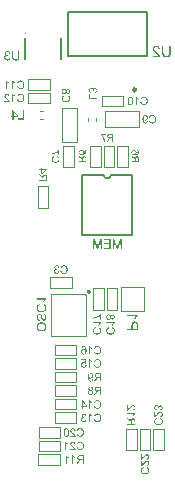
<source format=gbo>
G04 Layer_Color=32896*
%FSLAX25Y25*%
%MOIN*%
G70*
G01*
G75*
%ADD27C,0.01000*%
%ADD43C,0.00984*%
%ADD45C,0.00787*%
%ADD46C,0.00394*%
%ADD47C,0.00315*%
G36*
X10159Y64008D02*
X10079Y63966D01*
X10005Y63910D01*
X9934Y63853D01*
X9869Y63797D01*
X9813Y63746D01*
X9771Y63704D01*
X9742Y63671D01*
X9738Y63666D01*
X9733Y63661D01*
X9654Y63568D01*
X9583Y63474D01*
X9522Y63381D01*
X9471Y63292D01*
X9429Y63217D01*
X9410Y63184D01*
X9396Y63156D01*
X9382Y63133D01*
X9373Y63114D01*
X9368Y63105D01*
Y63100D01*
X8994D01*
X9022Y63170D01*
X9054Y63240D01*
X9083Y63306D01*
X9115Y63367D01*
X9143Y63423D01*
X9167Y63465D01*
X9186Y63493D01*
X9190Y63498D01*
Y63502D01*
X9242Y63582D01*
X9289Y63657D01*
X9335Y63722D01*
X9373Y63774D01*
X9410Y63816D01*
X9434Y63849D01*
X9452Y63867D01*
X9457Y63872D01*
X7000D01*
Y64261D01*
X10159D01*
Y64008D01*
D02*
G37*
G36*
X8105Y62033D02*
X7964Y61995D01*
X7842Y61944D01*
X7739Y61888D01*
X7655Y61832D01*
X7590Y61780D01*
X7566Y61761D01*
X7543Y61738D01*
X7529Y61724D01*
X7515Y61710D01*
X7510Y61705D01*
X7505Y61701D01*
X7468Y61654D01*
X7440Y61607D01*
X7388Y61504D01*
X7356Y61406D01*
X7328Y61317D01*
X7314Y61233D01*
X7309Y61200D01*
Y61167D01*
X7304Y61144D01*
Y61125D01*
Y61116D01*
Y61111D01*
X7309Y61003D01*
X7328Y60905D01*
X7351Y60811D01*
X7379Y60732D01*
X7402Y60666D01*
X7426Y60615D01*
X7435Y60596D01*
X7445Y60582D01*
X7449Y60577D01*
Y60573D01*
X7510Y60488D01*
X7585Y60414D01*
X7655Y60353D01*
X7730Y60301D01*
X7796Y60264D01*
X7852Y60236D01*
X7870Y60226D01*
X7885Y60217D01*
X7894Y60212D01*
X7899D01*
X8016Y60175D01*
X8133Y60147D01*
X8254Y60123D01*
X8362Y60109D01*
X8413Y60105D01*
X8456Y60100D01*
X8498D01*
X8535Y60095D01*
X8601D01*
X8718Y60100D01*
X8825Y60109D01*
X8928Y60128D01*
X9022Y60147D01*
X9097Y60161D01*
X9129Y60170D01*
X9153Y60180D01*
X9176Y60184D01*
X9190Y60189D01*
X9200Y60194D01*
X9204D01*
X9307Y60236D01*
X9401Y60287D01*
X9480Y60343D01*
X9551Y60400D01*
X9602Y60451D01*
X9640Y60498D01*
X9663Y60526D01*
X9672Y60531D01*
Y60535D01*
X9733Y60634D01*
X9775Y60732D01*
X9808Y60835D01*
X9827Y60933D01*
X9841Y61017D01*
X9845Y61050D01*
Y61083D01*
X9850Y61106D01*
Y61130D01*
Y61139D01*
Y61144D01*
X9845Y61256D01*
X9827Y61359D01*
X9799Y61448D01*
X9771Y61523D01*
X9742Y61584D01*
X9714Y61626D01*
X9696Y61654D01*
X9691Y61663D01*
X9625Y61738D01*
X9546Y61804D01*
X9462Y61860D01*
X9382Y61902D01*
X9307Y61939D01*
X9274Y61953D01*
X9246Y61967D01*
X9223Y61977D01*
X9204Y61981D01*
X9195Y61986D01*
X9190D01*
X9289Y62398D01*
X9368Y62370D01*
X9443Y62342D01*
X9513Y62309D01*
X9579Y62272D01*
X9640Y62234D01*
X9691Y62197D01*
X9742Y62159D01*
X9789Y62122D01*
X9827Y62084D01*
X9864Y62052D01*
X9892Y62024D01*
X9920Y61995D01*
X9939Y61977D01*
X9953Y61958D01*
X9958Y61949D01*
X9962Y61944D01*
X10005Y61883D01*
X10042Y61818D01*
X10075Y61752D01*
X10103Y61687D01*
X10145Y61551D01*
X10178Y61429D01*
X10187Y61368D01*
X10192Y61317D01*
X10196Y61270D01*
X10201Y61228D01*
X10206Y61195D01*
Y61172D01*
Y61153D01*
Y61148D01*
X10196Y60994D01*
X10178Y60853D01*
X10145Y60723D01*
X10126Y60666D01*
X10112Y60610D01*
X10093Y60563D01*
X10075Y60517D01*
X10061Y60479D01*
X10042Y60446D01*
X10033Y60418D01*
X10023Y60400D01*
X10014Y60390D01*
Y60386D01*
X9934Y60264D01*
X9845Y60156D01*
X9752Y60063D01*
X9663Y59988D01*
X9583Y59932D01*
X9546Y59908D01*
X9518Y59885D01*
X9490Y59871D01*
X9471Y59861D01*
X9462Y59852D01*
X9457D01*
X9317Y59791D01*
X9172Y59744D01*
X9026Y59712D01*
X8891Y59688D01*
X8830Y59679D01*
X8774Y59674D01*
X8727Y59670D01*
X8685D01*
X8647Y59665D01*
X8601D01*
X8432Y59674D01*
X8278Y59693D01*
X8133Y59716D01*
X8067Y59730D01*
X8006Y59749D01*
X7950Y59763D01*
X7903Y59777D01*
X7856Y59791D01*
X7824Y59805D01*
X7791Y59815D01*
X7772Y59824D01*
X7758Y59829D01*
X7754D01*
X7613Y59899D01*
X7496Y59974D01*
X7393Y60058D01*
X7309Y60137D01*
X7239Y60208D01*
X7215Y60236D01*
X7192Y60264D01*
X7178Y60287D01*
X7164Y60301D01*
X7159Y60311D01*
X7154Y60315D01*
X7117Y60376D01*
X7089Y60442D01*
X7037Y60577D01*
X7000Y60718D01*
X6977Y60849D01*
X6967Y60910D01*
X6958Y60966D01*
X6953Y61017D01*
Y61059D01*
X6949Y61097D01*
Y61120D01*
Y61139D01*
Y61144D01*
X6953Y61233D01*
X6958Y61322D01*
X6972Y61401D01*
X6991Y61481D01*
X7009Y61555D01*
X7033Y61621D01*
X7056Y61687D01*
X7084Y61743D01*
X7108Y61799D01*
X7131Y61841D01*
X7154Y61883D01*
X7173Y61916D01*
X7192Y61944D01*
X7206Y61963D01*
X7211Y61972D01*
X7215Y61977D01*
X7267Y62038D01*
X7328Y62094D01*
X7388Y62145D01*
X7454Y62197D01*
X7580Y62276D01*
X7707Y62342D01*
X7767Y62370D01*
X7819Y62389D01*
X7870Y62407D01*
X7913Y62426D01*
X7950Y62435D01*
X7973Y62445D01*
X7992Y62449D01*
X7997D01*
X8105Y62033D01*
D02*
G37*
G36*
X624Y125009D02*
Y124653D01*
X-747D01*
Y123900D01*
X-1136D01*
Y124653D01*
X-1562D01*
Y125009D01*
X-1136D01*
Y127050D01*
X-822D01*
X624Y125009D01*
D02*
G37*
G36*
X35300Y80800D02*
X34898D01*
Y83482D01*
X33990Y80800D01*
X33615D01*
X32693Y83435D01*
Y80800D01*
X32291D01*
Y83950D01*
X32852D01*
X33610Y81755D01*
X33648Y81638D01*
X33685Y81535D01*
X33713Y81450D01*
X33737Y81376D01*
X33756Y81319D01*
X33770Y81282D01*
X33774Y81259D01*
X33779Y81249D01*
X33798Y81315D01*
X33821Y81390D01*
X33845Y81469D01*
X33873Y81544D01*
X33891Y81610D01*
X33910Y81666D01*
X33919Y81689D01*
X33924Y81703D01*
X33929Y81713D01*
Y81717D01*
X34673Y83950D01*
X35300D01*
Y80800D01*
D02*
G37*
G36*
X2800Y123900D02*
X834D01*
Y124270D01*
X2383D01*
Y127050D01*
X2800D01*
Y123900D01*
D02*
G37*
G36*
X40793Y58477D02*
X40698Y58426D01*
X40608Y58359D01*
X40524Y58292D01*
X40445Y58224D01*
X40378Y58162D01*
X40327Y58112D01*
X40293Y58072D01*
X40288Y58067D01*
X40282Y58061D01*
X40187Y57949D01*
X40102Y57836D01*
X40029Y57724D01*
X39967Y57617D01*
X39917Y57527D01*
X39894Y57488D01*
X39877Y57454D01*
X39861Y57426D01*
X39849Y57404D01*
X39844Y57392D01*
Y57387D01*
X39394D01*
X39428Y57471D01*
X39467Y57555D01*
X39501Y57634D01*
X39540Y57707D01*
X39574Y57775D01*
X39602Y57825D01*
X39625Y57859D01*
X39630Y57864D01*
Y57870D01*
X39692Y57966D01*
X39748Y58056D01*
X39804Y58134D01*
X39849Y58196D01*
X39894Y58247D01*
X39922Y58286D01*
X39945Y58308D01*
X39950Y58314D01*
X37000D01*
Y58780D01*
X40793D01*
Y58477D01*
D02*
G37*
G36*
X46929Y148488D02*
X47019Y148482D01*
X47109Y148465D01*
X47187Y148449D01*
X47266Y148426D01*
X47339Y148404D01*
X47401Y148381D01*
X47457Y148353D01*
X47513Y148325D01*
X47558Y148302D01*
X47597Y148280D01*
X47631Y148258D01*
X47654Y148241D01*
X47671Y148224D01*
X47682Y148218D01*
X47687Y148213D01*
X47743Y148156D01*
X47794Y148094D01*
X47839Y148033D01*
X47878Y147965D01*
X47946Y147830D01*
X47991Y147701D01*
X48019Y147583D01*
X48030Y147532D01*
X48041Y147487D01*
X48047Y147448D01*
X48053Y147420D01*
Y147403D01*
Y147398D01*
X47575Y147347D01*
X47564Y147471D01*
X47541Y147583D01*
X47513Y147679D01*
X47474Y147757D01*
X47440Y147819D01*
X47406Y147864D01*
X47384Y147892D01*
X47378Y147903D01*
X47300Y147971D01*
X47210Y148021D01*
X47120Y148061D01*
X47030Y148083D01*
X46957Y148100D01*
X46895Y148106D01*
X46872Y148111D01*
X46839D01*
X46726Y148106D01*
X46625Y148083D01*
X46541Y148049D01*
X46462Y148016D01*
X46406Y147982D01*
X46361Y147948D01*
X46338Y147926D01*
X46327Y147920D01*
X46260Y147847D01*
X46209Y147768D01*
X46176Y147690D01*
X46147Y147617D01*
X46136Y147549D01*
X46131Y147499D01*
X46125Y147465D01*
Y147459D01*
Y147454D01*
X46136Y147353D01*
X46159Y147257D01*
X46192Y147162D01*
X46232Y147072D01*
X46277Y146999D01*
X46310Y146942D01*
X46322Y146920D01*
X46333Y146903D01*
X46344Y146897D01*
Y146892D01*
X46389Y146836D01*
X46445Y146774D01*
X46501Y146712D01*
X46569Y146644D01*
X46704Y146510D01*
X46844Y146386D01*
X46968Y146268D01*
X47024Y146217D01*
X47075Y146178D01*
X47120Y146144D01*
X47148Y146116D01*
X47170Y146099D01*
X47176Y146094D01*
X47316Y145976D01*
X47440Y145869D01*
X47547Y145768D01*
X47631Y145684D01*
X47699Y145616D01*
X47749Y145565D01*
X47777Y145532D01*
X47789Y145526D01*
Y145520D01*
X47861Y145431D01*
X47923Y145341D01*
X47974Y145256D01*
X48019Y145178D01*
X48053Y145116D01*
X48075Y145065D01*
X48086Y145032D01*
X48092Y145026D01*
Y145020D01*
X48109Y144964D01*
X48126Y144902D01*
X48131Y144852D01*
X48137Y144801D01*
X48142Y144762D01*
Y144728D01*
Y144706D01*
Y144700D01*
X45642D01*
Y145144D01*
X47496D01*
X47434Y145234D01*
X47401Y145279D01*
X47367Y145313D01*
X47339Y145346D01*
X47316Y145369D01*
X47305Y145386D01*
X47300Y145391D01*
X47271Y145419D01*
X47243Y145448D01*
X47165Y145520D01*
X47080Y145599D01*
X46990Y145678D01*
X46900Y145751D01*
X46833Y145813D01*
X46805Y145835D01*
X46782Y145852D01*
X46771Y145863D01*
X46766Y145869D01*
X46676Y145948D01*
X46591Y146021D01*
X46513Y146088D01*
X46445Y146150D01*
X46378Y146212D01*
X46322Y146262D01*
X46266Y146313D01*
X46220Y146358D01*
X46181Y146397D01*
X46147Y146431D01*
X46114Y146465D01*
X46091Y146487D01*
X46063Y146521D01*
X46052Y146532D01*
X45979Y146622D01*
X45911Y146706D01*
X45861Y146785D01*
X45816Y146858D01*
X45782Y146914D01*
X45760Y146954D01*
X45748Y146982D01*
X45743Y146993D01*
X45709Y147077D01*
X45687Y147156D01*
X45670Y147229D01*
X45658Y147302D01*
X45653Y147358D01*
X45647Y147403D01*
Y147431D01*
Y147443D01*
X45653Y147527D01*
X45658Y147600D01*
X45675Y147679D01*
X45698Y147746D01*
X45748Y147875D01*
X45805Y147982D01*
X45838Y148027D01*
X45866Y148072D01*
X45895Y148106D01*
X45917Y148134D01*
X45939Y148162D01*
X45956Y148179D01*
X45962Y148184D01*
X45968Y148190D01*
X46029Y148246D01*
X46097Y148291D01*
X46164Y148330D01*
X46232Y148364D01*
X46378Y148420D01*
X46513Y148454D01*
X46580Y148471D01*
X46636Y148477D01*
X46693Y148482D01*
X46738Y148488D01*
X46777Y148494D01*
X46828D01*
X46929Y148488D01*
D02*
G37*
G36*
X8741Y56305D02*
X8900Y56286D01*
X8975Y56272D01*
X9045Y56253D01*
X9111Y56239D01*
X9167Y56220D01*
X9223Y56202D01*
X9270Y56188D01*
X9312Y56169D01*
X9349Y56155D01*
X9377Y56145D01*
X9396Y56136D01*
X9410Y56127D01*
X9415D01*
X9546Y56052D01*
X9663Y55968D01*
X9761Y55879D01*
X9845Y55790D01*
X9911Y55715D01*
X9934Y55682D01*
X9958Y55649D01*
X9972Y55626D01*
X9986Y55607D01*
X9995Y55598D01*
Y55593D01*
X10033Y55528D01*
X10065Y55458D01*
X10117Y55322D01*
X10154Y55191D01*
X10178Y55069D01*
X10187Y55013D01*
X10196Y54961D01*
X10201Y54919D01*
Y54882D01*
X10206Y54849D01*
Y54826D01*
Y54812D01*
Y54807D01*
X10201Y54685D01*
X10187Y54568D01*
X10164Y54461D01*
X10136Y54358D01*
X10103Y54259D01*
X10065Y54171D01*
X10023Y54091D01*
X9986Y54016D01*
X9944Y53951D01*
X9902Y53890D01*
X9864Y53838D01*
X9831Y53796D01*
X9803Y53763D01*
X9780Y53740D01*
X9766Y53726D01*
X9761Y53721D01*
X9672Y53646D01*
X9579Y53581D01*
X9485Y53525D01*
X9382Y53478D01*
X9279Y53436D01*
X9176Y53403D01*
X9078Y53375D01*
X8980Y53351D01*
X8891Y53337D01*
X8806Y53323D01*
X8732Y53314D01*
X8666Y53305D01*
X8610D01*
X8568Y53300D01*
X8535D01*
X8381Y53309D01*
X8236Y53328D01*
X8100Y53356D01*
X8039Y53370D01*
X7983Y53389D01*
X7931Y53408D01*
X7885Y53422D01*
X7842Y53436D01*
X7810Y53450D01*
X7782Y53464D01*
X7763Y53469D01*
X7749Y53478D01*
X7744D01*
X7613Y53553D01*
X7496Y53637D01*
X7398Y53726D01*
X7314Y53810D01*
X7248Y53890D01*
X7220Y53922D01*
X7197Y53951D01*
X7182Y53974D01*
X7169Y53993D01*
X7164Y54002D01*
X7159Y54007D01*
X7122Y54072D01*
X7089Y54142D01*
X7037Y54278D01*
X7000Y54414D01*
X6977Y54540D01*
X6967Y54596D01*
X6958Y54648D01*
X6953Y54690D01*
Y54732D01*
X6949Y54765D01*
Y54788D01*
Y54802D01*
Y54807D01*
X6958Y54957D01*
X6977Y55097D01*
X7009Y55228D01*
X7028Y55284D01*
X7047Y55340D01*
X7061Y55392D01*
X7080Y55434D01*
X7098Y55476D01*
X7112Y55509D01*
X7122Y55532D01*
X7131Y55556D01*
X7140Y55565D01*
Y55570D01*
X7220Y55696D01*
X7314Y55804D01*
X7407Y55897D01*
X7501Y55977D01*
X7585Y56038D01*
X7618Y56061D01*
X7650Y56080D01*
X7674Y56099D01*
X7697Y56108D01*
X7707Y56117D01*
X7711D01*
X7856Y56183D01*
X8006Y56230D01*
X8151Y56267D01*
X8282Y56291D01*
X8343Y56300D01*
X8395Y56305D01*
X8446Y56309D01*
X8488D01*
X8521Y56314D01*
X8568D01*
X8741Y56305D01*
D02*
G37*
G36*
X7983Y59211D02*
X8067Y59197D01*
X8142Y59173D01*
X8207Y59150D01*
X8259Y59127D01*
X8301Y59103D01*
X8324Y59089D01*
X8334Y59084D01*
X8404Y59028D01*
X8469Y58968D01*
X8521Y58897D01*
X8568Y58832D01*
X8605Y58771D01*
X8633Y58724D01*
X8643Y58705D01*
X8652Y58691D01*
X8657Y58682D01*
Y58677D01*
X8671Y58640D01*
X8689Y58593D01*
X8708Y58542D01*
X8722Y58490D01*
X8755Y58373D01*
X8788Y58261D01*
X8811Y58153D01*
X8825Y58106D01*
X8835Y58064D01*
X8844Y58027D01*
X8849Y58003D01*
X8853Y57985D01*
Y57980D01*
X8877Y57891D01*
X8895Y57807D01*
X8919Y57732D01*
X8937Y57666D01*
X8956Y57610D01*
X8980Y57559D01*
X8994Y57512D01*
X9012Y57475D01*
X9026Y57442D01*
X9041Y57418D01*
X9054Y57395D01*
X9064Y57381D01*
X9078Y57358D01*
X9083Y57353D01*
X9125Y57311D01*
X9172Y57283D01*
X9218Y57259D01*
X9260Y57245D01*
X9298Y57236D01*
X9331Y57231D01*
X9359D01*
X9429Y57241D01*
X9494Y57259D01*
X9551Y57287D01*
X9602Y57320D01*
X9640Y57348D01*
X9672Y57376D01*
X9691Y57395D01*
X9696Y57404D01*
X9719Y57437D01*
X9742Y57479D01*
X9775Y57564D01*
X9803Y57652D01*
X9817Y57741D01*
X9827Y57826D01*
X9831Y57858D01*
X9836Y57891D01*
Y57915D01*
Y57938D01*
Y57947D01*
Y57952D01*
X9831Y58078D01*
X9813Y58191D01*
X9789Y58289D01*
X9761Y58364D01*
X9728Y58425D01*
X9705Y58471D01*
X9686Y58495D01*
X9682Y58504D01*
X9621Y58570D01*
X9551Y58617D01*
X9476Y58654D01*
X9405Y58687D01*
X9340Y58705D01*
X9284Y58715D01*
X9265Y58719D01*
X9251Y58724D01*
X9237D01*
X9265Y59122D01*
X9363Y59113D01*
X9457Y59089D01*
X9541Y59066D01*
X9616Y59038D01*
X9672Y59010D01*
X9719Y58986D01*
X9747Y58968D01*
X9757Y58963D01*
X9836Y58907D01*
X9902Y58841D01*
X9958Y58771D01*
X10005Y58705D01*
X10042Y58645D01*
X10070Y58598D01*
X10079Y58579D01*
X10084Y58565D01*
X10089Y58556D01*
Y58551D01*
X10126Y58448D01*
X10154Y58340D01*
X10178Y58237D01*
X10192Y58144D01*
X10201Y58060D01*
Y58022D01*
X10206Y57994D01*
Y57966D01*
Y57947D01*
Y57938D01*
Y57933D01*
X10201Y57821D01*
X10187Y57713D01*
X10173Y57615D01*
X10154Y57526D01*
X10131Y57456D01*
X10122Y57428D01*
X10117Y57404D01*
X10108Y57386D01*
X10103Y57372D01*
X10098Y57362D01*
Y57358D01*
X10056Y57264D01*
X10005Y57184D01*
X9948Y57119D01*
X9897Y57063D01*
X9850Y57016D01*
X9813Y56983D01*
X9789Y56964D01*
X9785Y56960D01*
X9780D01*
X9700Y56918D01*
X9625Y56885D01*
X9551Y56862D01*
X9480Y56847D01*
X9420Y56838D01*
X9377Y56829D01*
X9335D01*
X9256Y56833D01*
X9181Y56847D01*
X9111Y56862D01*
X9054Y56885D01*
X9008Y56904D01*
X8970Y56918D01*
X8947Y56932D01*
X8937Y56936D01*
X8877Y56983D01*
X8821Y57035D01*
X8769Y57091D01*
X8727Y57147D01*
X8694Y57198D01*
X8671Y57236D01*
X8652Y57264D01*
X8647Y57269D01*
Y57273D01*
X8629Y57311D01*
X8610Y57348D01*
X8577Y57442D01*
X8544Y57540D01*
X8516Y57643D01*
X8488Y57737D01*
X8479Y57774D01*
X8469Y57811D01*
X8460Y57840D01*
X8456Y57863D01*
X8451Y57877D01*
Y57882D01*
X8432Y57961D01*
X8413Y58031D01*
X8399Y58097D01*
X8385Y58153D01*
X8371Y58205D01*
X8357Y58251D01*
X8343Y58289D01*
X8334Y58326D01*
X8324Y58354D01*
X8320Y58382D01*
X8306Y58415D01*
X8301Y58439D01*
X8296Y58443D01*
X8268Y58513D01*
X8236Y58574D01*
X8203Y58621D01*
X8175Y58663D01*
X8147Y58691D01*
X8128Y58715D01*
X8114Y58724D01*
X8109Y58729D01*
X8067Y58757D01*
X8025Y58776D01*
X7983Y58794D01*
X7941Y58804D01*
X7903Y58808D01*
X7875Y58813D01*
X7852D01*
X7800Y58808D01*
X7749Y58799D01*
X7702Y58785D01*
X7660Y58766D01*
X7627Y58748D01*
X7604Y58733D01*
X7585Y58724D01*
X7580Y58719D01*
X7538Y58682D01*
X7501Y58640D01*
X7468Y58593D01*
X7440Y58551D01*
X7417Y58509D01*
X7402Y58476D01*
X7393Y58457D01*
X7388Y58448D01*
X7365Y58378D01*
X7346Y58308D01*
X7337Y58237D01*
X7328Y58172D01*
X7323Y58116D01*
X7318Y58074D01*
Y58055D01*
Y58041D01*
Y58036D01*
Y58031D01*
X7323Y57933D01*
X7332Y57844D01*
X7346Y57760D01*
X7365Y57690D01*
X7384Y57634D01*
X7398Y57587D01*
X7407Y57559D01*
X7412Y57554D01*
Y57549D01*
X7449Y57475D01*
X7491Y57409D01*
X7529Y57353D01*
X7571Y57311D01*
X7604Y57273D01*
X7632Y57250D01*
X7650Y57236D01*
X7655Y57231D01*
X7716Y57198D01*
X7782Y57170D01*
X7847Y57147D01*
X7908Y57128D01*
X7964Y57119D01*
X8011Y57109D01*
X8039Y57105D01*
X8048D01*
X8016Y56712D01*
X7899Y56721D01*
X7791Y56740D01*
X7697Y56768D01*
X7613Y56796D01*
X7543Y56829D01*
X7515Y56843D01*
X7491Y56857D01*
X7468Y56866D01*
X7454Y56875D01*
X7449Y56880D01*
X7445D01*
X7356Y56946D01*
X7281Y57021D01*
X7215Y57095D01*
X7164Y57170D01*
X7122Y57236D01*
X7094Y57287D01*
X7084Y57306D01*
X7075Y57320D01*
X7070Y57329D01*
Y57334D01*
X7028Y57446D01*
X7000Y57568D01*
X6977Y57690D01*
X6963Y57802D01*
X6958Y57854D01*
X6953Y57900D01*
Y57943D01*
X6949Y57980D01*
Y58008D01*
Y58031D01*
Y58046D01*
Y58050D01*
X6953Y58172D01*
X6967Y58289D01*
X6986Y58387D01*
X7009Y58481D01*
X7033Y58551D01*
X7042Y58584D01*
X7051Y58607D01*
X7061Y58626D01*
X7066Y58640D01*
X7070Y58649D01*
Y58654D01*
X7122Y58752D01*
X7173Y58832D01*
X7234Y58907D01*
X7286Y58963D01*
X7337Y59010D01*
X7374Y59042D01*
X7402Y59066D01*
X7407Y59070D01*
X7412D01*
X7496Y59117D01*
X7580Y59155D01*
X7660Y59178D01*
X7735Y59197D01*
X7796Y59206D01*
X7847Y59215D01*
X7889D01*
X7983Y59211D01*
D02*
G37*
G36*
X51700Y146296D02*
Y146189D01*
X51694Y146082D01*
X51689Y145987D01*
X51678Y145891D01*
X51666Y145807D01*
X51655Y145734D01*
X51644Y145661D01*
X51627Y145594D01*
X51616Y145537D01*
X51604Y145487D01*
X51593Y145448D01*
X51582Y145408D01*
X51571Y145380D01*
X51565Y145363D01*
X51560Y145352D01*
Y145346D01*
X51498Y145223D01*
X51425Y145122D01*
X51340Y145026D01*
X51262Y144953D01*
X51189Y144897D01*
X51132Y144852D01*
X51110Y144835D01*
X51093Y144829D01*
X51082Y144818D01*
X51076D01*
X50941Y144756D01*
X50795Y144717D01*
X50655Y144683D01*
X50514Y144661D01*
X50452Y144655D01*
X50390Y144649D01*
X50340Y144644D01*
X50295D01*
X50256Y144638D01*
X50205D01*
X50008Y144649D01*
X49918Y144655D01*
X49840Y144672D01*
X49761Y144689D01*
X49688Y144706D01*
X49621Y144722D01*
X49559Y144745D01*
X49503Y144762D01*
X49458Y144779D01*
X49418Y144796D01*
X49385Y144812D01*
X49356Y144829D01*
X49340Y144835D01*
X49328Y144846D01*
X49323D01*
X49205Y144930D01*
X49109Y145020D01*
X49025Y145110D01*
X48963Y145195D01*
X48913Y145273D01*
X48879Y145335D01*
X48867Y145358D01*
X48862Y145374D01*
X48856Y145386D01*
Y145391D01*
X48811Y145526D01*
X48783Y145678D01*
X48761Y145824D01*
X48744Y145970D01*
X48738Y146038D01*
X48733Y146099D01*
Y146156D01*
X48727Y146201D01*
Y146240D01*
Y146274D01*
Y146291D01*
Y146296D01*
Y148482D01*
X49227D01*
Y146296D01*
Y146167D01*
X49238Y146054D01*
X49250Y145942D01*
X49266Y145846D01*
X49283Y145762D01*
X49300Y145684D01*
X49323Y145610D01*
X49345Y145549D01*
X49368Y145498D01*
X49390Y145453D01*
X49407Y145414D01*
X49424Y145386D01*
X49441Y145363D01*
X49452Y145346D01*
X49458Y145341D01*
X49463Y145335D01*
X49508Y145290D01*
X49564Y145256D01*
X49688Y145195D01*
X49817Y145150D01*
X49947Y145122D01*
X50065Y145099D01*
X50115Y145093D01*
X50160D01*
X50200Y145088D01*
X50250D01*
X50368Y145093D01*
X50475Y145105D01*
X50565Y145127D01*
X50649Y145150D01*
X50711Y145172D01*
X50761Y145195D01*
X50790Y145206D01*
X50801Y145211D01*
X50880Y145262D01*
X50941Y145318D01*
X50998Y145380D01*
X51037Y145436D01*
X51071Y145492D01*
X51093Y145532D01*
X51104Y145560D01*
X51110Y145571D01*
X51127Y145616D01*
X51138Y145672D01*
X51161Y145785D01*
X51177Y145903D01*
X51189Y146021D01*
X51194Y146127D01*
Y146178D01*
X51200Y146217D01*
Y146251D01*
Y146274D01*
Y146291D01*
Y146296D01*
Y148482D01*
X51700D01*
Y146296D01*
D02*
G37*
G36*
X24735Y131075D02*
X27182D01*
Y130709D01*
X24409D01*
Y132439D01*
X24735D01*
Y131075D01*
D02*
G37*
G36*
X-886Y136811D02*
X-837Y136745D01*
X-787Y136683D01*
X-738Y136626D01*
X-693Y136576D01*
X-656Y136539D01*
X-627Y136514D01*
X-623Y136510D01*
X-618Y136506D01*
X-536Y136436D01*
X-454Y136374D01*
X-371Y136321D01*
X-293Y136275D01*
X-227Y136238D01*
X-198Y136222D01*
X-174Y136209D01*
X-153Y136197D01*
X-136Y136189D01*
X-128Y136185D01*
X-124D01*
Y135855D01*
X-186Y135880D01*
X-248Y135909D01*
X-305Y135933D01*
X-359Y135962D01*
X-408Y135987D01*
X-445Y136008D01*
X-470Y136024D01*
X-474Y136028D01*
X-478D01*
X-548Y136074D01*
X-614Y136115D01*
X-672Y136156D01*
X-717Y136189D01*
X-754Y136222D01*
X-783Y136242D01*
X-800Y136259D01*
X-804Y136263D01*
Y134100D01*
X-1146D01*
Y136881D01*
X-923D01*
X-886Y136811D01*
D02*
G37*
G36*
X-3041D02*
X-2992Y136745D01*
X-2942Y136683D01*
X-2893Y136626D01*
X-2847Y136576D01*
X-2810Y136539D01*
X-2781Y136514D01*
X-2777Y136510D01*
X-2773Y136506D01*
X-2691Y136436D01*
X-2608Y136374D01*
X-2526Y136321D01*
X-2448Y136275D01*
X-2382Y136238D01*
X-2353Y136222D01*
X-2328Y136209D01*
X-2308Y136197D01*
X-2291Y136189D01*
X-2283Y136185D01*
X-2279D01*
Y135855D01*
X-2341Y135880D01*
X-2402Y135909D01*
X-2460Y135933D01*
X-2514Y135962D01*
X-2563Y135987D01*
X-2600Y136008D01*
X-2625Y136024D01*
X-2629Y136028D01*
X-2633D01*
X-2703Y136074D01*
X-2769Y136115D01*
X-2827Y136156D01*
X-2872Y136189D01*
X-2909Y136222D01*
X-2938Y136242D01*
X-2954Y136259D01*
X-2959Y136263D01*
Y134100D01*
X-3301D01*
Y136881D01*
X-3078D01*
X-3041Y136811D01*
D02*
G37*
G36*
X38286Y131473D02*
X38384Y131456D01*
X38471Y131427D01*
X38541Y131399D01*
X38603Y131370D01*
X38623Y131353D01*
X38644Y131341D01*
X38660Y131333D01*
X38673Y131324D01*
X38677Y131316D01*
X38681D01*
X38751Y131250D01*
X38813Y131176D01*
X38862Y131098D01*
X38904Y131024D01*
X38941Y130958D01*
X38953Y130929D01*
X38961Y130904D01*
X38969Y130884D01*
X38978Y130867D01*
X38982Y130859D01*
Y130855D01*
X38998Y130797D01*
X39015Y130735D01*
X39039Y130603D01*
X39056Y130472D01*
X39068Y130348D01*
X39072Y130290D01*
X39077Y130237D01*
Y130187D01*
X39081Y130146D01*
Y130109D01*
Y130084D01*
Y130068D01*
Y130064D01*
X39077Y129924D01*
X39068Y129792D01*
X39056Y129672D01*
X39039Y129561D01*
X39019Y129458D01*
X38994Y129367D01*
X38969Y129285D01*
X38945Y129211D01*
X38920Y129145D01*
X38895Y129091D01*
X38871Y129042D01*
X38850Y129005D01*
X38833Y128976D01*
X38821Y128955D01*
X38813Y128943D01*
X38809Y128939D01*
X38763Y128890D01*
X38714Y128844D01*
X38665Y128807D01*
X38611Y128774D01*
X38562Y128745D01*
X38508Y128725D01*
X38454Y128704D01*
X38405Y128692D01*
X38360Y128679D01*
X38318Y128671D01*
X38277Y128663D01*
X38244Y128659D01*
X38216Y128655D01*
X38178D01*
X38067Y128663D01*
X37972Y128679D01*
X37886Y128704D01*
X37812Y128737D01*
X37754Y128766D01*
X37713Y128791D01*
X37696Y128799D01*
X37684Y128807D01*
X37680Y128815D01*
X37676D01*
X37606Y128881D01*
X37544Y128955D01*
X37490Y129034D01*
X37449Y129108D01*
X37416Y129174D01*
X37404Y129203D01*
X37391Y129227D01*
X37387Y129248D01*
X37379Y129264D01*
X37375Y129273D01*
Y129277D01*
X37359Y129334D01*
X37342Y129396D01*
X37317Y129528D01*
X37297Y129660D01*
X37284Y129784D01*
X37280Y129841D01*
X37276Y129895D01*
Y129940D01*
X37272Y129981D01*
Y130018D01*
Y130043D01*
Y130060D01*
Y130064D01*
Y130138D01*
X37276Y130212D01*
Y130278D01*
X37280Y130340D01*
X37288Y130397D01*
X37293Y130451D01*
X37297Y130500D01*
X37305Y130546D01*
X37309Y130587D01*
X37317Y130620D01*
X37321Y130649D01*
X37326Y130674D01*
X37330Y130694D01*
X37334Y130706D01*
X37338Y130715D01*
Y130719D01*
X37363Y130805D01*
X37391Y130888D01*
X37420Y130958D01*
X37449Y131015D01*
X37474Y131065D01*
X37495Y131102D01*
X37507Y131123D01*
X37511Y131131D01*
X37552Y131193D01*
X37598Y131242D01*
X37647Y131287D01*
X37688Y131324D01*
X37729Y131353D01*
X37758Y131374D01*
X37779Y131386D01*
X37787Y131390D01*
X37853Y131419D01*
X37919Y131444D01*
X37985Y131460D01*
X38047Y131469D01*
X38100Y131477D01*
X38141Y131481D01*
X38178D01*
X38286Y131473D01*
D02*
G37*
G36*
X42830Y131514D02*
X42954Y131498D01*
X43069Y131469D01*
X43118Y131452D01*
X43168Y131440D01*
X43209Y131423D01*
X43250Y131407D01*
X43283Y131395D01*
X43312Y131378D01*
X43337Y131370D01*
X43353Y131361D01*
X43361Y131353D01*
X43365D01*
X43473Y131283D01*
X43567Y131205D01*
X43650Y131123D01*
X43716Y131044D01*
X43765Y130974D01*
X43786Y130941D01*
X43806Y130917D01*
X43819Y130892D01*
X43827Y130875D01*
X43835Y130867D01*
Y130863D01*
X43889Y130739D01*
X43930Y130612D01*
X43959Y130484D01*
X43979Y130365D01*
X43988Y130311D01*
X43992Y130262D01*
X43996Y130220D01*
Y130183D01*
X44000Y130150D01*
Y130130D01*
Y130113D01*
Y130109D01*
X43992Y129961D01*
X43975Y129825D01*
X43955Y129697D01*
X43942Y129639D01*
X43926Y129586D01*
X43913Y129536D01*
X43901Y129495D01*
X43889Y129454D01*
X43876Y129425D01*
X43868Y129396D01*
X43860Y129380D01*
X43856Y129367D01*
Y129363D01*
X43794Y129240D01*
X43728Y129137D01*
X43654Y129046D01*
X43584Y128972D01*
X43522Y128910D01*
X43497Y128890D01*
X43473Y128869D01*
X43452Y128857D01*
X43440Y128844D01*
X43431Y128840D01*
X43427Y128836D01*
X43374Y128803D01*
X43316Y128778D01*
X43197Y128733D01*
X43073Y128700D01*
X42958Y128679D01*
X42904Y128671D01*
X42855Y128663D01*
X42809Y128659D01*
X42772D01*
X42739Y128655D01*
X42698D01*
X42620Y128659D01*
X42542Y128663D01*
X42472Y128675D01*
X42401Y128692D01*
X42336Y128708D01*
X42278Y128729D01*
X42220Y128749D01*
X42171Y128774D01*
X42121Y128795D01*
X42084Y128815D01*
X42047Y128836D01*
X42018Y128852D01*
X41994Y128869D01*
X41977Y128881D01*
X41969Y128885D01*
X41965Y128890D01*
X41911Y128935D01*
X41862Y128988D01*
X41816Y129042D01*
X41771Y129100D01*
X41701Y129211D01*
X41643Y129322D01*
X41619Y129376D01*
X41602Y129421D01*
X41586Y129466D01*
X41569Y129503D01*
X41561Y129536D01*
X41553Y129557D01*
X41549Y129573D01*
Y129578D01*
X41915Y129672D01*
X41948Y129549D01*
X41994Y129442D01*
X42043Y129351D01*
X42092Y129277D01*
X42138Y129219D01*
X42154Y129199D01*
X42175Y129178D01*
X42187Y129166D01*
X42200Y129153D01*
X42204Y129149D01*
X42208Y129145D01*
X42249Y129112D01*
X42290Y129087D01*
X42381Y129042D01*
X42467Y129013D01*
X42546Y128988D01*
X42620Y128976D01*
X42649Y128972D01*
X42678D01*
X42698Y128968D01*
X42727D01*
X42822Y128972D01*
X42908Y128988D01*
X42991Y129009D01*
X43061Y129034D01*
X43118Y129054D01*
X43164Y129075D01*
X43180Y129083D01*
X43192Y129091D01*
X43197Y129095D01*
X43201D01*
X43275Y129149D01*
X43341Y129215D01*
X43394Y129277D01*
X43440Y129343D01*
X43473Y129400D01*
X43497Y129450D01*
X43506Y129466D01*
X43514Y129479D01*
X43518Y129487D01*
Y129491D01*
X43551Y129594D01*
X43576Y129697D01*
X43596Y129804D01*
X43609Y129899D01*
X43613Y129944D01*
X43617Y129981D01*
Y130018D01*
X43621Y130051D01*
Y130076D01*
Y130093D01*
Y130105D01*
Y130109D01*
X43617Y130212D01*
X43609Y130307D01*
X43592Y130397D01*
X43576Y130480D01*
X43563Y130546D01*
X43555Y130575D01*
X43547Y130595D01*
X43543Y130616D01*
X43539Y130628D01*
X43534Y130636D01*
Y130640D01*
X43497Y130731D01*
X43452Y130814D01*
X43403Y130884D01*
X43353Y130945D01*
X43308Y130991D01*
X43267Y131024D01*
X43242Y131044D01*
X43238Y131052D01*
X43234D01*
X43147Y131106D01*
X43061Y131143D01*
X42970Y131172D01*
X42884Y131188D01*
X42809Y131201D01*
X42781Y131205D01*
X42752D01*
X42731Y131209D01*
X42698D01*
X42599Y131205D01*
X42509Y131188D01*
X42430Y131164D01*
X42364Y131139D01*
X42311Y131114D01*
X42274Y131090D01*
X42249Y131073D01*
X42241Y131069D01*
X42175Y131011D01*
X42117Y130941D01*
X42068Y130867D01*
X42031Y130797D01*
X41998Y130731D01*
X41985Y130702D01*
X41973Y130678D01*
X41965Y130657D01*
X41961Y130640D01*
X41956Y130632D01*
Y130628D01*
X41594Y130715D01*
X41619Y130785D01*
X41643Y130851D01*
X41672Y130912D01*
X41705Y130970D01*
X41738Y131024D01*
X41771Y131069D01*
X41804Y131114D01*
X41837Y131156D01*
X41870Y131188D01*
X41899Y131221D01*
X41923Y131246D01*
X41948Y131271D01*
X41965Y131287D01*
X41981Y131300D01*
X41989Y131304D01*
X41994Y131308D01*
X42047Y131345D01*
X42105Y131378D01*
X42162Y131407D01*
X42220Y131432D01*
X42340Y131469D01*
X42447Y131498D01*
X42500Y131506D01*
X42546Y131510D01*
X42587Y131514D01*
X42624Y131518D01*
X42653Y131522D01*
X42694D01*
X42830Y131514D01*
D02*
G37*
G36*
X28701Y80800D02*
X28299D01*
Y83482D01*
X27391Y80800D01*
X27016D01*
X26094Y83435D01*
Y80800D01*
X25692D01*
Y83950D01*
X26254D01*
X27012Y81755D01*
X27049Y81638D01*
X27087Y81535D01*
X27115Y81450D01*
X27138Y81376D01*
X27157Y81319D01*
X27171Y81282D01*
X27176Y81259D01*
X27180Y81249D01*
X27199Y81315D01*
X27222Y81390D01*
X27246Y81469D01*
X27274Y81544D01*
X27292Y81610D01*
X27311Y81666D01*
X27321Y81689D01*
X27325Y81703D01*
X27330Y81713D01*
Y81717D01*
X28074Y83950D01*
X28701D01*
Y80800D01*
D02*
G37*
G36*
X1730Y132514D02*
X1853Y132498D01*
X1969Y132469D01*
X2018Y132452D01*
X2068Y132440D01*
X2109Y132423D01*
X2150Y132407D01*
X2183Y132395D01*
X2212Y132378D01*
X2237Y132370D01*
X2253Y132361D01*
X2261Y132353D01*
X2266D01*
X2373Y132283D01*
X2467Y132205D01*
X2550Y132123D01*
X2616Y132044D01*
X2665Y131974D01*
X2686Y131941D01*
X2706Y131917D01*
X2719Y131892D01*
X2727Y131875D01*
X2735Y131867D01*
Y131863D01*
X2789Y131739D01*
X2830Y131612D01*
X2859Y131484D01*
X2879Y131365D01*
X2888Y131311D01*
X2892Y131262D01*
X2896Y131220D01*
Y131183D01*
X2900Y131150D01*
Y131130D01*
Y131113D01*
Y131109D01*
X2892Y130961D01*
X2875Y130825D01*
X2855Y130697D01*
X2842Y130639D01*
X2826Y130586D01*
X2813Y130536D01*
X2801Y130495D01*
X2789Y130454D01*
X2776Y130425D01*
X2768Y130396D01*
X2760Y130380D01*
X2756Y130367D01*
Y130363D01*
X2694Y130240D01*
X2628Y130137D01*
X2554Y130046D01*
X2484Y129972D01*
X2422Y129910D01*
X2397Y129890D01*
X2373Y129869D01*
X2352Y129857D01*
X2340Y129844D01*
X2331Y129840D01*
X2327Y129836D01*
X2274Y129803D01*
X2216Y129778D01*
X2097Y129733D01*
X1973Y129700D01*
X1858Y129679D01*
X1804Y129671D01*
X1755Y129663D01*
X1709Y129659D01*
X1672D01*
X1639Y129655D01*
X1598D01*
X1520Y129659D01*
X1441Y129663D01*
X1371Y129675D01*
X1301Y129692D01*
X1235Y129708D01*
X1178Y129729D01*
X1120Y129749D01*
X1071Y129774D01*
X1021Y129795D01*
X984Y129815D01*
X947Y129836D01*
X918Y129852D01*
X894Y129869D01*
X877Y129881D01*
X869Y129885D01*
X865Y129890D01*
X811Y129935D01*
X762Y129988D01*
X716Y130042D01*
X671Y130100D01*
X601Y130211D01*
X543Y130322D01*
X519Y130376D01*
X502Y130421D01*
X486Y130466D01*
X469Y130503D01*
X461Y130536D01*
X453Y130557D01*
X449Y130573D01*
Y130578D01*
X815Y130672D01*
X848Y130549D01*
X894Y130442D01*
X943Y130351D01*
X992Y130277D01*
X1038Y130219D01*
X1054Y130199D01*
X1075Y130178D01*
X1087Y130166D01*
X1100Y130153D01*
X1104Y130149D01*
X1108Y130145D01*
X1149Y130112D01*
X1190Y130087D01*
X1281Y130042D01*
X1367Y130013D01*
X1446Y129988D01*
X1520Y129976D01*
X1549Y129972D01*
X1578D01*
X1598Y129968D01*
X1627D01*
X1722Y129972D01*
X1808Y129988D01*
X1891Y130009D01*
X1961Y130034D01*
X2018Y130054D01*
X2064Y130075D01*
X2080Y130083D01*
X2093Y130091D01*
X2097Y130096D01*
X2101D01*
X2175Y130149D01*
X2241Y130215D01*
X2294Y130277D01*
X2340Y130343D01*
X2373Y130400D01*
X2397Y130450D01*
X2406Y130466D01*
X2414Y130479D01*
X2418Y130487D01*
Y130491D01*
X2451Y130594D01*
X2476Y130697D01*
X2496Y130804D01*
X2509Y130899D01*
X2513Y130944D01*
X2517Y130981D01*
Y131018D01*
X2521Y131051D01*
Y131076D01*
Y131093D01*
Y131105D01*
Y131109D01*
X2517Y131212D01*
X2509Y131307D01*
X2492Y131397D01*
X2476Y131480D01*
X2463Y131546D01*
X2455Y131575D01*
X2447Y131595D01*
X2443Y131616D01*
X2439Y131628D01*
X2434Y131636D01*
Y131641D01*
X2397Y131731D01*
X2352Y131814D01*
X2303Y131884D01*
X2253Y131945D01*
X2208Y131991D01*
X2167Y132024D01*
X2142Y132044D01*
X2138Y132053D01*
X2134D01*
X2047Y132106D01*
X1961Y132143D01*
X1870Y132172D01*
X1784Y132188D01*
X1709Y132201D01*
X1681Y132205D01*
X1652D01*
X1631Y132209D01*
X1598D01*
X1499Y132205D01*
X1409Y132188D01*
X1330Y132164D01*
X1264Y132139D01*
X1211Y132114D01*
X1174Y132090D01*
X1149Y132073D01*
X1141Y132069D01*
X1075Y132011D01*
X1017Y131941D01*
X968Y131867D01*
X931Y131797D01*
X898Y131731D01*
X885Y131702D01*
X873Y131678D01*
X865Y131657D01*
X861Y131641D01*
X857Y131632D01*
Y131628D01*
X494Y131715D01*
X519Y131785D01*
X543Y131851D01*
X572Y131912D01*
X605Y131970D01*
X638Y132024D01*
X671Y132069D01*
X704Y132114D01*
X737Y132156D01*
X770Y132188D01*
X799Y132221D01*
X824Y132246D01*
X848Y132271D01*
X865Y132287D01*
X881Y132300D01*
X889Y132304D01*
X894Y132308D01*
X947Y132345D01*
X1005Y132378D01*
X1063Y132407D01*
X1120Y132432D01*
X1240Y132469D01*
X1347Y132498D01*
X1400Y132506D01*
X1446Y132510D01*
X1487Y132514D01*
X1524Y132518D01*
X1553Y132522D01*
X1594D01*
X1730Y132514D01*
D02*
G37*
G36*
X25324Y134553D02*
X25411Y134536D01*
X25489Y134511D01*
X25551Y134487D01*
X25604Y134462D01*
X25641Y134437D01*
X25666Y134421D01*
X25674Y134417D01*
X25736Y134363D01*
X25785Y134301D01*
X25827Y134235D01*
X25860Y134178D01*
X25880Y134120D01*
X25897Y134079D01*
X25901Y134062D01*
X25905Y134050D01*
X25909Y134042D01*
Y134038D01*
X25942Y134104D01*
X25983Y134161D01*
X26020Y134211D01*
X26057Y134252D01*
X26090Y134281D01*
X26115Y134305D01*
X26132Y134318D01*
X26140Y134322D01*
X26197Y134355D01*
X26255Y134380D01*
X26309Y134396D01*
X26362Y134408D01*
X26403Y134417D01*
X26441Y134421D01*
X26469D01*
X26539Y134417D01*
X26605Y134404D01*
X26663Y134388D01*
X26717Y134371D01*
X26762Y134351D01*
X26795Y134334D01*
X26816Y134322D01*
X26824Y134318D01*
X26886Y134277D01*
X26935Y134227D01*
X26984Y134178D01*
X27022Y134132D01*
X27050Y134087D01*
X27075Y134054D01*
X27088Y134029D01*
X27092Y134025D01*
Y134021D01*
X27125Y133947D01*
X27149Y133877D01*
X27166Y133807D01*
X27178Y133741D01*
X27186Y133687D01*
X27190Y133642D01*
Y133626D01*
Y133613D01*
Y133609D01*
Y133605D01*
Y133543D01*
X27182Y133485D01*
X27162Y133378D01*
X27129Y133284D01*
X27096Y133205D01*
X27079Y133172D01*
X27063Y133140D01*
X27046Y133115D01*
X27030Y133094D01*
X27017Y133078D01*
X27009Y133065D01*
X27005Y133057D01*
X27001Y133053D01*
X26923Y132979D01*
X26840Y132917D01*
X26750Y132868D01*
X26667Y132831D01*
X26589Y132806D01*
X26556Y132793D01*
X26531Y132785D01*
X26507Y132781D01*
X26490Y132777D01*
X26478Y132773D01*
X26474D01*
X26412Y133115D01*
X26498Y133131D01*
X26572Y133156D01*
X26638Y133185D01*
X26692Y133214D01*
X26729Y133238D01*
X26758Y133263D01*
X26778Y133280D01*
X26783Y133284D01*
X26824Y133337D01*
X26857Y133391D01*
X26877Y133444D01*
X26894Y133498D01*
X26902Y133543D01*
X26910Y133580D01*
Y133605D01*
Y133609D01*
Y133613D01*
X26906Y133687D01*
X26890Y133749D01*
X26873Y133807D01*
X26849Y133852D01*
X26828Y133893D01*
X26807Y133918D01*
X26791Y133939D01*
X26787Y133943D01*
X26737Y133984D01*
X26688Y134017D01*
X26634Y134038D01*
X26585Y134054D01*
X26544Y134062D01*
X26511Y134071D01*
X26436D01*
X26395Y134062D01*
X26325Y134042D01*
X26263Y134013D01*
X26214Y133984D01*
X26177Y133951D01*
X26148Y133922D01*
X26132Y133902D01*
X26127Y133897D01*
Y133893D01*
X26090Y133827D01*
X26062Y133757D01*
X26045Y133696D01*
X26029Y133634D01*
X26020Y133580D01*
X26016Y133539D01*
Y133523D01*
Y133510D01*
Y133506D01*
Y133502D01*
Y133485D01*
X26020Y133469D01*
Y133453D01*
Y133449D01*
X25720Y133411D01*
X25732Y133465D01*
X25740Y133510D01*
X25749Y133552D01*
X25753Y133584D01*
X25757Y133613D01*
Y133634D01*
Y133646D01*
Y133650D01*
X25749Y133733D01*
X25732Y133811D01*
X25707Y133877D01*
X25683Y133931D01*
X25654Y133976D01*
X25629Y134009D01*
X25613Y134029D01*
X25604Y134038D01*
X25542Y134091D01*
X25481Y134128D01*
X25415Y134157D01*
X25353Y134174D01*
X25299Y134186D01*
X25258Y134190D01*
X25242Y134194D01*
X25217D01*
X25130Y134186D01*
X25052Y134169D01*
X24982Y134141D01*
X24920Y134112D01*
X24875Y134083D01*
X24838Y134054D01*
X24817Y134038D01*
X24809Y134029D01*
X24756Y133964D01*
X24714Y133897D01*
X24686Y133827D01*
X24665Y133766D01*
X24653Y133708D01*
X24648Y133663D01*
X24644Y133646D01*
Y133634D01*
Y133626D01*
Y133622D01*
X24648Y133547D01*
X24665Y133481D01*
X24686Y133424D01*
X24710Y133374D01*
X24731Y133333D01*
X24751Y133304D01*
X24768Y133288D01*
X24772Y133280D01*
X24826Y133230D01*
X24892Y133189D01*
X24961Y133156D01*
X25032Y133127D01*
X25093Y133107D01*
X25122Y133098D01*
X25143Y133094D01*
X25163Y133090D01*
X25180Y133086D01*
X25188Y133082D01*
X25192D01*
X25147Y132740D01*
X25081Y132748D01*
X25023Y132760D01*
X24912Y132798D01*
X24813Y132839D01*
X24731Y132888D01*
X24698Y132913D01*
X24665Y132933D01*
X24640Y132954D01*
X24620Y132975D01*
X24599Y132991D01*
X24587Y133003D01*
X24582Y133008D01*
X24578Y133012D01*
X24541Y133057D01*
X24508Y133107D01*
X24479Y133160D01*
X24455Y133210D01*
X24418Y133312D01*
X24393Y133407D01*
X24381Y133453D01*
X24376Y133494D01*
X24372Y133531D01*
X24368Y133560D01*
X24364Y133584D01*
Y133605D01*
Y133617D01*
Y133622D01*
X24368Y133696D01*
X24376Y133766D01*
X24389Y133832D01*
X24405Y133897D01*
X24422Y133955D01*
X24442Y134009D01*
X24467Y134062D01*
X24492Y134108D01*
X24512Y134149D01*
X24537Y134186D01*
X24558Y134215D01*
X24578Y134244D01*
X24591Y134260D01*
X24603Y134277D01*
X24611Y134285D01*
X24615Y134289D01*
X24665Y134334D01*
X24714Y134376D01*
X24764Y134413D01*
X24817Y134446D01*
X24871Y134470D01*
X24920Y134491D01*
X25015Y134524D01*
X25060Y134536D01*
X25102Y134544D01*
X25139Y134548D01*
X25168Y134553D01*
X25196Y134557D01*
X25229D01*
X25324Y134553D01*
D02*
G37*
G36*
X-886Y132411D02*
X-837Y132345D01*
X-787Y132283D01*
X-738Y132226D01*
X-693Y132176D01*
X-656Y132139D01*
X-627Y132114D01*
X-623Y132110D01*
X-618Y132106D01*
X-536Y132036D01*
X-454Y131974D01*
X-371Y131921D01*
X-293Y131875D01*
X-227Y131838D01*
X-198Y131822D01*
X-174Y131809D01*
X-153Y131797D01*
X-136Y131789D01*
X-128Y131785D01*
X-124D01*
Y131455D01*
X-186Y131480D01*
X-248Y131509D01*
X-305Y131533D01*
X-359Y131562D01*
X-408Y131587D01*
X-445Y131608D01*
X-470Y131624D01*
X-474Y131628D01*
X-478D01*
X-548Y131674D01*
X-614Y131715D01*
X-672Y131756D01*
X-717Y131789D01*
X-754Y131822D01*
X-783Y131842D01*
X-800Y131859D01*
X-804Y131863D01*
Y129700D01*
X-1146D01*
Y132481D01*
X-923D01*
X-886Y132411D01*
D02*
G37*
G36*
X1730Y136914D02*
X1853Y136898D01*
X1969Y136869D01*
X2018Y136852D01*
X2068Y136840D01*
X2109Y136823D01*
X2150Y136807D01*
X2183Y136794D01*
X2212Y136778D01*
X2237Y136770D01*
X2253Y136761D01*
X2261Y136753D01*
X2266D01*
X2373Y136683D01*
X2467Y136605D01*
X2550Y136523D01*
X2616Y136444D01*
X2665Y136374D01*
X2686Y136341D01*
X2706Y136317D01*
X2719Y136292D01*
X2727Y136275D01*
X2735Y136267D01*
Y136263D01*
X2789Y136139D01*
X2830Y136012D01*
X2859Y135884D01*
X2879Y135765D01*
X2888Y135711D01*
X2892Y135661D01*
X2896Y135620D01*
Y135583D01*
X2900Y135550D01*
Y135530D01*
Y135513D01*
Y135509D01*
X2892Y135361D01*
X2875Y135225D01*
X2855Y135097D01*
X2842Y135039D01*
X2826Y134986D01*
X2813Y134936D01*
X2801Y134895D01*
X2789Y134854D01*
X2776Y134825D01*
X2768Y134796D01*
X2760Y134780D01*
X2756Y134767D01*
Y134763D01*
X2694Y134640D01*
X2628Y134537D01*
X2554Y134446D01*
X2484Y134372D01*
X2422Y134310D01*
X2397Y134290D01*
X2373Y134269D01*
X2352Y134257D01*
X2340Y134244D01*
X2331Y134240D01*
X2327Y134236D01*
X2274Y134203D01*
X2216Y134178D01*
X2097Y134133D01*
X1973Y134100D01*
X1858Y134079D01*
X1804Y134071D01*
X1755Y134063D01*
X1709Y134059D01*
X1672D01*
X1639Y134055D01*
X1598D01*
X1520Y134059D01*
X1441Y134063D01*
X1371Y134075D01*
X1301Y134092D01*
X1235Y134108D01*
X1178Y134129D01*
X1120Y134149D01*
X1071Y134174D01*
X1021Y134195D01*
X984Y134215D01*
X947Y134236D01*
X918Y134252D01*
X894Y134269D01*
X877Y134281D01*
X869Y134285D01*
X865Y134290D01*
X811Y134335D01*
X762Y134388D01*
X716Y134442D01*
X671Y134500D01*
X601Y134611D01*
X543Y134722D01*
X519Y134776D01*
X502Y134821D01*
X486Y134866D01*
X469Y134903D01*
X461Y134936D01*
X453Y134957D01*
X449Y134973D01*
Y134978D01*
X815Y135072D01*
X848Y134949D01*
X894Y134842D01*
X943Y134751D01*
X992Y134677D01*
X1038Y134619D01*
X1054Y134599D01*
X1075Y134578D01*
X1087Y134566D01*
X1100Y134553D01*
X1104Y134549D01*
X1108Y134545D01*
X1149Y134512D01*
X1190Y134487D01*
X1281Y134442D01*
X1367Y134413D01*
X1446Y134388D01*
X1520Y134376D01*
X1549Y134372D01*
X1578D01*
X1598Y134368D01*
X1627D01*
X1722Y134372D01*
X1808Y134388D01*
X1891Y134409D01*
X1961Y134434D01*
X2018Y134454D01*
X2064Y134475D01*
X2080Y134483D01*
X2093Y134491D01*
X2097Y134495D01*
X2101D01*
X2175Y134549D01*
X2241Y134615D01*
X2294Y134677D01*
X2340Y134743D01*
X2373Y134800D01*
X2397Y134850D01*
X2406Y134866D01*
X2414Y134879D01*
X2418Y134887D01*
Y134891D01*
X2451Y134994D01*
X2476Y135097D01*
X2496Y135204D01*
X2509Y135299D01*
X2513Y135344D01*
X2517Y135381D01*
Y135418D01*
X2521Y135451D01*
Y135476D01*
Y135493D01*
Y135505D01*
Y135509D01*
X2517Y135612D01*
X2509Y135707D01*
X2492Y135797D01*
X2476Y135880D01*
X2463Y135946D01*
X2455Y135975D01*
X2447Y135995D01*
X2443Y136016D01*
X2439Y136028D01*
X2434Y136036D01*
Y136040D01*
X2397Y136131D01*
X2352Y136214D01*
X2303Y136284D01*
X2253Y136345D01*
X2208Y136391D01*
X2167Y136424D01*
X2142Y136444D01*
X2138Y136452D01*
X2134D01*
X2047Y136506D01*
X1961Y136543D01*
X1870Y136572D01*
X1784Y136589D01*
X1709Y136601D01*
X1681Y136605D01*
X1652D01*
X1631Y136609D01*
X1598D01*
X1499Y136605D01*
X1409Y136589D01*
X1330Y136564D01*
X1264Y136539D01*
X1211Y136514D01*
X1174Y136490D01*
X1149Y136473D01*
X1141Y136469D01*
X1075Y136411D01*
X1017Y136341D01*
X968Y136267D01*
X931Y136197D01*
X898Y136131D01*
X885Y136102D01*
X873Y136078D01*
X865Y136057D01*
X861Y136040D01*
X857Y136032D01*
Y136028D01*
X494Y136115D01*
X519Y136185D01*
X543Y136251D01*
X572Y136312D01*
X605Y136370D01*
X638Y136424D01*
X671Y136469D01*
X704Y136514D01*
X737Y136556D01*
X770Y136589D01*
X799Y136621D01*
X824Y136646D01*
X848Y136671D01*
X865Y136687D01*
X881Y136700D01*
X889Y136704D01*
X894Y136708D01*
X947Y136745D01*
X1005Y136778D01*
X1063Y136807D01*
X1120Y136832D01*
X1240Y136869D01*
X1347Y136898D01*
X1400Y136906D01*
X1446Y136910D01*
X1487Y136914D01*
X1524Y136918D01*
X1553Y136922D01*
X1594D01*
X1730Y136914D01*
D02*
G37*
G36*
X-2864Y132477D02*
X-2798Y132473D01*
X-2732Y132460D01*
X-2674Y132448D01*
X-2617Y132432D01*
X-2563Y132415D01*
X-2518Y132399D01*
X-2477Y132378D01*
X-2435Y132357D01*
X-2402Y132341D01*
X-2374Y132324D01*
X-2349Y132308D01*
X-2332Y132296D01*
X-2320Y132283D01*
X-2312Y132279D01*
X-2308Y132275D01*
X-2266Y132234D01*
X-2229Y132188D01*
X-2196Y132143D01*
X-2168Y132094D01*
X-2118Y131995D01*
X-2085Y131900D01*
X-2065Y131814D01*
X-2056Y131776D01*
X-2048Y131744D01*
X-2044Y131715D01*
X-2040Y131694D01*
Y131682D01*
Y131678D01*
X-2390Y131641D01*
X-2398Y131731D01*
X-2415Y131814D01*
X-2435Y131884D01*
X-2464Y131941D01*
X-2489Y131987D01*
X-2514Y132020D01*
X-2530Y132040D01*
X-2534Y132048D01*
X-2592Y132098D01*
X-2658Y132135D01*
X-2724Y132164D01*
X-2790Y132180D01*
X-2843Y132193D01*
X-2889Y132197D01*
X-2905Y132201D01*
X-2930D01*
X-3012Y132197D01*
X-3086Y132180D01*
X-3148Y132156D01*
X-3206Y132131D01*
X-3247Y132106D01*
X-3280Y132081D01*
X-3297Y132065D01*
X-3305Y132061D01*
X-3354Y132007D01*
X-3391Y131949D01*
X-3416Y131892D01*
X-3437Y131838D01*
X-3445Y131789D01*
X-3449Y131752D01*
X-3453Y131727D01*
Y131723D01*
Y131719D01*
X-3445Y131645D01*
X-3428Y131575D01*
X-3404Y131505D01*
X-3375Y131439D01*
X-3342Y131385D01*
X-3317Y131344D01*
X-3309Y131327D01*
X-3301Y131315D01*
X-3292Y131311D01*
Y131307D01*
X-3259Y131266D01*
X-3218Y131220D01*
X-3177Y131175D01*
X-3128Y131125D01*
X-3029Y131027D01*
X-2926Y130936D01*
X-2835Y130850D01*
X-2794Y130812D01*
X-2757Y130784D01*
X-2724Y130759D01*
X-2703Y130738D01*
X-2687Y130726D01*
X-2683Y130722D01*
X-2580Y130635D01*
X-2489Y130557D01*
X-2411Y130483D01*
X-2349Y130421D01*
X-2299Y130372D01*
X-2262Y130334D01*
X-2242Y130310D01*
X-2234Y130306D01*
Y130301D01*
X-2180Y130236D01*
X-2135Y130170D01*
X-2098Y130108D01*
X-2065Y130050D01*
X-2040Y130005D01*
X-2023Y129968D01*
X-2015Y129943D01*
X-2011Y129939D01*
Y129935D01*
X-1999Y129894D01*
X-1986Y129848D01*
X-1982Y129811D01*
X-1978Y129774D01*
X-1974Y129745D01*
Y129721D01*
Y129704D01*
Y129700D01*
X-3807D01*
Y130025D01*
X-2448D01*
X-2493Y130091D01*
X-2518Y130124D01*
X-2543Y130149D01*
X-2563Y130174D01*
X-2580Y130190D01*
X-2588Y130203D01*
X-2592Y130207D01*
X-2613Y130227D01*
X-2633Y130248D01*
X-2691Y130301D01*
X-2753Y130359D01*
X-2819Y130417D01*
X-2884Y130470D01*
X-2934Y130516D01*
X-2954Y130532D01*
X-2971Y130545D01*
X-2979Y130553D01*
X-2983Y130557D01*
X-3049Y130615D01*
X-3111Y130668D01*
X-3169Y130718D01*
X-3218Y130763D01*
X-3268Y130808D01*
X-3309Y130845D01*
X-3350Y130882D01*
X-3383Y130915D01*
X-3412Y130944D01*
X-3437Y130969D01*
X-3461Y130994D01*
X-3478Y131010D01*
X-3498Y131035D01*
X-3507Y131043D01*
X-3560Y131109D01*
X-3610Y131171D01*
X-3647Y131228D01*
X-3680Y131282D01*
X-3704Y131323D01*
X-3721Y131352D01*
X-3729Y131373D01*
X-3733Y131381D01*
X-3758Y131443D01*
X-3774Y131500D01*
X-3787Y131554D01*
X-3795Y131608D01*
X-3799Y131649D01*
X-3803Y131682D01*
Y131702D01*
Y131711D01*
X-3799Y131772D01*
X-3795Y131826D01*
X-3783Y131884D01*
X-3766Y131933D01*
X-3729Y132028D01*
X-3688Y132106D01*
X-3663Y132139D01*
X-3643Y132172D01*
X-3622Y132197D01*
X-3605Y132217D01*
X-3589Y132238D01*
X-3577Y132250D01*
X-3573Y132254D01*
X-3568Y132258D01*
X-3523Y132300D01*
X-3474Y132333D01*
X-3424Y132361D01*
X-3375Y132386D01*
X-3268Y132427D01*
X-3169Y132452D01*
X-3119Y132465D01*
X-3078Y132469D01*
X-3037Y132473D01*
X-3004Y132477D01*
X-2975Y132481D01*
X-2938D01*
X-2864Y132477D01*
D02*
G37*
G36*
X39881Y25812D02*
X39811Y25775D01*
X39745Y25726D01*
X39683Y25676D01*
X39626Y25627D01*
X39576Y25581D01*
X39539Y25544D01*
X39514Y25515D01*
X39510Y25511D01*
X39506Y25507D01*
X39436Y25425D01*
X39374Y25342D01*
X39321Y25260D01*
X39275Y25182D01*
X39238Y25116D01*
X39222Y25087D01*
X39209Y25062D01*
X39197Y25042D01*
X39189Y25025D01*
X39185Y25017D01*
Y25013D01*
X38855D01*
X38880Y25075D01*
X38909Y25136D01*
X38933Y25194D01*
X38962Y25248D01*
X38987Y25297D01*
X39008Y25334D01*
X39024Y25359D01*
X39028Y25363D01*
Y25367D01*
X39074Y25437D01*
X39115Y25503D01*
X39156Y25561D01*
X39189Y25606D01*
X39222Y25643D01*
X39242Y25672D01*
X39259Y25688D01*
X39263Y25693D01*
X37100D01*
Y26035D01*
X39881D01*
Y25812D01*
D02*
G37*
G36*
X37854Y24057D02*
X37932Y24003D01*
X38002Y23950D01*
X38064Y23900D01*
X38118Y23855D01*
X38163Y23814D01*
X38196Y23785D01*
X38212Y23765D01*
X38221Y23756D01*
X38245Y23723D01*
X38274Y23690D01*
X38315Y23616D01*
X38336Y23583D01*
X38348Y23559D01*
X38357Y23542D01*
X38361Y23534D01*
X38373Y23608D01*
X38385Y23674D01*
X38406Y23736D01*
X38423Y23793D01*
X38443Y23847D01*
X38464Y23896D01*
X38488Y23937D01*
X38509Y23979D01*
X38530Y24012D01*
X38550Y24040D01*
X38567Y24065D01*
X38583Y24086D01*
X38596Y24102D01*
X38608Y24115D01*
X38612Y24119D01*
X38616Y24123D01*
X38653Y24156D01*
X38694Y24189D01*
X38781Y24234D01*
X38863Y24271D01*
X38942Y24292D01*
X39012Y24308D01*
X39040Y24312D01*
X39065D01*
X39086Y24317D01*
X39115D01*
X39197Y24312D01*
X39275Y24300D01*
X39345Y24280D01*
X39407Y24259D01*
X39461Y24234D01*
X39498Y24218D01*
X39523Y24201D01*
X39531Y24197D01*
X39597Y24152D01*
X39650Y24102D01*
X39696Y24049D01*
X39733Y23999D01*
X39761Y23954D01*
X39782Y23921D01*
X39790Y23896D01*
X39794Y23892D01*
Y23888D01*
X39807Y23851D01*
X39819Y23810D01*
X39840Y23719D01*
X39852Y23629D01*
X39865Y23538D01*
X39869Y23456D01*
Y23418D01*
X39873Y23390D01*
Y23365D01*
Y23344D01*
Y23332D01*
Y23328D01*
Y22100D01*
X37100D01*
Y22467D01*
X38332D01*
Y22891D01*
Y22941D01*
X38328Y22982D01*
Y23015D01*
X38324Y23043D01*
X38320Y23064D01*
Y23081D01*
X38315Y23089D01*
Y23093D01*
X38295Y23155D01*
X38270Y23208D01*
X38258Y23233D01*
X38249Y23249D01*
X38245Y23258D01*
X38241Y23262D01*
X38217Y23295D01*
X38192Y23328D01*
X38130Y23385D01*
X38101Y23410D01*
X38076Y23431D01*
X38060Y23443D01*
X38056Y23447D01*
X38002Y23488D01*
X37940Y23534D01*
X37879Y23579D01*
X37817Y23620D01*
X37759Y23657D01*
X37714Y23686D01*
X37697Y23699D01*
X37685Y23707D01*
X37677Y23715D01*
X37673D01*
X37100Y24082D01*
Y24539D01*
X37854Y24057D01*
D02*
G37*
G36*
X37426Y27336D02*
X37491Y27382D01*
X37524Y27407D01*
X37549Y27431D01*
X37574Y27452D01*
X37590Y27468D01*
X37603Y27477D01*
X37607Y27481D01*
X37627Y27501D01*
X37648Y27522D01*
X37701Y27580D01*
X37759Y27641D01*
X37817Y27707D01*
X37870Y27773D01*
X37916Y27823D01*
X37932Y27843D01*
X37945Y27860D01*
X37953Y27868D01*
X37957Y27872D01*
X38015Y27938D01*
X38068Y28000D01*
X38118Y28058D01*
X38163Y28107D01*
X38208Y28156D01*
X38245Y28198D01*
X38282Y28239D01*
X38315Y28272D01*
X38344Y28301D01*
X38369Y28325D01*
X38394Y28350D01*
X38410Y28367D01*
X38435Y28387D01*
X38443Y28395D01*
X38509Y28449D01*
X38571Y28498D01*
X38629Y28535D01*
X38682Y28568D01*
X38723Y28593D01*
X38752Y28610D01*
X38773Y28618D01*
X38781Y28622D01*
X38843Y28647D01*
X38900Y28663D01*
X38954Y28675D01*
X39008Y28684D01*
X39049Y28688D01*
X39082Y28692D01*
X39111D01*
X39172Y28688D01*
X39226Y28684D01*
X39284Y28671D01*
X39333Y28655D01*
X39428Y28618D01*
X39506Y28577D01*
X39539Y28552D01*
X39572Y28531D01*
X39597Y28511D01*
X39617Y28494D01*
X39638Y28478D01*
X39650Y28465D01*
X39654Y28461D01*
X39658Y28457D01*
X39700Y28412D01*
X39733Y28362D01*
X39761Y28313D01*
X39786Y28264D01*
X39827Y28156D01*
X39852Y28058D01*
X39865Y28008D01*
X39869Y27967D01*
X39873Y27926D01*
X39877Y27893D01*
X39881Y27864D01*
Y27843D01*
Y27831D01*
Y27827D01*
X39877Y27753D01*
X39873Y27687D01*
X39860Y27621D01*
X39848Y27563D01*
X39832Y27505D01*
X39815Y27452D01*
X39799Y27407D01*
X39778Y27365D01*
X39757Y27324D01*
X39741Y27291D01*
X39724Y27262D01*
X39708Y27238D01*
X39696Y27221D01*
X39683Y27209D01*
X39679Y27201D01*
X39675Y27196D01*
X39634Y27155D01*
X39588Y27118D01*
X39543Y27085D01*
X39494Y27056D01*
X39395Y27007D01*
X39300Y26974D01*
X39214Y26953D01*
X39176Y26945D01*
X39143Y26937D01*
X39115Y26933D01*
X39094Y26929D01*
X39078D01*
X39040Y27279D01*
X39131Y27287D01*
X39214Y27304D01*
X39284Y27324D01*
X39341Y27353D01*
X39387Y27378D01*
X39420Y27402D01*
X39440Y27419D01*
X39448Y27423D01*
X39498Y27481D01*
X39535Y27547D01*
X39564Y27613D01*
X39580Y27678D01*
X39593Y27732D01*
X39597Y27777D01*
X39601Y27794D01*
Y27806D01*
Y27814D01*
Y27819D01*
X39597Y27901D01*
X39580Y27975D01*
X39555Y28037D01*
X39531Y28095D01*
X39506Y28136D01*
X39481Y28169D01*
X39465Y28185D01*
X39461Y28194D01*
X39407Y28243D01*
X39349Y28280D01*
X39292Y28305D01*
X39238Y28325D01*
X39189Y28334D01*
X39152Y28338D01*
X39127Y28342D01*
X39119D01*
X39045Y28334D01*
X38975Y28317D01*
X38905Y28292D01*
X38839Y28264D01*
X38785Y28231D01*
X38744Y28206D01*
X38727Y28198D01*
X38715Y28189D01*
X38711Y28181D01*
X38707D01*
X38666Y28148D01*
X38620Y28107D01*
X38575Y28066D01*
X38526Y28016D01*
X38427Y27917D01*
X38336Y27814D01*
X38249Y27724D01*
X38212Y27683D01*
X38184Y27645D01*
X38159Y27613D01*
X38138Y27592D01*
X38126Y27575D01*
X38122Y27571D01*
X38035Y27468D01*
X37957Y27378D01*
X37883Y27299D01*
X37821Y27238D01*
X37772Y27188D01*
X37734Y27151D01*
X37710Y27130D01*
X37706Y27122D01*
X37701D01*
X37636Y27069D01*
X37570Y27023D01*
X37508Y26986D01*
X37450Y26953D01*
X37405Y26929D01*
X37368Y26912D01*
X37343Y26904D01*
X37339Y26900D01*
X37335D01*
X37294Y26887D01*
X37248Y26875D01*
X37211Y26871D01*
X37174Y26867D01*
X37145Y26863D01*
X37100D01*
Y28696D01*
X37426D01*
Y27336D01*
D02*
G37*
G36*
X39284Y111377D02*
X39355Y111328D01*
X39419Y111279D01*
X39475Y111234D01*
X39524Y111193D01*
X39565Y111156D01*
X39595Y111130D01*
X39610Y111111D01*
X39617Y111103D01*
X39640Y111074D01*
X39666Y111044D01*
X39703Y110976D01*
X39722Y110946D01*
X39733Y110924D01*
X39741Y110909D01*
X39744Y110901D01*
X39756Y110969D01*
X39767Y111029D01*
X39786Y111085D01*
X39801Y111137D01*
X39819Y111186D01*
X39838Y111231D01*
X39860Y111268D01*
X39879Y111305D01*
X39898Y111335D01*
X39917Y111362D01*
X39931Y111384D01*
X39946Y111403D01*
X39958Y111418D01*
X39969Y111429D01*
X39973Y111433D01*
X39976Y111436D01*
X40010Y111466D01*
X40047Y111496D01*
X40126Y111537D01*
X40201Y111571D01*
X40272Y111590D01*
X40335Y111605D01*
X40361Y111608D01*
X40384D01*
X40403Y111612D01*
X40429D01*
X40504Y111608D01*
X40575Y111597D01*
X40638Y111579D01*
X40694Y111560D01*
X40743Y111537D01*
X40777Y111522D01*
X40799Y111507D01*
X40807Y111504D01*
X40866Y111462D01*
X40915Y111418D01*
X40956Y111369D01*
X40990Y111324D01*
X41016Y111283D01*
X41035Y111253D01*
X41042Y111231D01*
X41046Y111227D01*
Y111223D01*
X41057Y111189D01*
X41068Y111152D01*
X41087Y111070D01*
X41098Y110987D01*
X41109Y110905D01*
X41113Y110830D01*
Y110797D01*
X41117Y110771D01*
Y110748D01*
Y110730D01*
Y110718D01*
Y110714D01*
Y109600D01*
X38600D01*
Y109933D01*
X39718D01*
Y110318D01*
Y110363D01*
X39715Y110400D01*
Y110430D01*
X39711Y110457D01*
X39707Y110475D01*
Y110490D01*
X39703Y110498D01*
Y110501D01*
X39685Y110557D01*
X39662Y110606D01*
X39651Y110628D01*
X39643Y110643D01*
X39640Y110651D01*
X39636Y110655D01*
X39614Y110685D01*
X39591Y110714D01*
X39535Y110767D01*
X39509Y110789D01*
X39486Y110808D01*
X39471Y110819D01*
X39468Y110823D01*
X39419Y110860D01*
X39363Y110901D01*
X39307Y110943D01*
X39251Y110980D01*
X39198Y111014D01*
X39157Y111040D01*
X39142Y111051D01*
X39131Y111059D01*
X39124Y111066D01*
X39120D01*
X38600Y111399D01*
Y111814D01*
X39284Y111377D01*
D02*
G37*
G36*
X22700Y9200D02*
X22333D01*
Y10432D01*
X21859D01*
X21818Y10428D01*
X21785D01*
X21757Y10424D01*
X21736Y10419D01*
X21719D01*
X21711Y10415D01*
X21707D01*
X21645Y10395D01*
X21592Y10370D01*
X21567Y10358D01*
X21551Y10350D01*
X21542Y10345D01*
X21538Y10341D01*
X21505Y10317D01*
X21472Y10292D01*
X21415Y10230D01*
X21390Y10201D01*
X21369Y10176D01*
X21357Y10160D01*
X21353Y10156D01*
X21312Y10102D01*
X21266Y10041D01*
X21221Y9979D01*
X21180Y9917D01*
X21143Y9859D01*
X21114Y9814D01*
X21101Y9797D01*
X21093Y9785D01*
X21085Y9777D01*
Y9773D01*
X20718Y9200D01*
X20261D01*
X20743Y9954D01*
X20797Y10032D01*
X20850Y10102D01*
X20900Y10164D01*
X20945Y10218D01*
X20986Y10263D01*
X21015Y10296D01*
X21035Y10312D01*
X21044Y10321D01*
X21077Y10345D01*
X21110Y10374D01*
X21184Y10415D01*
X21217Y10436D01*
X21241Y10448D01*
X21258Y10457D01*
X21266Y10461D01*
X21192Y10473D01*
X21126Y10485D01*
X21064Y10506D01*
X21007Y10522D01*
X20953Y10543D01*
X20904Y10564D01*
X20863Y10588D01*
X20821Y10609D01*
X20788Y10630D01*
X20760Y10650D01*
X20735Y10667D01*
X20714Y10683D01*
X20698Y10696D01*
X20685Y10708D01*
X20681Y10712D01*
X20677Y10716D01*
X20644Y10753D01*
X20611Y10794D01*
X20566Y10881D01*
X20529Y10963D01*
X20508Y11042D01*
X20492Y11112D01*
X20488Y11141D01*
Y11165D01*
X20483Y11186D01*
Y11202D01*
Y11211D01*
Y11215D01*
X20488Y11297D01*
X20500Y11375D01*
X20520Y11445D01*
X20541Y11507D01*
X20566Y11561D01*
X20582Y11598D01*
X20599Y11623D01*
X20603Y11631D01*
X20648Y11697D01*
X20698Y11750D01*
X20751Y11796D01*
X20801Y11833D01*
X20846Y11862D01*
X20879Y11882D01*
X20904Y11890D01*
X20908Y11895D01*
X20912D01*
X20949Y11907D01*
X20990Y11919D01*
X21081Y11940D01*
X21171Y11952D01*
X21262Y11964D01*
X21344Y11969D01*
X21382D01*
X21410Y11973D01*
X22700D01*
Y9200D01*
D02*
G37*
G36*
X21920Y113752D02*
X21980Y113744D01*
X22040Y113733D01*
X22096Y113722D01*
X22148Y113703D01*
X22197Y113684D01*
X22242Y113662D01*
X22283Y113643D01*
X22317Y113621D01*
X22350Y113599D01*
X22376Y113580D01*
X22399Y113565D01*
X22418Y113550D01*
X22429Y113539D01*
X22436Y113531D01*
X22440Y113528D01*
X22481Y113483D01*
X22515Y113438D01*
X22548Y113393D01*
X22575Y113344D01*
X22597Y113296D01*
X22616Y113251D01*
X22642Y113165D01*
X22653Y113124D01*
X22661Y113086D01*
X22664Y113052D01*
X22668Y113026D01*
X22672Y113004D01*
Y112985D01*
Y112974D01*
Y112970D01*
Y112925D01*
X22664Y112880D01*
X22646Y112794D01*
X22619Y112712D01*
X22593Y112641D01*
X22563Y112581D01*
X22548Y112559D01*
X22537Y112536D01*
X22526Y112521D01*
X22518Y112510D01*
X22515Y112503D01*
X22511Y112499D01*
X23188Y112634D01*
Y113636D01*
X23483D01*
Y112387D01*
X22189Y112144D01*
X22148Y112435D01*
X22186Y112462D01*
X22223Y112492D01*
X22253Y112521D01*
X22279Y112551D01*
X22298Y112577D01*
X22317Y112600D01*
X22324Y112615D01*
X22328Y112619D01*
X22350Y112663D01*
X22369Y112712D01*
X22380Y112757D01*
X22391Y112798D01*
X22395Y112836D01*
X22399Y112862D01*
Y112880D01*
Y112888D01*
X22391Y112974D01*
X22376Y113052D01*
X22350Y113120D01*
X22324Y113172D01*
X22294Y113217D01*
X22268Y113251D01*
X22253Y113269D01*
X22245Y113277D01*
X22182Y113326D01*
X22115Y113363D01*
X22047Y113389D01*
X21980Y113408D01*
X21920Y113419D01*
X21894Y113423D01*
X21871D01*
X21853Y113426D01*
X21826D01*
X21729Y113419D01*
X21640Y113404D01*
X21565Y113378D01*
X21501Y113352D01*
X21449Y113322D01*
X21411Y113296D01*
X21400Y113288D01*
X21389Y113281D01*
X21385Y113273D01*
X21382D01*
X21352Y113243D01*
X21325Y113213D01*
X21284Y113150D01*
X21254Y113086D01*
X21236Y113026D01*
X21221Y112974D01*
X21217Y112933D01*
X21213Y112918D01*
Y112907D01*
Y112899D01*
Y112895D01*
X21217Y112828D01*
X21232Y112768D01*
X21251Y112712D01*
X21273Y112667D01*
X21292Y112630D01*
X21310Y112600D01*
X21325Y112585D01*
X21329Y112577D01*
X21378Y112533D01*
X21434Y112495D01*
X21494Y112469D01*
X21553Y112447D01*
X21602Y112432D01*
X21647Y112420D01*
X21662Y112417D01*
X21673Y112413D01*
X21684D01*
X21662Y112088D01*
X21602Y112095D01*
X21546Y112106D01*
X21445Y112140D01*
X21359Y112177D01*
X21322Y112200D01*
X21284Y112222D01*
X21254Y112245D01*
X21228Y112263D01*
X21202Y112282D01*
X21183Y112301D01*
X21168Y112316D01*
X21157Y112327D01*
X21153Y112331D01*
X21150Y112334D01*
X21116Y112375D01*
X21086Y112420D01*
X21060Y112465D01*
X21041Y112514D01*
X21004Y112607D01*
X20981Y112697D01*
X20974Y112738D01*
X20970Y112776D01*
X20966Y112809D01*
X20963Y112839D01*
X20959Y112862D01*
Y112880D01*
Y112892D01*
Y112895D01*
X20963Y112970D01*
X20974Y113045D01*
X20989Y113112D01*
X21008Y113176D01*
X21030Y113232D01*
X21056Y113288D01*
X21082Y113337D01*
X21112Y113382D01*
X21138Y113423D01*
X21165Y113456D01*
X21191Y113486D01*
X21213Y113509D01*
X21236Y113528D01*
X21251Y113542D01*
X21258Y113550D01*
X21262Y113554D01*
X21310Y113591D01*
X21359Y113621D01*
X21408Y113647D01*
X21460Y113670D01*
X21557Y113707D01*
X21651Y113729D01*
X21692Y113741D01*
X21733Y113744D01*
X21767Y113748D01*
X21797Y113752D01*
X21819Y113756D01*
X21853D01*
X21920Y113752D01*
D02*
G37*
G36*
X21684Y111456D02*
X21756Y111407D01*
X21819Y111358D01*
X21875Y111313D01*
X21924Y111272D01*
X21965Y111235D01*
X21995Y111209D01*
X22010Y111190D01*
X22017Y111182D01*
X22040Y111153D01*
X22066Y111123D01*
X22103Y111055D01*
X22122Y111025D01*
X22133Y111003D01*
X22141Y110988D01*
X22144Y110980D01*
X22156Y111048D01*
X22167Y111108D01*
X22186Y111164D01*
X22200Y111216D01*
X22219Y111265D01*
X22238Y111310D01*
X22260Y111347D01*
X22279Y111384D01*
X22298Y111414D01*
X22317Y111441D01*
X22331Y111463D01*
X22346Y111482D01*
X22358Y111497D01*
X22369Y111508D01*
X22373Y111512D01*
X22376Y111515D01*
X22410Y111545D01*
X22447Y111575D01*
X22526Y111616D01*
X22601Y111650D01*
X22672Y111669D01*
X22735Y111684D01*
X22761Y111687D01*
X22784D01*
X22803Y111691D01*
X22829D01*
X22904Y111687D01*
X22975Y111676D01*
X23038Y111658D01*
X23094Y111639D01*
X23143Y111616D01*
X23177Y111601D01*
X23199Y111586D01*
X23207Y111583D01*
X23266Y111541D01*
X23315Y111497D01*
X23356Y111448D01*
X23390Y111403D01*
X23416Y111362D01*
X23435Y111332D01*
X23442Y111310D01*
X23446Y111306D01*
Y111302D01*
X23457Y111268D01*
X23468Y111231D01*
X23487Y111149D01*
X23498Y111066D01*
X23509Y110984D01*
X23513Y110909D01*
Y110876D01*
X23517Y110850D01*
Y110827D01*
Y110809D01*
Y110797D01*
Y110793D01*
Y109679D01*
X21000D01*
Y110012D01*
X22118D01*
Y110397D01*
Y110442D01*
X22115Y110479D01*
Y110509D01*
X22111Y110536D01*
X22107Y110554D01*
Y110569D01*
X22103Y110577D01*
Y110580D01*
X22085Y110636D01*
X22062Y110685D01*
X22051Y110707D01*
X22043Y110722D01*
X22040Y110730D01*
X22036Y110734D01*
X22014Y110764D01*
X21991Y110793D01*
X21935Y110846D01*
X21909Y110868D01*
X21886Y110887D01*
X21871Y110898D01*
X21868Y110902D01*
X21819Y110939D01*
X21763Y110980D01*
X21707Y111022D01*
X21651Y111059D01*
X21598Y111093D01*
X21557Y111119D01*
X21542Y111130D01*
X21531Y111138D01*
X21524Y111145D01*
X21520D01*
X21000Y111478D01*
Y111893D01*
X21684Y111456D01*
D02*
G37*
G36*
X8431Y105304D02*
X8509Y105250D01*
X8579Y105196D01*
X8641Y105147D01*
X8695Y105102D01*
X8740Y105060D01*
X8773Y105032D01*
X8790Y105011D01*
X8798Y105003D01*
X8822Y104970D01*
X8851Y104937D01*
X8893Y104863D01*
X8913Y104830D01*
X8925Y104805D01*
X8934Y104788D01*
X8938Y104780D01*
X8950Y104854D01*
X8963Y104920D01*
X8983Y104982D01*
X9000Y105040D01*
X9020Y105093D01*
X9041Y105143D01*
X9066Y105184D01*
X9086Y105225D01*
X9107Y105258D01*
X9127Y105287D01*
X9144Y105312D01*
X9160Y105332D01*
X9173Y105349D01*
X9185Y105361D01*
X9189Y105365D01*
X9193Y105369D01*
X9230Y105402D01*
X9272Y105435D01*
X9358Y105481D01*
X9441Y105518D01*
X9519Y105538D01*
X9589Y105555D01*
X9618Y105559D01*
X9642D01*
X9663Y105563D01*
X9692D01*
X9774Y105559D01*
X9853Y105546D01*
X9923Y105526D01*
X9984Y105505D01*
X10038Y105481D01*
X10075Y105464D01*
X10100Y105448D01*
X10108Y105444D01*
X10174Y105398D01*
X10227Y105349D01*
X10273Y105295D01*
X10310Y105246D01*
X10339Y105201D01*
X10359Y105167D01*
X10368Y105143D01*
X10372Y105139D01*
Y105134D01*
X10384Y105097D01*
X10396Y105056D01*
X10417Y104966D01*
X10429Y104875D01*
X10442Y104784D01*
X10446Y104702D01*
Y104665D01*
X10450Y104636D01*
Y104611D01*
Y104591D01*
Y104578D01*
Y104574D01*
Y103347D01*
X7677D01*
Y103713D01*
X8909D01*
Y104138D01*
Y104187D01*
X8905Y104228D01*
Y104261D01*
X8901Y104290D01*
X8897Y104311D01*
Y104327D01*
X8893Y104335D01*
Y104339D01*
X8872Y104401D01*
X8847Y104455D01*
X8835Y104480D01*
X8827Y104496D01*
X8822Y104504D01*
X8818Y104508D01*
X8794Y104541D01*
X8769Y104574D01*
X8707Y104632D01*
X8678Y104657D01*
X8654Y104677D01*
X8637Y104690D01*
X8633Y104694D01*
X8579Y104735D01*
X8518Y104780D01*
X8456Y104825D01*
X8394Y104867D01*
X8336Y104904D01*
X8291Y104933D01*
X8275Y104945D01*
X8262Y104953D01*
X8254Y104962D01*
X8250D01*
X7677Y105328D01*
Y105786D01*
X8431Y105304D01*
D02*
G37*
G36*
X39483Y113654D02*
X39542Y113647D01*
X39602Y113639D01*
X39658Y113624D01*
X39711Y113605D01*
X39759Y113587D01*
X39804Y113568D01*
X39845Y113549D01*
X39879Y113527D01*
X39913Y113508D01*
X39939Y113490D01*
X39961Y113471D01*
X39980Y113456D01*
X39991Y113449D01*
X39999Y113441D01*
X40003Y113437D01*
X40044Y113396D01*
X40077Y113351D01*
X40107Y113306D01*
X40133Y113265D01*
X40156Y113220D01*
X40174Y113175D01*
X40201Y113093D01*
X40219Y113018D01*
X40223Y112988D01*
X40227Y112962D01*
X40231Y112940D01*
Y112925D01*
Y112914D01*
Y112910D01*
X40227Y112846D01*
X40216Y112783D01*
X40205Y112727D01*
X40189Y112674D01*
X40171Y112629D01*
X40160Y112600D01*
X40148Y112577D01*
X40145Y112573D01*
Y112570D01*
X40111Y112513D01*
X40070Y112461D01*
X40029Y112413D01*
X39987Y112375D01*
X39950Y112341D01*
X39920Y112319D01*
X39902Y112304D01*
X39898Y112300D01*
X39961D01*
X40029Y112304D01*
X40088Y112308D01*
X40145Y112315D01*
X40197Y112319D01*
X40242Y112327D01*
X40287Y112334D01*
X40324Y112345D01*
X40361Y112353D01*
X40391Y112360D01*
X40414Y112368D01*
X40436Y112371D01*
X40451Y112379D01*
X40466Y112383D01*
X40470Y112386D01*
X40474D01*
X40545Y112420D01*
X40608Y112457D01*
X40664Y112498D01*
X40709Y112536D01*
X40743Y112566D01*
X40769Y112596D01*
X40784Y112611D01*
X40788Y112618D01*
X40814Y112663D01*
X40837Y112708D01*
X40852Y112749D01*
X40859Y112790D01*
X40866Y112828D01*
X40870Y112854D01*
Y112873D01*
Y112880D01*
X40863Y112947D01*
X40848Y113007D01*
X40829Y113059D01*
X40803Y113104D01*
X40777Y113142D01*
X40758Y113168D01*
X40743Y113183D01*
X40736Y113190D01*
X40702Y113217D01*
X40661Y113239D01*
X40616Y113261D01*
X40575Y113280D01*
X40534Y113291D01*
X40504Y113303D01*
X40481Y113306D01*
X40477Y113310D01*
X40474D01*
X40496Y113617D01*
X40601Y113594D01*
X40691Y113564D01*
X40769Y113527D01*
X40837Y113486D01*
X40889Y113449D01*
X40926Y113415D01*
X40938Y113404D01*
X40949Y113392D01*
X40956Y113389D01*
Y113385D01*
X40986Y113347D01*
X41012Y113310D01*
X41053Y113232D01*
X41083Y113149D01*
X41102Y113071D01*
X41117Y113003D01*
X41121Y112973D01*
Y112947D01*
X41124Y112929D01*
Y112914D01*
Y112902D01*
Y112899D01*
X41121Y112824D01*
X41113Y112757D01*
X41098Y112693D01*
X41080Y112629D01*
X41057Y112573D01*
X41035Y112521D01*
X41009Y112472D01*
X40982Y112431D01*
X40953Y112394D01*
X40926Y112360D01*
X40904Y112330D01*
X40881Y112308D01*
X40863Y112289D01*
X40848Y112274D01*
X40840Y112267D01*
X40837Y112263D01*
X40769Y112214D01*
X40694Y112173D01*
X40616Y112139D01*
X40530Y112106D01*
X40444Y112080D01*
X40354Y112061D01*
X40268Y112042D01*
X40182Y112027D01*
X40100Y112016D01*
X40021Y112009D01*
X39954Y112001D01*
X39894Y111997D01*
X39845D01*
X39808Y111994D01*
X39774D01*
X39658Y111997D01*
X39546Y112005D01*
X39445Y112016D01*
X39355Y112031D01*
X39270Y112050D01*
X39191Y112072D01*
X39124Y112091D01*
X39064Y112117D01*
X39011Y112139D01*
X38963Y112158D01*
X38925Y112181D01*
X38895Y112199D01*
X38869Y112214D01*
X38854Y112225D01*
X38843Y112233D01*
X38839Y112237D01*
X38791Y112285D01*
X38746Y112334D01*
X38708Y112386D01*
X38679Y112439D01*
X38649Y112491D01*
X38626Y112543D01*
X38607Y112596D01*
X38592Y112644D01*
X38581Y112689D01*
X38574Y112734D01*
X38566Y112771D01*
X38563Y112805D01*
Y112831D01*
X38559Y112850D01*
Y112865D01*
Y112869D01*
X38563Y112951D01*
X38574Y113026D01*
X38592Y113097D01*
X38611Y113157D01*
X38630Y113205D01*
X38649Y113243D01*
X38652Y113254D01*
X38660Y113265D01*
X38664Y113269D01*
Y113273D01*
X38708Y113336D01*
X38757Y113392D01*
X38809Y113441D01*
X38858Y113482D01*
X38903Y113512D01*
X38940Y113534D01*
X38955Y113542D01*
X38967Y113549D01*
X38970Y113553D01*
X38974D01*
X39053Y113587D01*
X39131Y113613D01*
X39206Y113632D01*
X39273Y113647D01*
X39329Y113654D01*
X39355D01*
X39374Y113658D01*
X39415D01*
X39483Y113654D01*
D02*
G37*
G36*
X8654Y107433D02*
X10450D01*
Y107158D01*
X8654Y105884D01*
X8341D01*
Y107091D01*
X7677D01*
Y107433D01*
X8341D01*
Y107808D01*
X8654D01*
Y107433D01*
D02*
G37*
G36*
X16870Y11911D02*
X16920Y11845D01*
X16969Y11783D01*
X17018Y11726D01*
X17064Y11676D01*
X17101Y11639D01*
X17130Y11614D01*
X17134Y11610D01*
X17138Y11606D01*
X17220Y11536D01*
X17303Y11474D01*
X17385Y11421D01*
X17463Y11375D01*
X17529Y11338D01*
X17558Y11322D01*
X17583Y11309D01*
X17604Y11297D01*
X17620Y11289D01*
X17628Y11285D01*
X17632D01*
Y10955D01*
X17571Y10980D01*
X17509Y11009D01*
X17451Y11033D01*
X17398Y11062D01*
X17348Y11087D01*
X17311Y11108D01*
X17286Y11124D01*
X17282Y11128D01*
X17278D01*
X17208Y11174D01*
X17142Y11215D01*
X17084Y11256D01*
X17039Y11289D01*
X17002Y11322D01*
X16973Y11342D01*
X16957Y11359D01*
X16953Y11363D01*
Y9200D01*
X16611D01*
Y11981D01*
X16833D01*
X16870Y11911D01*
D02*
G37*
G36*
X30053Y118723D02*
X28819D01*
X28905Y118619D01*
X28991Y118506D01*
X29066Y118394D01*
X29133Y118293D01*
X29163Y118245D01*
X29189Y118200D01*
X29212Y118162D01*
X29230Y118129D01*
X29245Y118099D01*
X29256Y118080D01*
X29264Y118065D01*
X29268Y118061D01*
X29339Y117915D01*
X29402Y117770D01*
X29458Y117635D01*
X29481Y117571D01*
X29503Y117512D01*
X29522Y117455D01*
X29541Y117403D01*
X29552Y117358D01*
X29563Y117321D01*
X29574Y117291D01*
X29582Y117269D01*
X29586Y117253D01*
Y117250D01*
X29623Y117100D01*
X29638Y117029D01*
X29649Y116962D01*
X29660Y116898D01*
X29672Y116838D01*
X29679Y116786D01*
X29686Y116737D01*
X29690Y116692D01*
X29694Y116651D01*
X29698Y116618D01*
Y116588D01*
X29702Y116565D01*
Y116550D01*
Y116539D01*
Y116535D01*
X29384D01*
X29372Y116674D01*
X29357Y116801D01*
X29339Y116921D01*
X29327Y116973D01*
X29316Y117022D01*
X29309Y117067D01*
X29298Y117108D01*
X29290Y117141D01*
X29283Y117171D01*
X29275Y117197D01*
X29271Y117212D01*
X29268Y117224D01*
Y117227D01*
X29215Y117392D01*
X29155Y117549D01*
X29125Y117628D01*
X29096Y117699D01*
X29066Y117766D01*
X29036Y117830D01*
X29010Y117886D01*
X28983Y117938D01*
X28961Y117983D01*
X28938Y118024D01*
X28924Y118054D01*
X28912Y118076D01*
X28905Y118091D01*
X28901Y118095D01*
X28856Y118174D01*
X28811Y118248D01*
X28770Y118316D01*
X28725Y118383D01*
X28684Y118443D01*
X28647Y118499D01*
X28609Y118551D01*
X28572Y118596D01*
X28542Y118637D01*
X28512Y118675D01*
X28486Y118708D01*
X28464Y118731D01*
X28445Y118753D01*
X28434Y118768D01*
X28426Y118776D01*
X28422Y118779D01*
Y119019D01*
X30053D01*
Y118723D01*
D02*
G37*
G36*
X28500Y32100D02*
X28133D01*
Y33332D01*
X27659D01*
X27618Y33328D01*
X27585D01*
X27556Y33324D01*
X27536Y33320D01*
X27519D01*
X27511Y33315D01*
X27507D01*
X27445Y33295D01*
X27392Y33270D01*
X27367Y33258D01*
X27351Y33250D01*
X27342Y33245D01*
X27338Y33241D01*
X27305Y33217D01*
X27272Y33192D01*
X27215Y33130D01*
X27190Y33101D01*
X27169Y33076D01*
X27157Y33060D01*
X27153Y33056D01*
X27112Y33002D01*
X27066Y32941D01*
X27021Y32879D01*
X26980Y32817D01*
X26943Y32759D01*
X26914Y32714D01*
X26901Y32697D01*
X26893Y32685D01*
X26885Y32677D01*
Y32673D01*
X26518Y32100D01*
X26061D01*
X26543Y32854D01*
X26597Y32932D01*
X26650Y33002D01*
X26700Y33064D01*
X26745Y33118D01*
X26786Y33163D01*
X26815Y33196D01*
X26836Y33212D01*
X26844Y33221D01*
X26877Y33245D01*
X26910Y33274D01*
X26984Y33315D01*
X27017Y33336D01*
X27042Y33348D01*
X27058Y33357D01*
X27066Y33361D01*
X26992Y33373D01*
X26926Y33385D01*
X26864Y33406D01*
X26807Y33422D01*
X26753Y33443D01*
X26704Y33464D01*
X26662Y33488D01*
X26621Y33509D01*
X26588Y33530D01*
X26559Y33550D01*
X26535Y33567D01*
X26514Y33583D01*
X26498Y33596D01*
X26485Y33608D01*
X26481Y33612D01*
X26477Y33616D01*
X26444Y33653D01*
X26411Y33694D01*
X26366Y33781D01*
X26329Y33863D01*
X26308Y33942D01*
X26292Y34012D01*
X26288Y34040D01*
Y34065D01*
X26283Y34086D01*
Y34102D01*
Y34111D01*
Y34115D01*
X26288Y34197D01*
X26300Y34275D01*
X26320Y34345D01*
X26341Y34407D01*
X26366Y34461D01*
X26382Y34498D01*
X26399Y34523D01*
X26403Y34531D01*
X26448Y34597D01*
X26498Y34650D01*
X26551Y34696D01*
X26601Y34733D01*
X26646Y34762D01*
X26679Y34782D01*
X26704Y34790D01*
X26708Y34795D01*
X26712D01*
X26749Y34807D01*
X26790Y34819D01*
X26881Y34840D01*
X26972Y34852D01*
X27062Y34865D01*
X27145Y34869D01*
X27182D01*
X27210Y34873D01*
X28500D01*
Y32100D01*
D02*
G37*
G36*
X-2661Y146750D02*
X-2539Y146726D01*
X-2432Y146689D01*
X-2343Y146651D01*
X-2305Y146633D01*
X-2268Y146614D01*
X-2240Y146595D01*
X-2216Y146576D01*
X-2198Y146562D01*
X-2184Y146553D01*
X-2174Y146548D01*
X-2170Y146544D01*
X-2085Y146455D01*
X-2015Y146361D01*
X-1959Y146258D01*
X-1917Y146165D01*
X-1889Y146076D01*
X-1875Y146038D01*
X-1865Y146010D01*
X-1861Y145982D01*
X-1856Y145963D01*
X-1851Y145949D01*
Y145945D01*
X-2240Y145875D01*
X-2259Y145973D01*
X-2287Y146057D01*
X-2319Y146132D01*
X-2352Y146193D01*
X-2380Y146235D01*
X-2408Y146268D01*
X-2427Y146291D01*
X-2432Y146296D01*
X-2492Y146343D01*
X-2553Y146380D01*
X-2614Y146403D01*
X-2675Y146422D01*
X-2726Y146431D01*
X-2769Y146441D01*
X-2806D01*
X-2890Y146436D01*
X-2960Y146417D01*
X-3026Y146399D01*
X-3077Y146371D01*
X-3124Y146347D01*
X-3152Y146324D01*
X-3176Y146305D01*
X-3181Y146300D01*
X-3227Y146244D01*
X-3265Y146188D01*
X-3288Y146127D01*
X-3307Y146071D01*
X-3316Y146024D01*
X-3326Y145987D01*
Y145959D01*
Y145954D01*
Y145949D01*
Y145903D01*
X-3316Y145856D01*
X-3293Y145776D01*
X-3260Y145706D01*
X-3227Y145650D01*
X-3190Y145608D01*
X-3157Y145575D01*
X-3134Y145556D01*
X-3129Y145552D01*
X-3124D01*
X-3049Y145509D01*
X-2970Y145477D01*
X-2900Y145458D01*
X-2829Y145439D01*
X-2769Y145430D01*
X-2722Y145425D01*
X-2661D01*
X-2642Y145430D01*
X-2619D01*
X-2577Y145088D01*
X-2638Y145102D01*
X-2689Y145112D01*
X-2736Y145121D01*
X-2773Y145126D01*
X-2806Y145130D01*
X-2848D01*
X-2942Y145121D01*
X-3031Y145102D01*
X-3106Y145074D01*
X-3166Y145046D01*
X-3218Y145013D01*
X-3255Y144985D01*
X-3279Y144967D01*
X-3288Y144957D01*
X-3349Y144887D01*
X-3391Y144817D01*
X-3424Y144742D01*
X-3443Y144672D01*
X-3457Y144611D01*
X-3461Y144564D01*
X-3466Y144545D01*
Y144531D01*
Y144522D01*
Y144517D01*
X-3457Y144419D01*
X-3438Y144330D01*
X-3405Y144251D01*
X-3372Y144180D01*
X-3340Y144129D01*
X-3307Y144087D01*
X-3288Y144063D01*
X-3279Y144054D01*
X-3204Y143993D01*
X-3129Y143946D01*
X-3049Y143914D01*
X-2979Y143890D01*
X-2914Y143876D01*
X-2862Y143871D01*
X-2843Y143867D01*
X-2815D01*
X-2731Y143871D01*
X-2656Y143890D01*
X-2591Y143914D01*
X-2535Y143942D01*
X-2488Y143965D01*
X-2455Y143988D01*
X-2436Y144007D01*
X-2427Y144012D01*
X-2371Y144073D01*
X-2324Y144148D01*
X-2287Y144227D01*
X-2254Y144307D01*
X-2230Y144377D01*
X-2221Y144410D01*
X-2216Y144433D01*
X-2212Y144456D01*
X-2207Y144475D01*
X-2202Y144484D01*
Y144489D01*
X-1814Y144438D01*
X-1823Y144363D01*
X-1837Y144297D01*
X-1879Y144171D01*
X-1926Y144059D01*
X-1982Y143965D01*
X-2011Y143928D01*
X-2034Y143890D01*
X-2057Y143862D01*
X-2081Y143839D01*
X-2099Y143815D01*
X-2113Y143801D01*
X-2118Y143797D01*
X-2123Y143792D01*
X-2174Y143750D01*
X-2230Y143712D01*
X-2291Y143680D01*
X-2347Y143651D01*
X-2464Y143609D01*
X-2572Y143581D01*
X-2624Y143567D01*
X-2670Y143563D01*
X-2712Y143558D01*
X-2745Y143553D01*
X-2773Y143549D01*
X-2815D01*
X-2900Y143553D01*
X-2979Y143563D01*
X-3054Y143577D01*
X-3129Y143595D01*
X-3195Y143614D01*
X-3255Y143637D01*
X-3316Y143666D01*
X-3368Y143694D01*
X-3415Y143717D01*
X-3457Y143745D01*
X-3489Y143769D01*
X-3522Y143792D01*
X-3541Y143806D01*
X-3560Y143820D01*
X-3569Y143829D01*
X-3574Y143834D01*
X-3625Y143890D01*
X-3672Y143946D01*
X-3714Y144002D01*
X-3751Y144063D01*
X-3779Y144124D01*
X-3803Y144180D01*
X-3840Y144288D01*
X-3854Y144339D01*
X-3864Y144386D01*
X-3868Y144428D01*
X-3873Y144461D01*
X-3878Y144494D01*
Y144513D01*
Y144527D01*
Y144531D01*
X-3873Y144639D01*
X-3854Y144737D01*
X-3826Y144826D01*
X-3798Y144896D01*
X-3770Y144957D01*
X-3742Y144999D01*
X-3723Y145027D01*
X-3719Y145037D01*
X-3658Y145107D01*
X-3588Y145163D01*
X-3513Y145210D01*
X-3447Y145247D01*
X-3382Y145271D01*
X-3335Y145290D01*
X-3316Y145294D01*
X-3302Y145299D01*
X-3293Y145303D01*
X-3288D01*
X-3363Y145341D01*
X-3429Y145388D01*
X-3485Y145430D01*
X-3531Y145472D01*
X-3564Y145509D01*
X-3592Y145537D01*
X-3606Y145556D01*
X-3611Y145566D01*
X-3649Y145631D01*
X-3677Y145697D01*
X-3695Y145757D01*
X-3709Y145818D01*
X-3719Y145865D01*
X-3723Y145907D01*
Y145931D01*
Y145940D01*
X-3719Y146020D01*
X-3705Y146094D01*
X-3686Y146160D01*
X-3667Y146221D01*
X-3644Y146272D01*
X-3625Y146310D01*
X-3611Y146333D01*
X-3606Y146343D01*
X-3560Y146413D01*
X-3503Y146469D01*
X-3447Y146525D01*
X-3396Y146567D01*
X-3344Y146600D01*
X-3307Y146628D01*
X-3279Y146642D01*
X-3274Y146647D01*
X-3269D01*
X-3185Y146684D01*
X-3106Y146712D01*
X-3026Y146731D01*
X-2951Y146745D01*
X-2890Y146754D01*
X-2839Y146759D01*
X-2726D01*
X-2661Y146750D01*
D02*
G37*
G36*
X39788Y56577D02*
X39889Y56566D01*
X39973Y56544D01*
X40052Y56527D01*
X40113Y56504D01*
X40164Y56482D01*
X40192Y56471D01*
X40203Y56465D01*
X40288Y56420D01*
X40361Y56370D01*
X40423Y56319D01*
X40473Y56274D01*
X40518Y56229D01*
X40546Y56195D01*
X40563Y56173D01*
X40569Y56162D01*
X40614Y56089D01*
X40653Y56010D01*
X40681Y55931D01*
X40704Y55858D01*
X40720Y55796D01*
X40732Y55740D01*
X40743Y55706D01*
Y55701D01*
Y55695D01*
X40754Y55616D01*
X40765Y55521D01*
X40771Y55425D01*
X40777Y55335D01*
X40782Y55251D01*
Y55184D01*
Y55156D01*
Y55139D01*
Y55128D01*
Y55122D01*
Y53700D01*
X37000D01*
Y54200D01*
X38540D01*
Y55167D01*
X38546Y55313D01*
X38557Y55442D01*
X38568Y55566D01*
X38590Y55678D01*
X38619Y55779D01*
X38647Y55869D01*
X38675Y55948D01*
X38708Y56021D01*
X38737Y56083D01*
X38765Y56134D01*
X38793Y56178D01*
X38821Y56212D01*
X38843Y56240D01*
X38855Y56257D01*
X38866Y56268D01*
X38871Y56274D01*
X38933Y56330D01*
X39001Y56375D01*
X39068Y56420D01*
X39141Y56454D01*
X39276Y56510D01*
X39405Y56544D01*
X39462Y56555D01*
X39518Y56566D01*
X39563Y56572D01*
X39608Y56577D01*
X39641Y56583D01*
X39686D01*
X39788Y56577D01*
D02*
G37*
G36*
X1200Y144929D02*
Y144840D01*
X1195Y144751D01*
X1191Y144672D01*
X1181Y144592D01*
X1172Y144522D01*
X1163Y144461D01*
X1153Y144400D01*
X1139Y144344D01*
X1130Y144297D01*
X1120Y144255D01*
X1111Y144222D01*
X1102Y144190D01*
X1092Y144166D01*
X1088Y144152D01*
X1083Y144143D01*
Y144138D01*
X1032Y144035D01*
X971Y143951D01*
X900Y143871D01*
X835Y143811D01*
X774Y143764D01*
X727Y143726D01*
X709Y143712D01*
X695Y143708D01*
X685Y143698D01*
X680D01*
X568Y143647D01*
X446Y143614D01*
X329Y143586D01*
X213Y143567D01*
X161Y143563D01*
X110Y143558D01*
X67Y143553D01*
X30D01*
X-3Y143549D01*
X-45D01*
X-209Y143558D01*
X-284Y143563D01*
X-349Y143577D01*
X-415Y143591D01*
X-475Y143605D01*
X-532Y143619D01*
X-583Y143637D01*
X-630Y143651D01*
X-667Y143666D01*
X-700Y143680D01*
X-728Y143694D01*
X-752Y143708D01*
X-766Y143712D01*
X-775Y143722D01*
X-780D01*
X-878Y143792D01*
X-958Y143867D01*
X-1028Y143942D01*
X-1079Y144012D01*
X-1121Y144077D01*
X-1149Y144129D01*
X-1159Y144148D01*
X-1163Y144162D01*
X-1168Y144171D01*
Y144176D01*
X-1206Y144288D01*
X-1229Y144414D01*
X-1248Y144536D01*
X-1262Y144658D01*
X-1266Y144714D01*
X-1271Y144765D01*
Y144812D01*
X-1276Y144850D01*
Y144882D01*
Y144910D01*
Y144924D01*
Y144929D01*
Y146750D01*
X-859D01*
Y144929D01*
Y144822D01*
X-850Y144728D01*
X-840Y144634D01*
X-826Y144555D01*
X-812Y144484D01*
X-798Y144419D01*
X-780Y144358D01*
X-761Y144307D01*
X-742Y144265D01*
X-723Y144227D01*
X-709Y144194D01*
X-695Y144171D01*
X-681Y144152D01*
X-672Y144138D01*
X-667Y144133D01*
X-663Y144129D01*
X-625Y144091D01*
X-578Y144063D01*
X-475Y144012D01*
X-368Y143974D01*
X-260Y143951D01*
X-162Y143932D01*
X-120Y143928D01*
X-82D01*
X-50Y143923D01*
X-7D01*
X91Y143928D01*
X180Y143937D01*
X255Y143956D01*
X325Y143974D01*
X376Y143993D01*
X418Y144012D01*
X442Y144021D01*
X451Y144026D01*
X517Y144068D01*
X568Y144115D01*
X615Y144166D01*
X648Y144213D01*
X676Y144260D01*
X695Y144293D01*
X704Y144316D01*
X709Y144325D01*
X723Y144363D01*
X732Y144410D01*
X751Y144503D01*
X765Y144602D01*
X774Y144700D01*
X779Y144789D01*
Y144831D01*
X783Y144864D01*
Y144892D01*
Y144910D01*
Y144924D01*
Y144929D01*
Y146750D01*
X1200D01*
Y144929D01*
D02*
G37*
G36*
X28500Y36600D02*
X28133D01*
Y37832D01*
X27659D01*
X27618Y37828D01*
X27585D01*
X27556Y37824D01*
X27536Y37819D01*
X27519D01*
X27511Y37815D01*
X27507D01*
X27445Y37795D01*
X27392Y37770D01*
X27367Y37758D01*
X27351Y37749D01*
X27342Y37745D01*
X27338Y37741D01*
X27305Y37716D01*
X27272Y37692D01*
X27215Y37630D01*
X27190Y37601D01*
X27169Y37576D01*
X27157Y37560D01*
X27153Y37556D01*
X27112Y37502D01*
X27066Y37440D01*
X27021Y37379D01*
X26980Y37317D01*
X26943Y37259D01*
X26914Y37214D01*
X26901Y37197D01*
X26893Y37185D01*
X26885Y37177D01*
Y37173D01*
X26518Y36600D01*
X26061D01*
X26543Y37354D01*
X26597Y37432D01*
X26650Y37502D01*
X26700Y37564D01*
X26745Y37618D01*
X26786Y37663D01*
X26815Y37696D01*
X26836Y37712D01*
X26844Y37721D01*
X26877Y37745D01*
X26910Y37774D01*
X26984Y37815D01*
X27017Y37836D01*
X27042Y37848D01*
X27058Y37857D01*
X27066Y37861D01*
X26992Y37873D01*
X26926Y37885D01*
X26864Y37906D01*
X26807Y37922D01*
X26753Y37943D01*
X26704Y37964D01*
X26662Y37988D01*
X26621Y38009D01*
X26588Y38030D01*
X26559Y38050D01*
X26535Y38067D01*
X26514Y38083D01*
X26498Y38096D01*
X26485Y38108D01*
X26481Y38112D01*
X26477Y38116D01*
X26444Y38153D01*
X26411Y38194D01*
X26366Y38281D01*
X26329Y38363D01*
X26308Y38442D01*
X26292Y38512D01*
X26288Y38541D01*
Y38565D01*
X26283Y38586D01*
Y38602D01*
Y38611D01*
Y38615D01*
X26288Y38697D01*
X26300Y38775D01*
X26320Y38845D01*
X26341Y38907D01*
X26366Y38961D01*
X26382Y38998D01*
X26399Y39023D01*
X26403Y39031D01*
X26448Y39097D01*
X26498Y39150D01*
X26551Y39196D01*
X26601Y39233D01*
X26646Y39261D01*
X26679Y39282D01*
X26704Y39290D01*
X26708Y39294D01*
X26712D01*
X26749Y39307D01*
X26790Y39319D01*
X26881Y39340D01*
X26972Y39352D01*
X27062Y39364D01*
X27145Y39369D01*
X27182D01*
X27210Y39373D01*
X28500D01*
Y36600D01*
D02*
G37*
G36*
X19025Y11911D02*
X19074Y11845D01*
X19124Y11783D01*
X19173Y11726D01*
X19219Y11676D01*
X19256Y11639D01*
X19285Y11614D01*
X19289Y11610D01*
X19293Y11606D01*
X19375Y11536D01*
X19458Y11474D01*
X19540Y11421D01*
X19618Y11375D01*
X19684Y11338D01*
X19713Y11322D01*
X19738Y11309D01*
X19758Y11297D01*
X19775Y11289D01*
X19783Y11285D01*
X19787D01*
Y10955D01*
X19725Y10980D01*
X19664Y11009D01*
X19606Y11033D01*
X19552Y11062D01*
X19503Y11087D01*
X19466Y11108D01*
X19441Y11124D01*
X19437Y11128D01*
X19433D01*
X19363Y11174D01*
X19297Y11215D01*
X19239Y11256D01*
X19194Y11289D01*
X19157Y11322D01*
X19128Y11342D01*
X19112Y11359D01*
X19107Y11363D01*
Y9200D01*
X18765D01*
Y11981D01*
X18988D01*
X19025Y11911D01*
D02*
G37*
G36*
X25047Y39377D02*
X25113Y39369D01*
X25175Y39356D01*
X25233Y39340D01*
X25340Y39299D01*
X25385Y39274D01*
X25431Y39253D01*
X25468Y39229D01*
X25501Y39204D01*
X25530Y39183D01*
X25554Y39163D01*
X25575Y39146D01*
X25587Y39134D01*
X25595Y39126D01*
X25600Y39121D01*
X25645Y39072D01*
X25682Y39018D01*
X25715Y38965D01*
X25744Y38907D01*
X25764Y38854D01*
X25785Y38796D01*
X25814Y38689D01*
X25826Y38639D01*
X25834Y38594D01*
X25839Y38553D01*
X25843Y38516D01*
X25847Y38487D01*
Y38466D01*
Y38450D01*
Y38446D01*
X25843Y38372D01*
X25839Y38302D01*
X25826Y38236D01*
X25810Y38170D01*
X25793Y38112D01*
X25773Y38059D01*
X25752Y38009D01*
X25727Y37964D01*
X25707Y37922D01*
X25686Y37890D01*
X25665Y37857D01*
X25649Y37832D01*
X25633Y37811D01*
X25620Y37799D01*
X25616Y37791D01*
X25612Y37787D01*
X25567Y37741D01*
X25517Y37704D01*
X25468Y37671D01*
X25418Y37642D01*
X25369Y37622D01*
X25324Y37601D01*
X25229Y37572D01*
X25188Y37560D01*
X25150Y37552D01*
X25113Y37548D01*
X25084Y37543D01*
X25060Y37539D01*
X25027D01*
X24953Y37543D01*
X24879Y37556D01*
X24817Y37572D01*
X24759Y37589D01*
X24710Y37605D01*
X24672Y37622D01*
X24652Y37634D01*
X24644Y37638D01*
X24582Y37679D01*
X24524Y37725D01*
X24479Y37766D01*
X24438Y37807D01*
X24405Y37844D01*
X24384Y37877D01*
X24368Y37894D01*
X24363Y37902D01*
Y37873D01*
Y37852D01*
Y37840D01*
Y37836D01*
X24368Y37758D01*
X24372Y37679D01*
X24380Y37609D01*
X24388Y37548D01*
X24401Y37494D01*
X24409Y37453D01*
X24413Y37436D01*
Y37424D01*
X24417Y37420D01*
Y37416D01*
X24438Y37346D01*
X24458Y37280D01*
X24479Y37226D01*
X24495Y37181D01*
X24516Y37144D01*
X24528Y37115D01*
X24537Y37099D01*
X24541Y37094D01*
X24569Y37053D01*
X24602Y37016D01*
X24635Y36983D01*
X24664Y36954D01*
X24693Y36934D01*
X24714Y36917D01*
X24730Y36909D01*
X24734Y36905D01*
X24780Y36880D01*
X24829Y36864D01*
X24874Y36851D01*
X24920Y36843D01*
X24957Y36839D01*
X24986Y36835D01*
X25014D01*
X25080Y36839D01*
X25138Y36851D01*
X25188Y36868D01*
X25233Y36884D01*
X25266Y36901D01*
X25295Y36917D01*
X25311Y36930D01*
X25315Y36934D01*
X25356Y36979D01*
X25389Y37029D01*
X25414Y37086D01*
X25435Y37140D01*
X25451Y37189D01*
X25464Y37230D01*
X25468Y37247D01*
Y37259D01*
X25472Y37263D01*
Y37267D01*
X25797Y37243D01*
X25777Y37127D01*
X25740Y37024D01*
X25703Y36938D01*
X25657Y36864D01*
X25616Y36806D01*
X25583Y36765D01*
X25571Y36752D01*
X25558Y36740D01*
X25554Y36736D01*
X25550Y36732D01*
X25509Y36699D01*
X25468Y36674D01*
X25381Y36629D01*
X25291Y36600D01*
X25208Y36575D01*
X25134Y36563D01*
X25101Y36559D01*
X25072D01*
X25052Y36555D01*
X25019D01*
X24907Y36563D01*
X24804Y36579D01*
X24714Y36604D01*
X24635Y36637D01*
X24569Y36666D01*
X24545Y36678D01*
X24524Y36691D01*
X24508Y36699D01*
X24491Y36707D01*
X24487Y36715D01*
X24483D01*
X24405Y36785D01*
X24335Y36860D01*
X24277Y36938D01*
X24228Y37016D01*
X24191Y37086D01*
X24174Y37115D01*
X24162Y37144D01*
X24153Y37164D01*
X24145Y37181D01*
X24141Y37189D01*
Y37193D01*
X24120Y37255D01*
X24100Y37321D01*
X24071Y37461D01*
X24050Y37601D01*
X24038Y37737D01*
X24030Y37799D01*
X24026Y37857D01*
Y37910D01*
X24022Y37955D01*
Y37993D01*
Y38017D01*
Y38038D01*
Y38042D01*
Y38133D01*
X24026Y38219D01*
X24034Y38302D01*
X24038Y38376D01*
X24050Y38446D01*
X24059Y38512D01*
X24071Y38569D01*
X24079Y38619D01*
X24092Y38664D01*
X24104Y38705D01*
X24112Y38738D01*
X24120Y38767D01*
X24129Y38788D01*
X24137Y38804D01*
X24141Y38812D01*
Y38817D01*
X24191Y38911D01*
X24244Y38998D01*
X24302Y39068D01*
X24355Y39126D01*
X24405Y39171D01*
X24446Y39208D01*
X24462Y39216D01*
X24475Y39224D01*
X24479Y39233D01*
X24483D01*
X24569Y39282D01*
X24652Y39319D01*
X24738Y39344D01*
X24813Y39364D01*
X24879Y39373D01*
X24907Y39377D01*
X24932D01*
X24953Y39381D01*
X24977D01*
X25047Y39377D01*
D02*
G37*
G36*
X25010Y34877D02*
X25072Y34873D01*
X25188Y34848D01*
X25286Y34815D01*
X25332Y34799D01*
X25369Y34778D01*
X25406Y34757D01*
X25439Y34741D01*
X25464Y34724D01*
X25484Y34708D01*
X25501Y34696D01*
X25517Y34683D01*
X25521Y34679D01*
X25525Y34675D01*
X25562Y34634D01*
X25595Y34593D01*
X25624Y34551D01*
X25649Y34510D01*
X25686Y34424D01*
X25711Y34341D01*
X25727Y34271D01*
X25731Y34242D01*
X25736Y34214D01*
X25740Y34193D01*
Y34176D01*
Y34168D01*
Y34164D01*
X25736Y34094D01*
X25723Y34028D01*
X25707Y33970D01*
X25690Y33921D01*
X25674Y33880D01*
X25657Y33847D01*
X25645Y33830D01*
X25641Y33822D01*
X25595Y33773D01*
X25546Y33727D01*
X25497Y33690D01*
X25443Y33657D01*
X25398Y33633D01*
X25356Y33616D01*
X25332Y33604D01*
X25328Y33600D01*
X25324D01*
X25414Y33571D01*
X25492Y33534D01*
X25558Y33493D01*
X25616Y33451D01*
X25657Y33414D01*
X25690Y33381D01*
X25707Y33361D01*
X25715Y33357D01*
Y33353D01*
X25760Y33282D01*
X25793Y33204D01*
X25818Y33130D01*
X25834Y33060D01*
X25843Y32994D01*
X25847Y32969D01*
Y32945D01*
X25851Y32924D01*
Y32912D01*
Y32903D01*
Y32899D01*
X25847Y32833D01*
X25839Y32767D01*
X25826Y32710D01*
X25810Y32652D01*
X25773Y32549D01*
X25748Y32504D01*
X25723Y32463D01*
X25703Y32421D01*
X25678Y32388D01*
X25657Y32360D01*
X25637Y32339D01*
X25624Y32318D01*
X25612Y32306D01*
X25604Y32298D01*
X25600Y32294D01*
X25550Y32252D01*
X25501Y32215D01*
X25443Y32182D01*
X25389Y32158D01*
X25336Y32133D01*
X25278Y32112D01*
X25175Y32083D01*
X25126Y32075D01*
X25080Y32067D01*
X25039Y32063D01*
X25006Y32059D01*
X24977Y32055D01*
X24936D01*
X24862Y32059D01*
X24792Y32067D01*
X24722Y32075D01*
X24660Y32092D01*
X24602Y32108D01*
X24549Y32129D01*
X24499Y32154D01*
X24454Y32174D01*
X24413Y32195D01*
X24376Y32219D01*
X24347Y32240D01*
X24322Y32257D01*
X24302Y32273D01*
X24289Y32285D01*
X24281Y32289D01*
X24277Y32294D01*
X24232Y32339D01*
X24195Y32388D01*
X24158Y32438D01*
X24129Y32491D01*
X24104Y32541D01*
X24083Y32590D01*
X24055Y32685D01*
X24042Y32726D01*
X24034Y32767D01*
X24030Y32800D01*
X24026Y32833D01*
X24022Y32858D01*
Y32875D01*
Y32887D01*
Y32891D01*
X24026Y32982D01*
X24042Y33068D01*
X24063Y33142D01*
X24088Y33208D01*
X24116Y33262D01*
X24137Y33299D01*
X24153Y33324D01*
X24158Y33332D01*
X24211Y33398D01*
X24273Y33451D01*
X24339Y33497D01*
X24401Y33534D01*
X24458Y33563D01*
X24508Y33583D01*
X24524Y33591D01*
X24537Y33596D01*
X24545Y33600D01*
X24549D01*
X24475Y33633D01*
X24413Y33666D01*
X24359Y33703D01*
X24318Y33740D01*
X24285Y33769D01*
X24261Y33793D01*
X24244Y33814D01*
X24240Y33818D01*
X24207Y33876D01*
X24182Y33933D01*
X24162Y33987D01*
X24149Y34040D01*
X24141Y34086D01*
X24137Y34123D01*
Y34148D01*
Y34152D01*
Y34156D01*
X24141Y34209D01*
X24145Y34263D01*
X24170Y34362D01*
X24207Y34448D01*
X24248Y34523D01*
X24289Y34584D01*
X24306Y34609D01*
X24326Y34630D01*
X24339Y34646D01*
X24351Y34659D01*
X24355Y34663D01*
X24359Y34667D01*
X24401Y34704D01*
X24450Y34737D01*
X24495Y34766D01*
X24545Y34790D01*
X24644Y34827D01*
X24734Y34856D01*
X24817Y34869D01*
X24854Y34873D01*
X24883Y34877D01*
X24907Y34881D01*
X24944D01*
X25010Y34877D01*
D02*
G37*
G36*
X32480Y116535D02*
X32147D01*
Y117654D01*
X31717D01*
X31680Y117650D01*
X31650D01*
X31624Y117646D01*
X31605Y117642D01*
X31590D01*
X31583Y117639D01*
X31579D01*
X31523Y117620D01*
X31474Y117598D01*
X31452Y117586D01*
X31437Y117579D01*
X31429Y117575D01*
X31426Y117571D01*
X31396Y117549D01*
X31366Y117526D01*
X31313Y117470D01*
X31291Y117444D01*
X31272Y117422D01*
X31261Y117407D01*
X31257Y117403D01*
X31220Y117355D01*
X31179Y117298D01*
X31138Y117242D01*
X31100Y117186D01*
X31067Y117134D01*
X31040Y117093D01*
X31029Y117078D01*
X31022Y117067D01*
X31014Y117059D01*
Y117055D01*
X30681Y116535D01*
X30266D01*
X30704Y117220D01*
X30752Y117291D01*
X30801Y117355D01*
X30846Y117411D01*
X30887Y117459D01*
X30924Y117500D01*
X30951Y117530D01*
X30969Y117545D01*
X30977Y117553D01*
X31007Y117575D01*
X31037Y117601D01*
X31104Y117639D01*
X31134Y117657D01*
X31156Y117669D01*
X31171Y117676D01*
X31179Y117680D01*
X31111Y117691D01*
X31052Y117702D01*
X30996Y117721D01*
X30943Y117736D01*
X30895Y117755D01*
X30850Y117773D01*
X30812Y117796D01*
X30775Y117815D01*
X30745Y117833D01*
X30719Y117852D01*
X30696Y117867D01*
X30678Y117882D01*
X30663Y117893D01*
X30651Y117904D01*
X30648Y117908D01*
X30644Y117912D01*
X30614Y117945D01*
X30584Y117983D01*
X30543Y118061D01*
X30509Y118136D01*
X30491Y118207D01*
X30476Y118271D01*
X30472Y118297D01*
Y118319D01*
X30468Y118338D01*
Y118353D01*
Y118360D01*
Y118364D01*
X30472Y118439D01*
X30483Y118510D01*
X30502Y118574D01*
X30520Y118630D01*
X30543Y118678D01*
X30558Y118712D01*
X30573Y118735D01*
X30577Y118742D01*
X30618Y118802D01*
X30663Y118851D01*
X30711Y118892D01*
X30756Y118925D01*
X30797Y118951D01*
X30827Y118970D01*
X30850Y118978D01*
X30853Y118981D01*
X30857D01*
X30891Y118993D01*
X30928Y119004D01*
X31010Y119023D01*
X31093Y119034D01*
X31175Y119045D01*
X31250Y119049D01*
X31284D01*
X31310Y119052D01*
X32480D01*
Y116535D01*
D02*
G37*
G36*
X28436Y57140D02*
X28110D01*
Y58499D01*
X27995Y58405D01*
X27871Y58310D01*
X27748Y58228D01*
X27636Y58153D01*
X27583Y58120D01*
X27533Y58092D01*
X27492Y58067D01*
X27455Y58046D01*
X27422Y58030D01*
X27402Y58017D01*
X27385Y58009D01*
X27381Y58005D01*
X27220Y57927D01*
X27060Y57857D01*
X26911Y57795D01*
X26841Y57770D01*
X26775Y57745D01*
X26713Y57725D01*
X26656Y57704D01*
X26606Y57692D01*
X26565Y57680D01*
X26532Y57667D01*
X26507Y57659D01*
X26491Y57655D01*
X26487D01*
X26322Y57614D01*
X26244Y57597D01*
X26170Y57585D01*
X26100Y57573D01*
X26034Y57560D01*
X25976Y57552D01*
X25923Y57544D01*
X25873Y57539D01*
X25828Y57535D01*
X25791Y57531D01*
X25758D01*
X25733Y57527D01*
X25700D01*
Y57877D01*
X25852Y57890D01*
X25993Y57906D01*
X26124Y57927D01*
X26182Y57939D01*
X26236Y57951D01*
X26285Y57960D01*
X26330Y57972D01*
X26367Y57980D01*
X26400Y57989D01*
X26429Y57997D01*
X26446Y58001D01*
X26458Y58005D01*
X26462D01*
X26643Y58063D01*
X26816Y58129D01*
X26903Y58162D01*
X26981Y58195D01*
X27055Y58228D01*
X27125Y58261D01*
X27187Y58289D01*
X27245Y58318D01*
X27294Y58343D01*
X27340Y58368D01*
X27373Y58384D01*
X27397Y58397D01*
X27414Y58405D01*
X27418Y58409D01*
X27505Y58458D01*
X27587Y58508D01*
X27661Y58553D01*
X27735Y58602D01*
X27801Y58648D01*
X27863Y58689D01*
X27921Y58730D01*
X27970Y58771D01*
X28015Y58804D01*
X28057Y58837D01*
X28094Y58866D01*
X28118Y58891D01*
X28143Y58912D01*
X28160Y58924D01*
X28168Y58932D01*
X28172Y58936D01*
X28436D01*
Y57140D01*
D02*
G37*
G36*
X28481Y56023D02*
X28411Y55986D01*
X28345Y55937D01*
X28283Y55887D01*
X28226Y55838D01*
X28176Y55793D01*
X28139Y55756D01*
X28114Y55727D01*
X28110Y55723D01*
X28106Y55718D01*
X28036Y55636D01*
X27974Y55554D01*
X27921Y55471D01*
X27875Y55393D01*
X27838Y55327D01*
X27822Y55298D01*
X27809Y55273D01*
X27797Y55253D01*
X27789Y55236D01*
X27785Y55228D01*
Y55224D01*
X27455D01*
X27480Y55286D01*
X27509Y55348D01*
X27533Y55405D01*
X27562Y55459D01*
X27587Y55508D01*
X27608Y55545D01*
X27624Y55570D01*
X27628Y55574D01*
Y55578D01*
X27674Y55648D01*
X27715Y55714D01*
X27756Y55772D01*
X27789Y55817D01*
X27822Y55854D01*
X27842Y55883D01*
X27859Y55900D01*
X27863Y55904D01*
X25700D01*
Y56246D01*
X28481D01*
Y56023D01*
D02*
G37*
G36*
X32981D02*
X32911Y55986D01*
X32845Y55937D01*
X32783Y55887D01*
X32726Y55838D01*
X32676Y55793D01*
X32639Y55756D01*
X32614Y55727D01*
X32610Y55723D01*
X32606Y55718D01*
X32536Y55636D01*
X32474Y55554D01*
X32421Y55471D01*
X32375Y55393D01*
X32338Y55327D01*
X32322Y55298D01*
X32309Y55273D01*
X32297Y55253D01*
X32289Y55236D01*
X32285Y55228D01*
Y55224D01*
X31955D01*
X31980Y55286D01*
X32009Y55348D01*
X32033Y55405D01*
X32062Y55459D01*
X32087Y55508D01*
X32108Y55545D01*
X32124Y55570D01*
X32128Y55574D01*
Y55578D01*
X32173Y55648D01*
X32215Y55714D01*
X32256Y55772D01*
X32289Y55817D01*
X32322Y55854D01*
X32342Y55883D01*
X32359Y55900D01*
X32363Y55904D01*
X30200D01*
Y56246D01*
X32981D01*
Y56023D01*
D02*
G37*
G36*
X22683Y48377D02*
X22757Y48369D01*
X22827Y48352D01*
X22897Y48332D01*
X22959Y48307D01*
X23016Y48282D01*
X23070Y48253D01*
X23115Y48224D01*
X23156Y48191D01*
X23193Y48163D01*
X23226Y48138D01*
X23251Y48113D01*
X23272Y48093D01*
X23288Y48076D01*
X23296Y48068D01*
X23301Y48064D01*
X23354Y47990D01*
X23399Y47907D01*
X23437Y47821D01*
X23474Y47726D01*
X23502Y47631D01*
X23523Y47532D01*
X23544Y47438D01*
X23560Y47343D01*
X23573Y47252D01*
X23581Y47166D01*
X23589Y47091D01*
X23593Y47025D01*
Y46972D01*
X23597Y46931D01*
Y46914D01*
Y46902D01*
Y46898D01*
Y46894D01*
X23593Y46766D01*
X23585Y46642D01*
X23573Y46531D01*
X23556Y46432D01*
X23535Y46338D01*
X23511Y46251D01*
X23490Y46177D01*
X23461Y46111D01*
X23437Y46053D01*
X23416Y46000D01*
X23391Y45958D01*
X23371Y45926D01*
X23354Y45897D01*
X23342Y45880D01*
X23334Y45868D01*
X23329Y45864D01*
X23276Y45810D01*
X23222Y45761D01*
X23165Y45720D01*
X23107Y45687D01*
X23049Y45654D01*
X22992Y45629D01*
X22934Y45608D01*
X22880Y45592D01*
X22831Y45579D01*
X22781Y45571D01*
X22740Y45563D01*
X22703Y45559D01*
X22674D01*
X22654Y45555D01*
X22633D01*
X22543Y45559D01*
X22460Y45571D01*
X22382Y45592D01*
X22316Y45612D01*
X22262Y45633D01*
X22221Y45654D01*
X22209Y45658D01*
X22196Y45666D01*
X22192Y45670D01*
X22188D01*
X22118Y45720D01*
X22056Y45773D01*
X22003Y45831D01*
X21957Y45884D01*
X21925Y45934D01*
X21900Y45975D01*
X21892Y45991D01*
X21883Y46004D01*
X21879Y46008D01*
Y46012D01*
X21842Y46099D01*
X21813Y46185D01*
X21793Y46267D01*
X21776Y46342D01*
X21768Y46403D01*
Y46432D01*
X21764Y46453D01*
Y46473D01*
Y46486D01*
Y46494D01*
Y46498D01*
X21768Y46572D01*
X21776Y46638D01*
X21784Y46704D01*
X21801Y46766D01*
X21822Y46824D01*
X21842Y46877D01*
X21863Y46927D01*
X21883Y46972D01*
X21908Y47009D01*
X21929Y47046D01*
X21949Y47075D01*
X21970Y47100D01*
X21986Y47120D01*
X21994Y47133D01*
X22003Y47141D01*
X22007Y47145D01*
X22052Y47190D01*
X22102Y47227D01*
X22151Y47260D01*
X22196Y47289D01*
X22246Y47314D01*
X22295Y47335D01*
X22386Y47363D01*
X22468Y47384D01*
X22501Y47388D01*
X22530Y47392D01*
X22555Y47396D01*
X22588D01*
X22658Y47392D01*
X22728Y47380D01*
X22790Y47368D01*
X22847Y47351D01*
X22897Y47330D01*
X22930Y47318D01*
X22954Y47306D01*
X22959Y47302D01*
X22963D01*
X23024Y47265D01*
X23082Y47219D01*
X23136Y47174D01*
X23177Y47128D01*
X23214Y47087D01*
X23239Y47054D01*
X23255Y47034D01*
X23259Y47030D01*
Y47100D01*
X23255Y47174D01*
X23251Y47240D01*
X23243Y47302D01*
X23239Y47359D01*
X23231Y47409D01*
X23222Y47458D01*
X23210Y47499D01*
X23202Y47541D01*
X23193Y47574D01*
X23185Y47598D01*
X23181Y47623D01*
X23173Y47639D01*
X23169Y47656D01*
X23165Y47660D01*
Y47664D01*
X23128Y47742D01*
X23086Y47812D01*
X23041Y47874D01*
X23000Y47924D01*
X22967Y47961D01*
X22934Y47990D01*
X22917Y48006D01*
X22909Y48010D01*
X22860Y48039D01*
X22810Y48064D01*
X22765Y48080D01*
X22720Y48088D01*
X22678Y48097D01*
X22650Y48101D01*
X22621D01*
X22547Y48093D01*
X22481Y48076D01*
X22423Y48055D01*
X22374Y48027D01*
X22332Y47998D01*
X22303Y47977D01*
X22287Y47961D01*
X22279Y47952D01*
X22250Y47915D01*
X22225Y47870D01*
X22200Y47821D01*
X22180Y47775D01*
X22168Y47730D01*
X22155Y47697D01*
X22151Y47672D01*
X22147Y47668D01*
Y47664D01*
X21809Y47689D01*
X21834Y47804D01*
X21867Y47903D01*
X21908Y47990D01*
X21953Y48064D01*
X21994Y48121D01*
X22032Y48163D01*
X22044Y48175D01*
X22056Y48187D01*
X22060Y48196D01*
X22065D01*
X22106Y48229D01*
X22147Y48257D01*
X22233Y48303D01*
X22324Y48336D01*
X22411Y48356D01*
X22485Y48373D01*
X22518Y48377D01*
X22547D01*
X22567Y48381D01*
X22600D01*
X22683Y48377D01*
D02*
G37*
G36*
X27330Y48414D02*
X27454Y48397D01*
X27569Y48369D01*
X27618Y48352D01*
X27668Y48340D01*
X27709Y48323D01*
X27750Y48307D01*
X27783Y48294D01*
X27812Y48278D01*
X27837Y48270D01*
X27853Y48261D01*
X27861Y48253D01*
X27865D01*
X27973Y48183D01*
X28067Y48105D01*
X28150Y48023D01*
X28216Y47944D01*
X28265Y47874D01*
X28286Y47841D01*
X28306Y47817D01*
X28319Y47792D01*
X28327Y47775D01*
X28335Y47767D01*
Y47763D01*
X28389Y47639D01*
X28430Y47512D01*
X28459Y47384D01*
X28479Y47265D01*
X28488Y47211D01*
X28492Y47161D01*
X28496Y47120D01*
Y47083D01*
X28500Y47050D01*
Y47030D01*
Y47013D01*
Y47009D01*
X28492Y46861D01*
X28475Y46725D01*
X28455Y46597D01*
X28442Y46539D01*
X28426Y46486D01*
X28414Y46436D01*
X28401Y46395D01*
X28389Y46354D01*
X28376Y46325D01*
X28368Y46296D01*
X28360Y46280D01*
X28356Y46267D01*
Y46263D01*
X28294Y46140D01*
X28228Y46037D01*
X28154Y45946D01*
X28084Y45872D01*
X28022Y45810D01*
X27997Y45790D01*
X27973Y45769D01*
X27952Y45757D01*
X27940Y45744D01*
X27931Y45740D01*
X27927Y45736D01*
X27874Y45703D01*
X27816Y45678D01*
X27697Y45633D01*
X27573Y45600D01*
X27458Y45579D01*
X27404Y45571D01*
X27355Y45563D01*
X27309Y45559D01*
X27272D01*
X27239Y45555D01*
X27198D01*
X27120Y45559D01*
X27042Y45563D01*
X26972Y45575D01*
X26901Y45592D01*
X26836Y45608D01*
X26778Y45629D01*
X26720Y45649D01*
X26671Y45674D01*
X26621Y45695D01*
X26584Y45715D01*
X26547Y45736D01*
X26518Y45752D01*
X26494Y45769D01*
X26477Y45781D01*
X26469Y45785D01*
X26465Y45790D01*
X26411Y45835D01*
X26362Y45888D01*
X26316Y45942D01*
X26271Y46000D01*
X26201Y46111D01*
X26143Y46222D01*
X26119Y46276D01*
X26102Y46321D01*
X26086Y46366D01*
X26069Y46403D01*
X26061Y46436D01*
X26053Y46457D01*
X26049Y46473D01*
Y46478D01*
X26415Y46572D01*
X26448Y46449D01*
X26494Y46342D01*
X26543Y46251D01*
X26592Y46177D01*
X26638Y46119D01*
X26654Y46099D01*
X26675Y46078D01*
X26687Y46066D01*
X26700Y46053D01*
X26704Y46049D01*
X26708Y46045D01*
X26749Y46012D01*
X26790Y45987D01*
X26881Y45942D01*
X26967Y45913D01*
X27046Y45888D01*
X27120Y45876D01*
X27149Y45872D01*
X27178D01*
X27198Y45868D01*
X27227D01*
X27322Y45872D01*
X27408Y45888D01*
X27491Y45909D01*
X27561Y45934D01*
X27618Y45954D01*
X27664Y45975D01*
X27680Y45983D01*
X27692Y45991D01*
X27697Y45996D01*
X27701D01*
X27775Y46049D01*
X27841Y46115D01*
X27894Y46177D01*
X27940Y46243D01*
X27973Y46300D01*
X27997Y46350D01*
X28006Y46366D01*
X28014Y46379D01*
X28018Y46387D01*
Y46391D01*
X28051Y46494D01*
X28076Y46597D01*
X28096Y46704D01*
X28109Y46799D01*
X28113Y46844D01*
X28117Y46881D01*
Y46918D01*
X28121Y46951D01*
Y46976D01*
Y46993D01*
Y47005D01*
Y47009D01*
X28117Y47112D01*
X28109Y47207D01*
X28092Y47297D01*
X28076Y47380D01*
X28063Y47446D01*
X28055Y47475D01*
X28047Y47495D01*
X28043Y47516D01*
X28039Y47528D01*
X28034Y47536D01*
Y47541D01*
X27997Y47631D01*
X27952Y47714D01*
X27903Y47784D01*
X27853Y47845D01*
X27808Y47891D01*
X27767Y47924D01*
X27742Y47944D01*
X27738Y47952D01*
X27734D01*
X27647Y48006D01*
X27561Y48043D01*
X27470Y48072D01*
X27384Y48088D01*
X27309Y48101D01*
X27281Y48105D01*
X27252D01*
X27231Y48109D01*
X27198D01*
X27099Y48105D01*
X27009Y48088D01*
X26930Y48064D01*
X26864Y48039D01*
X26811Y48014D01*
X26774Y47990D01*
X26749Y47973D01*
X26741Y47969D01*
X26675Y47911D01*
X26617Y47841D01*
X26568Y47767D01*
X26531Y47697D01*
X26498Y47631D01*
X26485Y47602D01*
X26473Y47578D01*
X26465Y47557D01*
X26461Y47541D01*
X26456Y47532D01*
Y47528D01*
X26094Y47615D01*
X26119Y47685D01*
X26143Y47751D01*
X26172Y47812D01*
X26205Y47870D01*
X26238Y47924D01*
X26271Y47969D01*
X26304Y48014D01*
X26337Y48055D01*
X26370Y48088D01*
X26399Y48121D01*
X26423Y48146D01*
X26448Y48171D01*
X26465Y48187D01*
X26481Y48200D01*
X26489Y48204D01*
X26494Y48208D01*
X26547Y48245D01*
X26605Y48278D01*
X26662Y48307D01*
X26720Y48332D01*
X26840Y48369D01*
X26947Y48397D01*
X27000Y48406D01*
X27046Y48410D01*
X27087Y48414D01*
X27124Y48418D01*
X27153Y48422D01*
X27194D01*
X27330Y48414D01*
D02*
G37*
G36*
X31082Y58940D02*
X31168Y58924D01*
X31242Y58903D01*
X31308Y58878D01*
X31362Y58850D01*
X31399Y58829D01*
X31424Y58813D01*
X31432Y58808D01*
X31498Y58755D01*
X31551Y58693D01*
X31597Y58627D01*
X31634Y58565D01*
X31663Y58508D01*
X31683Y58458D01*
X31691Y58442D01*
X31696Y58429D01*
X31700Y58421D01*
Y58417D01*
X31733Y58491D01*
X31766Y58553D01*
X31803Y58607D01*
X31840Y58648D01*
X31869Y58681D01*
X31893Y58706D01*
X31914Y58722D01*
X31918Y58726D01*
X31976Y58759D01*
X32033Y58784D01*
X32087Y58804D01*
X32140Y58817D01*
X32186Y58825D01*
X32223Y58829D01*
X32256D01*
X32309Y58825D01*
X32363Y58821D01*
X32462Y58796D01*
X32548Y58759D01*
X32623Y58718D01*
X32684Y58677D01*
X32709Y58660D01*
X32730Y58640D01*
X32746Y58627D01*
X32759Y58615D01*
X32763Y58611D01*
X32767Y58607D01*
X32804Y58565D01*
X32837Y58516D01*
X32866Y58471D01*
X32890Y58421D01*
X32927Y58322D01*
X32956Y58232D01*
X32969Y58149D01*
X32973Y58112D01*
X32977Y58083D01*
X32981Y58059D01*
Y58038D01*
Y58026D01*
Y58022D01*
X32977Y57956D01*
X32973Y57894D01*
X32948Y57779D01*
X32915Y57680D01*
X32899Y57634D01*
X32878Y57597D01*
X32857Y57560D01*
X32841Y57527D01*
X32824Y57502D01*
X32808Y57482D01*
X32796Y57465D01*
X32783Y57449D01*
X32779Y57445D01*
X32775Y57441D01*
X32734Y57404D01*
X32693Y57371D01*
X32651Y57342D01*
X32610Y57317D01*
X32524Y57280D01*
X32441Y57255D01*
X32371Y57239D01*
X32342Y57235D01*
X32314Y57231D01*
X32293Y57226D01*
X32264D01*
X32194Y57231D01*
X32128Y57243D01*
X32070Y57259D01*
X32021Y57276D01*
X31980Y57292D01*
X31947Y57309D01*
X31930Y57321D01*
X31922Y57325D01*
X31873Y57371D01*
X31827Y57420D01*
X31790Y57469D01*
X31757Y57523D01*
X31733Y57568D01*
X31716Y57610D01*
X31704Y57634D01*
X31700Y57638D01*
Y57643D01*
X31671Y57552D01*
X31634Y57474D01*
X31593Y57408D01*
X31551Y57350D01*
X31514Y57309D01*
X31481Y57276D01*
X31461Y57259D01*
X31457Y57251D01*
X31453D01*
X31382Y57206D01*
X31304Y57173D01*
X31230Y57148D01*
X31160Y57132D01*
X31094Y57123D01*
X31069Y57119D01*
X31045D01*
X31024Y57115D01*
X30999D01*
X30933Y57119D01*
X30867Y57127D01*
X30810Y57140D01*
X30752Y57156D01*
X30649Y57193D01*
X30604Y57218D01*
X30563Y57243D01*
X30521Y57263D01*
X30488Y57288D01*
X30460Y57309D01*
X30439Y57329D01*
X30418Y57342D01*
X30406Y57354D01*
X30398Y57362D01*
X30394Y57367D01*
X30352Y57416D01*
X30315Y57465D01*
X30282Y57523D01*
X30258Y57577D01*
X30233Y57630D01*
X30212Y57688D01*
X30184Y57791D01*
X30175Y57840D01*
X30167Y57886D01*
X30163Y57927D01*
X30159Y57960D01*
X30155Y57989D01*
Y58013D01*
Y58026D01*
Y58030D01*
X30159Y58104D01*
X30167Y58174D01*
X30175Y58244D01*
X30192Y58306D01*
X30208Y58363D01*
X30229Y58417D01*
X30254Y58467D01*
X30274Y58512D01*
X30295Y58553D01*
X30319Y58590D01*
X30340Y58619D01*
X30357Y58644D01*
X30373Y58664D01*
X30385Y58677D01*
X30389Y58685D01*
X30394Y58689D01*
X30439Y58734D01*
X30488Y58771D01*
X30538Y58808D01*
X30591Y58837D01*
X30641Y58862D01*
X30690Y58883D01*
X30785Y58912D01*
X30826Y58924D01*
X30867Y58932D01*
X30900Y58936D01*
X30933Y58940D01*
X30958Y58944D01*
X30991D01*
X31082Y58940D01*
D02*
G37*
G36*
X16986Y20973D02*
X17084Y20956D01*
X17171Y20927D01*
X17241Y20899D01*
X17303Y20870D01*
X17323Y20853D01*
X17344Y20841D01*
X17360Y20833D01*
X17373Y20824D01*
X17377Y20816D01*
X17381D01*
X17451Y20750D01*
X17513Y20676D01*
X17562Y20598D01*
X17604Y20524D01*
X17641Y20458D01*
X17653Y20429D01*
X17661Y20404D01*
X17670Y20384D01*
X17678Y20367D01*
X17682Y20359D01*
Y20355D01*
X17698Y20297D01*
X17715Y20235D01*
X17740Y20103D01*
X17756Y19972D01*
X17768Y19848D01*
X17773Y19790D01*
X17777Y19737D01*
Y19687D01*
X17781Y19646D01*
Y19609D01*
Y19584D01*
Y19568D01*
Y19564D01*
X17777Y19424D01*
X17768Y19292D01*
X17756Y19172D01*
X17740Y19061D01*
X17719Y18958D01*
X17694Y18867D01*
X17670Y18785D01*
X17645Y18711D01*
X17620Y18645D01*
X17595Y18591D01*
X17571Y18542D01*
X17550Y18505D01*
X17534Y18476D01*
X17521Y18455D01*
X17513Y18443D01*
X17509Y18439D01*
X17463Y18390D01*
X17414Y18344D01*
X17365Y18307D01*
X17311Y18274D01*
X17262Y18245D01*
X17208Y18225D01*
X17154Y18204D01*
X17105Y18192D01*
X17060Y18179D01*
X17018Y18171D01*
X16977Y18163D01*
X16944Y18159D01*
X16916Y18155D01*
X16878D01*
X16767Y18163D01*
X16672Y18179D01*
X16586Y18204D01*
X16512Y18237D01*
X16454Y18266D01*
X16413Y18291D01*
X16396Y18299D01*
X16384Y18307D01*
X16380Y18315D01*
X16376D01*
X16306Y18381D01*
X16244Y18455D01*
X16190Y18534D01*
X16149Y18608D01*
X16116Y18674D01*
X16104Y18703D01*
X16092Y18727D01*
X16087Y18748D01*
X16079Y18764D01*
X16075Y18773D01*
Y18777D01*
X16059Y18835D01*
X16042Y18896D01*
X16017Y19028D01*
X15997Y19160D01*
X15984Y19284D01*
X15980Y19341D01*
X15976Y19395D01*
Y19440D01*
X15972Y19481D01*
Y19518D01*
Y19543D01*
Y19560D01*
Y19564D01*
Y19638D01*
X15976Y19712D01*
Y19778D01*
X15980Y19840D01*
X15989Y19897D01*
X15993Y19951D01*
X15997Y20000D01*
X16005Y20046D01*
X16009Y20087D01*
X16017Y20120D01*
X16022Y20149D01*
X16026Y20174D01*
X16030Y20194D01*
X16034Y20206D01*
X16038Y20215D01*
Y20219D01*
X16063Y20305D01*
X16092Y20388D01*
X16120Y20458D01*
X16149Y20515D01*
X16174Y20565D01*
X16195Y20602D01*
X16207Y20623D01*
X16211Y20631D01*
X16252Y20693D01*
X16297Y20742D01*
X16347Y20787D01*
X16388Y20824D01*
X16429Y20853D01*
X16458Y20874D01*
X16479Y20886D01*
X16487Y20890D01*
X16553Y20919D01*
X16619Y20944D01*
X16685Y20960D01*
X16747Y20969D01*
X16800Y20977D01*
X16841Y20981D01*
X16878D01*
X16986Y20973D01*
D02*
G37*
G36*
X21530Y21014D02*
X21654Y20998D01*
X21769Y20969D01*
X21818Y20952D01*
X21868Y20940D01*
X21909Y20923D01*
X21950Y20907D01*
X21983Y20895D01*
X22012Y20878D01*
X22037Y20870D01*
X22053Y20862D01*
X22061Y20853D01*
X22065D01*
X22173Y20783D01*
X22267Y20705D01*
X22350Y20623D01*
X22416Y20544D01*
X22465Y20474D01*
X22486Y20441D01*
X22506Y20417D01*
X22519Y20392D01*
X22527Y20375D01*
X22535Y20367D01*
Y20363D01*
X22589Y20239D01*
X22630Y20112D01*
X22659Y19984D01*
X22679Y19864D01*
X22688Y19811D01*
X22692Y19761D01*
X22696Y19720D01*
Y19683D01*
X22700Y19650D01*
Y19630D01*
Y19613D01*
Y19609D01*
X22692Y19461D01*
X22675Y19325D01*
X22655Y19197D01*
X22642Y19139D01*
X22626Y19086D01*
X22614Y19036D01*
X22601Y18995D01*
X22589Y18954D01*
X22576Y18925D01*
X22568Y18896D01*
X22560Y18880D01*
X22556Y18867D01*
Y18863D01*
X22494Y18740D01*
X22428Y18637D01*
X22354Y18546D01*
X22284Y18472D01*
X22222Y18410D01*
X22197Y18390D01*
X22173Y18369D01*
X22152Y18357D01*
X22140Y18344D01*
X22131Y18340D01*
X22127Y18336D01*
X22074Y18303D01*
X22016Y18278D01*
X21897Y18233D01*
X21773Y18200D01*
X21658Y18179D01*
X21604Y18171D01*
X21555Y18163D01*
X21509Y18159D01*
X21472D01*
X21439Y18155D01*
X21398D01*
X21320Y18159D01*
X21241Y18163D01*
X21171Y18175D01*
X21101Y18192D01*
X21035Y18208D01*
X20978Y18229D01*
X20920Y18249D01*
X20871Y18274D01*
X20821Y18295D01*
X20784Y18315D01*
X20747Y18336D01*
X20718Y18352D01*
X20694Y18369D01*
X20677Y18381D01*
X20669Y18385D01*
X20665Y18390D01*
X20611Y18435D01*
X20562Y18488D01*
X20516Y18542D01*
X20471Y18600D01*
X20401Y18711D01*
X20343Y18822D01*
X20319Y18876D01*
X20302Y18921D01*
X20286Y18966D01*
X20269Y19003D01*
X20261Y19036D01*
X20253Y19057D01*
X20249Y19073D01*
Y19078D01*
X20615Y19172D01*
X20648Y19049D01*
X20694Y18942D01*
X20743Y18851D01*
X20792Y18777D01*
X20838Y18719D01*
X20854Y18699D01*
X20875Y18678D01*
X20887Y18666D01*
X20900Y18653D01*
X20904Y18649D01*
X20908Y18645D01*
X20949Y18612D01*
X20990Y18587D01*
X21081Y18542D01*
X21167Y18513D01*
X21246Y18488D01*
X21320Y18476D01*
X21349Y18472D01*
X21377D01*
X21398Y18468D01*
X21427D01*
X21522Y18472D01*
X21608Y18488D01*
X21691Y18509D01*
X21761Y18534D01*
X21818Y18554D01*
X21864Y18575D01*
X21880Y18583D01*
X21892Y18591D01*
X21897Y18596D01*
X21901D01*
X21975Y18649D01*
X22041Y18715D01*
X22094Y18777D01*
X22140Y18843D01*
X22173Y18900D01*
X22197Y18950D01*
X22206Y18966D01*
X22214Y18979D01*
X22218Y18987D01*
Y18991D01*
X22251Y19094D01*
X22276Y19197D01*
X22296Y19304D01*
X22309Y19399D01*
X22313Y19444D01*
X22317Y19481D01*
Y19518D01*
X22321Y19551D01*
Y19576D01*
Y19593D01*
Y19605D01*
Y19609D01*
X22317Y19712D01*
X22309Y19807D01*
X22292Y19897D01*
X22276Y19980D01*
X22263Y20046D01*
X22255Y20075D01*
X22247Y20095D01*
X22243Y20116D01*
X22239Y20128D01*
X22234Y20136D01*
Y20141D01*
X22197Y20231D01*
X22152Y20314D01*
X22103Y20384D01*
X22053Y20445D01*
X22008Y20491D01*
X21967Y20524D01*
X21942Y20544D01*
X21938Y20552D01*
X21934D01*
X21847Y20606D01*
X21761Y20643D01*
X21670Y20672D01*
X21584Y20688D01*
X21509Y20701D01*
X21481Y20705D01*
X21452D01*
X21431Y20709D01*
X21398D01*
X21299Y20705D01*
X21209Y20688D01*
X21130Y20664D01*
X21064Y20639D01*
X21011Y20614D01*
X20974Y20590D01*
X20949Y20573D01*
X20941Y20569D01*
X20875Y20511D01*
X20817Y20441D01*
X20768Y20367D01*
X20731Y20297D01*
X20698Y20231D01*
X20685Y20202D01*
X20673Y20178D01*
X20665Y20157D01*
X20661Y20141D01*
X20656Y20132D01*
Y20128D01*
X20294Y20215D01*
X20319Y20285D01*
X20343Y20351D01*
X20372Y20412D01*
X20405Y20470D01*
X20438Y20524D01*
X20471Y20569D01*
X20504Y20614D01*
X20537Y20655D01*
X20570Y20688D01*
X20599Y20721D01*
X20624Y20746D01*
X20648Y20771D01*
X20665Y20787D01*
X20681Y20800D01*
X20689Y20804D01*
X20694Y20808D01*
X20747Y20845D01*
X20805Y20878D01*
X20863Y20907D01*
X20920Y20932D01*
X21040Y20969D01*
X21147Y20998D01*
X21200Y21006D01*
X21246Y21010D01*
X21287Y21014D01*
X21324Y21018D01*
X21353Y21022D01*
X21394D01*
X21530Y21014D01*
D02*
G37*
G36*
X26672Y54285D02*
X26549Y54252D01*
X26442Y54206D01*
X26351Y54157D01*
X26277Y54108D01*
X26219Y54062D01*
X26199Y54046D01*
X26178Y54025D01*
X26166Y54013D01*
X26153Y54000D01*
X26149Y53996D01*
X26145Y53992D01*
X26112Y53951D01*
X26087Y53910D01*
X26042Y53819D01*
X26013Y53733D01*
X25988Y53654D01*
X25976Y53580D01*
X25972Y53551D01*
Y53522D01*
X25968Y53502D01*
Y53485D01*
Y53477D01*
Y53473D01*
X25972Y53378D01*
X25988Y53292D01*
X26009Y53209D01*
X26034Y53139D01*
X26054Y53082D01*
X26075Y53036D01*
X26083Y53020D01*
X26091Y53008D01*
X26096Y53003D01*
Y52999D01*
X26149Y52925D01*
X26215Y52859D01*
X26277Y52806D01*
X26343Y52760D01*
X26400Y52727D01*
X26450Y52703D01*
X26466Y52694D01*
X26479Y52686D01*
X26487Y52682D01*
X26491D01*
X26594Y52649D01*
X26697Y52624D01*
X26804Y52604D01*
X26899Y52591D01*
X26944Y52587D01*
X26981Y52583D01*
X27018D01*
X27051Y52579D01*
X27109D01*
X27212Y52583D01*
X27307Y52591D01*
X27397Y52608D01*
X27480Y52624D01*
X27546Y52637D01*
X27575Y52645D01*
X27595Y52653D01*
X27616Y52657D01*
X27628Y52661D01*
X27636Y52666D01*
X27641D01*
X27731Y52703D01*
X27814Y52748D01*
X27884Y52797D01*
X27945Y52847D01*
X27991Y52892D01*
X28024Y52933D01*
X28044Y52958D01*
X28052Y52962D01*
Y52966D01*
X28106Y53053D01*
X28143Y53139D01*
X28172Y53230D01*
X28188Y53316D01*
X28201Y53391D01*
X28205Y53420D01*
Y53448D01*
X28209Y53469D01*
Y53490D01*
Y53498D01*
Y53502D01*
X28205Y53601D01*
X28188Y53691D01*
X28164Y53770D01*
X28139Y53836D01*
X28114Y53889D01*
X28090Y53926D01*
X28073Y53951D01*
X28069Y53959D01*
X28011Y54025D01*
X27941Y54083D01*
X27867Y54132D01*
X27797Y54169D01*
X27731Y54202D01*
X27702Y54215D01*
X27678Y54227D01*
X27657Y54235D01*
X27641Y54239D01*
X27632Y54243D01*
X27628D01*
X27715Y54606D01*
X27785Y54581D01*
X27851Y54557D01*
X27912Y54528D01*
X27970Y54495D01*
X28024Y54462D01*
X28069Y54429D01*
X28114Y54396D01*
X28155Y54363D01*
X28188Y54330D01*
X28221Y54301D01*
X28246Y54277D01*
X28271Y54252D01*
X28287Y54235D01*
X28300Y54219D01*
X28304Y54211D01*
X28308Y54206D01*
X28345Y54153D01*
X28378Y54095D01*
X28407Y54037D01*
X28432Y53980D01*
X28469Y53860D01*
X28497Y53753D01*
X28506Y53700D01*
X28510Y53654D01*
X28514Y53613D01*
X28518Y53576D01*
X28522Y53547D01*
Y53527D01*
Y53510D01*
Y53506D01*
X28514Y53370D01*
X28497Y53246D01*
X28469Y53131D01*
X28452Y53082D01*
X28440Y53032D01*
X28423Y52991D01*
X28407Y52950D01*
X28394Y52917D01*
X28378Y52888D01*
X28370Y52863D01*
X28361Y52847D01*
X28353Y52839D01*
Y52834D01*
X28283Y52727D01*
X28205Y52633D01*
X28123Y52550D01*
X28044Y52484D01*
X27974Y52435D01*
X27941Y52414D01*
X27917Y52394D01*
X27892Y52381D01*
X27875Y52373D01*
X27867Y52365D01*
X27863D01*
X27739Y52311D01*
X27612Y52270D01*
X27484Y52241D01*
X27365Y52221D01*
X27311Y52212D01*
X27261Y52208D01*
X27220Y52204D01*
X27183D01*
X27150Y52200D01*
X27109D01*
X26961Y52208D01*
X26825Y52225D01*
X26697Y52245D01*
X26639Y52258D01*
X26586Y52274D01*
X26536Y52286D01*
X26495Y52299D01*
X26454Y52311D01*
X26425Y52324D01*
X26396Y52332D01*
X26380Y52340D01*
X26367Y52344D01*
X26363D01*
X26240Y52406D01*
X26137Y52472D01*
X26046Y52546D01*
X25972Y52616D01*
X25910Y52678D01*
X25890Y52703D01*
X25869Y52727D01*
X25857Y52748D01*
X25844Y52760D01*
X25840Y52769D01*
X25836Y52773D01*
X25803Y52826D01*
X25778Y52884D01*
X25733Y53003D01*
X25700Y53127D01*
X25679Y53242D01*
X25671Y53296D01*
X25663Y53345D01*
X25659Y53391D01*
Y53428D01*
X25655Y53461D01*
Y53481D01*
Y53498D01*
Y53502D01*
X25659Y53580D01*
X25663Y53658D01*
X25675Y53728D01*
X25692Y53799D01*
X25708Y53865D01*
X25729Y53922D01*
X25749Y53980D01*
X25774Y54029D01*
X25795Y54079D01*
X25815Y54116D01*
X25836Y54153D01*
X25852Y54182D01*
X25869Y54206D01*
X25881Y54223D01*
X25885Y54231D01*
X25890Y54235D01*
X25935Y54289D01*
X25988Y54338D01*
X26042Y54384D01*
X26100Y54429D01*
X26211Y54499D01*
X26322Y54557D01*
X26376Y54581D01*
X26421Y54598D01*
X26466Y54614D01*
X26503Y54631D01*
X26536Y54639D01*
X26557Y54647D01*
X26573Y54651D01*
X26578D01*
X26672Y54285D01*
D02*
G37*
G36*
X19091Y20977D02*
X19157Y20973D01*
X19223Y20960D01*
X19280Y20948D01*
X19338Y20932D01*
X19392Y20915D01*
X19437Y20899D01*
X19478Y20878D01*
X19519Y20857D01*
X19552Y20841D01*
X19581Y20824D01*
X19606Y20808D01*
X19622Y20796D01*
X19635Y20783D01*
X19643Y20779D01*
X19647Y20775D01*
X19688Y20734D01*
X19725Y20688D01*
X19758Y20643D01*
X19787Y20594D01*
X19837Y20495D01*
X19870Y20400D01*
X19890Y20314D01*
X19898Y20277D01*
X19907Y20244D01*
X19911Y20215D01*
X19915Y20194D01*
Y20182D01*
Y20178D01*
X19565Y20141D01*
X19556Y20231D01*
X19540Y20314D01*
X19519Y20384D01*
X19490Y20441D01*
X19466Y20487D01*
X19441Y20520D01*
X19425Y20540D01*
X19421Y20548D01*
X19363Y20598D01*
X19297Y20635D01*
X19231Y20664D01*
X19165Y20680D01*
X19112Y20693D01*
X19066Y20697D01*
X19050Y20701D01*
X19025D01*
X18943Y20697D01*
X18868Y20680D01*
X18807Y20655D01*
X18749Y20631D01*
X18708Y20606D01*
X18675Y20581D01*
X18658Y20565D01*
X18650Y20561D01*
X18601Y20507D01*
X18564Y20449D01*
X18539Y20392D01*
X18518Y20338D01*
X18510Y20289D01*
X18506Y20252D01*
X18502Y20227D01*
Y20223D01*
Y20219D01*
X18510Y20145D01*
X18526Y20075D01*
X18551Y20005D01*
X18580Y19939D01*
X18613Y19885D01*
X18638Y19844D01*
X18646Y19827D01*
X18654Y19815D01*
X18662Y19811D01*
Y19807D01*
X18695Y19766D01*
X18737Y19720D01*
X18778Y19675D01*
X18827Y19625D01*
X18926Y19527D01*
X19029Y19436D01*
X19120Y19350D01*
X19161Y19312D01*
X19198Y19284D01*
X19231Y19259D01*
X19252Y19238D01*
X19268Y19226D01*
X19272Y19222D01*
X19375Y19135D01*
X19466Y19057D01*
X19544Y18983D01*
X19606Y18921D01*
X19655Y18872D01*
X19692Y18835D01*
X19713Y18810D01*
X19721Y18806D01*
Y18801D01*
X19775Y18736D01*
X19820Y18670D01*
X19857Y18608D01*
X19890Y18550D01*
X19915Y18505D01*
X19931Y18468D01*
X19940Y18443D01*
X19944Y18439D01*
Y18435D01*
X19956Y18394D01*
X19968Y18348D01*
X19973Y18311D01*
X19977Y18274D01*
X19981Y18245D01*
Y18221D01*
Y18204D01*
Y18200D01*
X18147D01*
Y18526D01*
X19507D01*
X19462Y18591D01*
X19437Y18624D01*
X19412Y18649D01*
X19392Y18674D01*
X19375Y18690D01*
X19367Y18703D01*
X19363Y18707D01*
X19342Y18727D01*
X19322Y18748D01*
X19264Y18801D01*
X19202Y18859D01*
X19136Y18917D01*
X19070Y18970D01*
X19021Y19016D01*
X19000Y19032D01*
X18984Y19045D01*
X18975Y19053D01*
X18971Y19057D01*
X18905Y19115D01*
X18844Y19168D01*
X18786Y19218D01*
X18737Y19263D01*
X18687Y19308D01*
X18646Y19345D01*
X18605Y19382D01*
X18572Y19415D01*
X18543Y19444D01*
X18518Y19469D01*
X18494Y19494D01*
X18477Y19510D01*
X18456Y19535D01*
X18448Y19543D01*
X18395Y19609D01*
X18345Y19671D01*
X18308Y19728D01*
X18275Y19782D01*
X18250Y19823D01*
X18234Y19852D01*
X18226Y19873D01*
X18222Y19881D01*
X18197Y19943D01*
X18180Y20000D01*
X18168Y20054D01*
X18160Y20108D01*
X18156Y20149D01*
X18151Y20182D01*
Y20202D01*
Y20211D01*
X18156Y20272D01*
X18160Y20326D01*
X18172Y20384D01*
X18189Y20433D01*
X18226Y20528D01*
X18267Y20606D01*
X18292Y20639D01*
X18312Y20672D01*
X18333Y20697D01*
X18349Y20717D01*
X18366Y20738D01*
X18378Y20750D01*
X18382Y20754D01*
X18386Y20759D01*
X18432Y20800D01*
X18481Y20833D01*
X18531Y20862D01*
X18580Y20886D01*
X18687Y20927D01*
X18786Y20952D01*
X18835Y20965D01*
X18877Y20969D01*
X18918Y20973D01*
X18951Y20977D01*
X18980Y20981D01*
X19017D01*
X19091Y20977D01*
D02*
G37*
G36*
X24714Y48311D02*
X24763Y48245D01*
X24813Y48183D01*
X24862Y48126D01*
X24907Y48076D01*
X24944Y48039D01*
X24973Y48014D01*
X24977Y48010D01*
X24982Y48006D01*
X25064Y47936D01*
X25146Y47874D01*
X25229Y47821D01*
X25307Y47775D01*
X25373Y47738D01*
X25402Y47722D01*
X25427Y47709D01*
X25447Y47697D01*
X25464Y47689D01*
X25472Y47685D01*
X25476D01*
Y47355D01*
X25414Y47380D01*
X25352Y47409D01*
X25295Y47433D01*
X25241Y47462D01*
X25192Y47487D01*
X25155Y47508D01*
X25130Y47524D01*
X25126Y47528D01*
X25122D01*
X25052Y47574D01*
X24986Y47615D01*
X24928Y47656D01*
X24883Y47689D01*
X24846Y47722D01*
X24817Y47742D01*
X24800Y47759D01*
X24796Y47763D01*
Y45600D01*
X24454D01*
Y48381D01*
X24677D01*
X24714Y48311D01*
D02*
G37*
G36*
Y30211D02*
X24763Y30145D01*
X24813Y30083D01*
X24862Y30026D01*
X24907Y29976D01*
X24944Y29939D01*
X24973Y29914D01*
X24977Y29910D01*
X24982Y29906D01*
X25064Y29836D01*
X25146Y29774D01*
X25229Y29721D01*
X25307Y29675D01*
X25373Y29638D01*
X25402Y29622D01*
X25427Y29609D01*
X25447Y29597D01*
X25464Y29589D01*
X25472Y29585D01*
X25476D01*
Y29255D01*
X25414Y29280D01*
X25352Y29309D01*
X25295Y29333D01*
X25241Y29362D01*
X25192Y29387D01*
X25155Y29408D01*
X25130Y29424D01*
X25126Y29428D01*
X25122D01*
X25052Y29474D01*
X24986Y29515D01*
X24928Y29556D01*
X24883Y29589D01*
X24846Y29622D01*
X24817Y29642D01*
X24800Y29659D01*
X24796Y29663D01*
Y27500D01*
X24454D01*
Y30281D01*
X24677D01*
X24714Y30211D01*
D02*
G37*
G36*
X31172Y54285D02*
X31049Y54252D01*
X30942Y54206D01*
X30851Y54157D01*
X30777Y54108D01*
X30719Y54062D01*
X30698Y54046D01*
X30678Y54025D01*
X30666Y54013D01*
X30653Y54000D01*
X30649Y53996D01*
X30645Y53992D01*
X30612Y53951D01*
X30587Y53910D01*
X30542Y53819D01*
X30513Y53733D01*
X30488Y53654D01*
X30476Y53580D01*
X30472Y53551D01*
Y53522D01*
X30468Y53502D01*
Y53485D01*
Y53477D01*
Y53473D01*
X30472Y53378D01*
X30488Y53292D01*
X30509Y53209D01*
X30534Y53139D01*
X30554Y53082D01*
X30575Y53036D01*
X30583Y53020D01*
X30591Y53008D01*
X30595Y53003D01*
Y52999D01*
X30649Y52925D01*
X30715Y52859D01*
X30777Y52806D01*
X30843Y52760D01*
X30900Y52727D01*
X30950Y52703D01*
X30966Y52694D01*
X30979Y52686D01*
X30987Y52682D01*
X30991D01*
X31094Y52649D01*
X31197Y52624D01*
X31304Y52604D01*
X31399Y52591D01*
X31444Y52587D01*
X31481Y52583D01*
X31518D01*
X31551Y52579D01*
X31609D01*
X31712Y52583D01*
X31807Y52591D01*
X31897Y52608D01*
X31980Y52624D01*
X32046Y52637D01*
X32075Y52645D01*
X32095Y52653D01*
X32116Y52657D01*
X32128Y52661D01*
X32136Y52666D01*
X32140D01*
X32231Y52703D01*
X32314Y52748D01*
X32384Y52797D01*
X32445Y52847D01*
X32491Y52892D01*
X32524Y52933D01*
X32544Y52958D01*
X32552Y52962D01*
Y52966D01*
X32606Y53053D01*
X32643Y53139D01*
X32672Y53230D01*
X32689Y53316D01*
X32701Y53391D01*
X32705Y53420D01*
Y53448D01*
X32709Y53469D01*
Y53490D01*
Y53498D01*
Y53502D01*
X32705Y53601D01*
X32689Y53691D01*
X32664Y53770D01*
X32639Y53836D01*
X32614Y53889D01*
X32590Y53926D01*
X32573Y53951D01*
X32569Y53959D01*
X32511Y54025D01*
X32441Y54083D01*
X32367Y54132D01*
X32297Y54169D01*
X32231Y54202D01*
X32202Y54215D01*
X32178Y54227D01*
X32157Y54235D01*
X32140Y54239D01*
X32132Y54243D01*
X32128D01*
X32215Y54606D01*
X32285Y54581D01*
X32351Y54557D01*
X32412Y54528D01*
X32470Y54495D01*
X32524Y54462D01*
X32569Y54429D01*
X32614Y54396D01*
X32656Y54363D01*
X32689Y54330D01*
X32721Y54301D01*
X32746Y54277D01*
X32771Y54252D01*
X32787Y54235D01*
X32800Y54219D01*
X32804Y54211D01*
X32808Y54206D01*
X32845Y54153D01*
X32878Y54095D01*
X32907Y54037D01*
X32932Y53980D01*
X32969Y53860D01*
X32998Y53753D01*
X33006Y53700D01*
X33010Y53654D01*
X33014Y53613D01*
X33018Y53576D01*
X33022Y53547D01*
Y53527D01*
Y53510D01*
Y53506D01*
X33014Y53370D01*
X32998Y53246D01*
X32969Y53131D01*
X32952Y53082D01*
X32940Y53032D01*
X32923Y52991D01*
X32907Y52950D01*
X32895Y52917D01*
X32878Y52888D01*
X32870Y52863D01*
X32862Y52847D01*
X32853Y52839D01*
Y52834D01*
X32783Y52727D01*
X32705Y52633D01*
X32623Y52550D01*
X32544Y52484D01*
X32474Y52435D01*
X32441Y52414D01*
X32417Y52394D01*
X32392Y52381D01*
X32375Y52373D01*
X32367Y52365D01*
X32363D01*
X32239Y52311D01*
X32112Y52270D01*
X31984Y52241D01*
X31865Y52221D01*
X31811Y52212D01*
X31762Y52208D01*
X31720Y52204D01*
X31683D01*
X31650Y52200D01*
X31609D01*
X31461Y52208D01*
X31325Y52225D01*
X31197Y52245D01*
X31139Y52258D01*
X31086Y52274D01*
X31036Y52286D01*
X30995Y52299D01*
X30954Y52311D01*
X30925Y52324D01*
X30896Y52332D01*
X30880Y52340D01*
X30867Y52344D01*
X30863D01*
X30740Y52406D01*
X30637Y52472D01*
X30546Y52546D01*
X30472Y52616D01*
X30410Y52678D01*
X30389Y52703D01*
X30369Y52727D01*
X30357Y52748D01*
X30344Y52760D01*
X30340Y52769D01*
X30336Y52773D01*
X30303Y52826D01*
X30278Y52884D01*
X30233Y53003D01*
X30200Y53127D01*
X30179Y53242D01*
X30171Y53296D01*
X30163Y53345D01*
X30159Y53391D01*
Y53428D01*
X30155Y53461D01*
Y53481D01*
Y53498D01*
Y53502D01*
X30159Y53580D01*
X30163Y53658D01*
X30175Y53728D01*
X30192Y53799D01*
X30208Y53865D01*
X30229Y53922D01*
X30249Y53980D01*
X30274Y54029D01*
X30295Y54079D01*
X30315Y54116D01*
X30336Y54153D01*
X30352Y54182D01*
X30369Y54206D01*
X30381Y54223D01*
X30385Y54231D01*
X30389Y54235D01*
X30435Y54289D01*
X30488Y54338D01*
X30542Y54384D01*
X30600Y54429D01*
X30711Y54499D01*
X30822Y54557D01*
X30876Y54581D01*
X30921Y54598D01*
X30966Y54614D01*
X31003Y54631D01*
X31036Y54639D01*
X31057Y54647D01*
X31073Y54651D01*
X31078D01*
X31172Y54285D01*
D02*
G37*
G36*
X27330Y25914D02*
X27454Y25897D01*
X27569Y25869D01*
X27618Y25852D01*
X27668Y25840D01*
X27709Y25823D01*
X27750Y25807D01*
X27783Y25795D01*
X27812Y25778D01*
X27837Y25770D01*
X27853Y25762D01*
X27861Y25753D01*
X27865D01*
X27973Y25683D01*
X28067Y25605D01*
X28150Y25523D01*
X28216Y25444D01*
X28265Y25374D01*
X28286Y25341D01*
X28306Y25317D01*
X28319Y25292D01*
X28327Y25275D01*
X28335Y25267D01*
Y25263D01*
X28389Y25139D01*
X28430Y25012D01*
X28459Y24884D01*
X28479Y24765D01*
X28488Y24711D01*
X28492Y24661D01*
X28496Y24620D01*
Y24583D01*
X28500Y24550D01*
Y24530D01*
Y24513D01*
Y24509D01*
X28492Y24361D01*
X28475Y24225D01*
X28455Y24097D01*
X28442Y24039D01*
X28426Y23986D01*
X28414Y23936D01*
X28401Y23895D01*
X28389Y23854D01*
X28376Y23825D01*
X28368Y23796D01*
X28360Y23780D01*
X28356Y23767D01*
Y23763D01*
X28294Y23640D01*
X28228Y23537D01*
X28154Y23446D01*
X28084Y23372D01*
X28022Y23310D01*
X27997Y23290D01*
X27973Y23269D01*
X27952Y23257D01*
X27940Y23244D01*
X27931Y23240D01*
X27927Y23236D01*
X27874Y23203D01*
X27816Y23178D01*
X27697Y23133D01*
X27573Y23100D01*
X27458Y23079D01*
X27404Y23071D01*
X27355Y23063D01*
X27309Y23059D01*
X27272D01*
X27239Y23055D01*
X27198D01*
X27120Y23059D01*
X27042Y23063D01*
X26972Y23075D01*
X26901Y23092D01*
X26836Y23108D01*
X26778Y23129D01*
X26720Y23149D01*
X26671Y23174D01*
X26621Y23195D01*
X26584Y23215D01*
X26547Y23236D01*
X26518Y23252D01*
X26494Y23269D01*
X26477Y23281D01*
X26469Y23285D01*
X26465Y23290D01*
X26411Y23335D01*
X26362Y23388D01*
X26316Y23442D01*
X26271Y23500D01*
X26201Y23611D01*
X26143Y23722D01*
X26119Y23776D01*
X26102Y23821D01*
X26086Y23866D01*
X26069Y23903D01*
X26061Y23936D01*
X26053Y23957D01*
X26049Y23973D01*
Y23978D01*
X26415Y24072D01*
X26448Y23949D01*
X26494Y23842D01*
X26543Y23751D01*
X26592Y23677D01*
X26638Y23619D01*
X26654Y23598D01*
X26675Y23578D01*
X26687Y23566D01*
X26700Y23553D01*
X26704Y23549D01*
X26708Y23545D01*
X26749Y23512D01*
X26790Y23487D01*
X26881Y23442D01*
X26967Y23413D01*
X27046Y23388D01*
X27120Y23376D01*
X27149Y23372D01*
X27178D01*
X27198Y23368D01*
X27227D01*
X27322Y23372D01*
X27408Y23388D01*
X27491Y23409D01*
X27561Y23434D01*
X27618Y23454D01*
X27664Y23475D01*
X27680Y23483D01*
X27692Y23491D01*
X27697Y23495D01*
X27701D01*
X27775Y23549D01*
X27841Y23615D01*
X27894Y23677D01*
X27940Y23743D01*
X27973Y23800D01*
X27997Y23850D01*
X28006Y23866D01*
X28014Y23879D01*
X28018Y23887D01*
Y23891D01*
X28051Y23994D01*
X28076Y24097D01*
X28096Y24204D01*
X28109Y24299D01*
X28113Y24344D01*
X28117Y24381D01*
Y24418D01*
X28121Y24451D01*
Y24476D01*
Y24493D01*
Y24505D01*
Y24509D01*
X28117Y24612D01*
X28109Y24707D01*
X28092Y24797D01*
X28076Y24880D01*
X28063Y24946D01*
X28055Y24975D01*
X28047Y24995D01*
X28043Y25016D01*
X28039Y25028D01*
X28034Y25036D01*
Y25041D01*
X27997Y25131D01*
X27952Y25214D01*
X27903Y25284D01*
X27853Y25345D01*
X27808Y25391D01*
X27767Y25424D01*
X27742Y25444D01*
X27738Y25453D01*
X27734D01*
X27647Y25506D01*
X27561Y25543D01*
X27470Y25572D01*
X27384Y25589D01*
X27309Y25601D01*
X27281Y25605D01*
X27252D01*
X27231Y25609D01*
X27198D01*
X27099Y25605D01*
X27009Y25589D01*
X26930Y25564D01*
X26864Y25539D01*
X26811Y25514D01*
X26774Y25490D01*
X26749Y25473D01*
X26741Y25469D01*
X26675Y25411D01*
X26617Y25341D01*
X26568Y25267D01*
X26531Y25197D01*
X26498Y25131D01*
X26485Y25102D01*
X26473Y25078D01*
X26465Y25057D01*
X26461Y25041D01*
X26456Y25032D01*
Y25028D01*
X26094Y25115D01*
X26119Y25185D01*
X26143Y25251D01*
X26172Y25312D01*
X26205Y25370D01*
X26238Y25424D01*
X26271Y25469D01*
X26304Y25514D01*
X26337Y25556D01*
X26370Y25589D01*
X26399Y25621D01*
X26423Y25646D01*
X26448Y25671D01*
X26465Y25687D01*
X26481Y25700D01*
X26489Y25704D01*
X26494Y25708D01*
X26547Y25745D01*
X26605Y25778D01*
X26662Y25807D01*
X26720Y25832D01*
X26840Y25869D01*
X26947Y25897D01*
X27000Y25906D01*
X27046Y25910D01*
X27087Y25914D01*
X27124Y25918D01*
X27153Y25922D01*
X27194D01*
X27330Y25914D01*
D02*
G37*
G36*
X22835Y25873D02*
X22942Y25852D01*
X23037Y25819D01*
X23115Y25786D01*
X23148Y25770D01*
X23181Y25753D01*
X23206Y25737D01*
X23226Y25720D01*
X23243Y25708D01*
X23255Y25700D01*
X23264Y25696D01*
X23268Y25692D01*
X23342Y25613D01*
X23404Y25531D01*
X23453Y25440D01*
X23490Y25358D01*
X23515Y25280D01*
X23527Y25247D01*
X23535Y25222D01*
X23539Y25197D01*
X23544Y25181D01*
X23548Y25168D01*
Y25164D01*
X23206Y25102D01*
X23189Y25189D01*
X23165Y25263D01*
X23136Y25329D01*
X23107Y25383D01*
X23082Y25420D01*
X23057Y25448D01*
X23041Y25469D01*
X23037Y25473D01*
X22983Y25514D01*
X22930Y25547D01*
X22876Y25568D01*
X22823Y25584D01*
X22777Y25593D01*
X22740Y25601D01*
X22707D01*
X22633Y25597D01*
X22571Y25580D01*
X22514Y25564D01*
X22468Y25539D01*
X22427Y25518D01*
X22402Y25498D01*
X22382Y25481D01*
X22378Y25477D01*
X22336Y25428D01*
X22303Y25378D01*
X22283Y25325D01*
X22266Y25275D01*
X22258Y25234D01*
X22250Y25201D01*
Y25177D01*
Y25172D01*
Y25168D01*
Y25127D01*
X22258Y25086D01*
X22279Y25016D01*
X22308Y24954D01*
X22336Y24905D01*
X22369Y24868D01*
X22398Y24839D01*
X22419Y24822D01*
X22423Y24818D01*
X22427D01*
X22493Y24781D01*
X22563Y24752D01*
X22625Y24736D01*
X22687Y24719D01*
X22740Y24711D01*
X22781Y24707D01*
X22835D01*
X22851Y24711D01*
X22872D01*
X22909Y24410D01*
X22856Y24422D01*
X22810Y24431D01*
X22769Y24439D01*
X22736Y24443D01*
X22707Y24447D01*
X22670D01*
X22588Y24439D01*
X22510Y24422D01*
X22444Y24398D01*
X22390Y24373D01*
X22345Y24344D01*
X22312Y24319D01*
X22291Y24303D01*
X22283Y24295D01*
X22229Y24233D01*
X22192Y24171D01*
X22163Y24105D01*
X22147Y24044D01*
X22135Y23990D01*
X22130Y23949D01*
X22126Y23932D01*
Y23920D01*
Y23912D01*
Y23908D01*
X22135Y23821D01*
X22151Y23743D01*
X22180Y23673D01*
X22209Y23611D01*
X22238Y23566D01*
X22266Y23528D01*
X22283Y23508D01*
X22291Y23500D01*
X22357Y23446D01*
X22423Y23405D01*
X22493Y23376D01*
X22555Y23355D01*
X22613Y23343D01*
X22658Y23339D01*
X22674Y23335D01*
X22699D01*
X22773Y23339D01*
X22839Y23355D01*
X22897Y23376D01*
X22946Y23401D01*
X22987Y23421D01*
X23016Y23442D01*
X23033Y23458D01*
X23041Y23463D01*
X23090Y23516D01*
X23132Y23582D01*
X23165Y23652D01*
X23193Y23722D01*
X23214Y23784D01*
X23222Y23813D01*
X23226Y23833D01*
X23231Y23854D01*
X23235Y23870D01*
X23239Y23879D01*
Y23883D01*
X23581Y23837D01*
X23573Y23772D01*
X23560Y23714D01*
X23523Y23603D01*
X23482Y23504D01*
X23432Y23421D01*
X23408Y23388D01*
X23387Y23355D01*
X23367Y23331D01*
X23346Y23310D01*
X23329Y23290D01*
X23317Y23277D01*
X23313Y23273D01*
X23309Y23269D01*
X23264Y23232D01*
X23214Y23199D01*
X23160Y23170D01*
X23111Y23145D01*
X23008Y23108D01*
X22913Y23084D01*
X22868Y23071D01*
X22827Y23067D01*
X22790Y23063D01*
X22761Y23059D01*
X22736Y23055D01*
X22699D01*
X22625Y23059D01*
X22555Y23067D01*
X22489Y23079D01*
X22423Y23096D01*
X22365Y23112D01*
X22312Y23133D01*
X22258Y23158D01*
X22213Y23182D01*
X22172Y23203D01*
X22135Y23228D01*
X22106Y23248D01*
X22077Y23269D01*
X22060Y23281D01*
X22044Y23294D01*
X22036Y23302D01*
X22032Y23306D01*
X21986Y23355D01*
X21945Y23405D01*
X21908Y23454D01*
X21875Y23508D01*
X21850Y23561D01*
X21830Y23611D01*
X21797Y23706D01*
X21784Y23751D01*
X21776Y23792D01*
X21772Y23829D01*
X21768Y23858D01*
X21764Y23887D01*
Y23903D01*
Y23916D01*
Y23920D01*
X21768Y24015D01*
X21784Y24101D01*
X21809Y24179D01*
X21834Y24241D01*
X21859Y24295D01*
X21883Y24332D01*
X21900Y24357D01*
X21904Y24365D01*
X21957Y24427D01*
X22019Y24476D01*
X22085Y24517D01*
X22143Y24550D01*
X22200Y24571D01*
X22242Y24587D01*
X22258Y24591D01*
X22271Y24596D01*
X22279Y24600D01*
X22283D01*
X22217Y24633D01*
X22159Y24674D01*
X22110Y24711D01*
X22069Y24748D01*
X22040Y24781D01*
X22015Y24806D01*
X22003Y24822D01*
X21999Y24830D01*
X21966Y24888D01*
X21941Y24946D01*
X21925Y24999D01*
X21912Y25053D01*
X21904Y25094D01*
X21900Y25131D01*
Y25152D01*
Y25160D01*
X21904Y25230D01*
X21916Y25296D01*
X21933Y25354D01*
X21949Y25407D01*
X21970Y25453D01*
X21986Y25486D01*
X21999Y25506D01*
X22003Y25514D01*
X22044Y25576D01*
X22093Y25626D01*
X22143Y25675D01*
X22188Y25712D01*
X22233Y25741D01*
X22266Y25766D01*
X22291Y25778D01*
X22295Y25782D01*
X22299D01*
X22374Y25815D01*
X22444Y25840D01*
X22514Y25856D01*
X22580Y25869D01*
X22633Y25877D01*
X22678Y25881D01*
X22777D01*
X22835Y25873D01*
D02*
G37*
G36*
X24714Y25811D02*
X24763Y25745D01*
X24813Y25683D01*
X24862Y25626D01*
X24907Y25576D01*
X24944Y25539D01*
X24973Y25514D01*
X24977Y25510D01*
X24982Y25506D01*
X25064Y25436D01*
X25146Y25374D01*
X25229Y25321D01*
X25307Y25275D01*
X25373Y25238D01*
X25402Y25222D01*
X25427Y25209D01*
X25447Y25197D01*
X25464Y25189D01*
X25472Y25185D01*
X25476D01*
Y24855D01*
X25414Y24880D01*
X25352Y24909D01*
X25295Y24933D01*
X25241Y24962D01*
X25192Y24987D01*
X25155Y25008D01*
X25130Y25024D01*
X25126Y25028D01*
X25122D01*
X25052Y25074D01*
X24986Y25115D01*
X24928Y25156D01*
X24883Y25189D01*
X24846Y25222D01*
X24817Y25242D01*
X24800Y25259D01*
X24796Y25263D01*
Y23100D01*
X24454D01*
Y25881D01*
X24677D01*
X24714Y25811D01*
D02*
G37*
G36*
X23519Y42510D02*
X23198Y42465D01*
X23169Y42506D01*
X23136Y42547D01*
X23103Y42580D01*
X23070Y42609D01*
X23041Y42630D01*
X23016Y42650D01*
X23000Y42658D01*
X22996Y42663D01*
X22946Y42687D01*
X22893Y42708D01*
X22843Y42720D01*
X22798Y42733D01*
X22757Y42737D01*
X22728Y42741D01*
X22699D01*
X22604Y42733D01*
X22518Y42716D01*
X22444Y42687D01*
X22386Y42658D01*
X22336Y42625D01*
X22299Y42597D01*
X22279Y42580D01*
X22271Y42572D01*
X22217Y42502D01*
X22176Y42428D01*
X22147Y42354D01*
X22126Y42279D01*
X22114Y42213D01*
X22110Y42185D01*
Y42160D01*
X22106Y42139D01*
Y42123D01*
Y42115D01*
Y42110D01*
X22114Y42003D01*
X22130Y41905D01*
X22159Y41822D01*
X22188Y41752D01*
X22221Y41694D01*
X22250Y41653D01*
X22258Y41641D01*
X22266Y41629D01*
X22275Y41624D01*
Y41620D01*
X22308Y41587D01*
X22341Y41558D01*
X22411Y41513D01*
X22481Y41480D01*
X22547Y41460D01*
X22604Y41443D01*
X22650Y41439D01*
X22666Y41435D01*
X22691D01*
X22765Y41439D01*
X22831Y41455D01*
X22893Y41476D01*
X22942Y41501D01*
X22983Y41521D01*
X23016Y41542D01*
X23033Y41558D01*
X23041Y41563D01*
X23090Y41616D01*
X23132Y41678D01*
X23160Y41744D01*
X23185Y41810D01*
X23202Y41863D01*
X23214Y41913D01*
X23218Y41929D01*
X23222Y41942D01*
Y41950D01*
Y41954D01*
X23581Y41929D01*
X23573Y41863D01*
X23560Y41802D01*
X23523Y41690D01*
X23482Y41596D01*
X23457Y41554D01*
X23432Y41513D01*
X23408Y41480D01*
X23387Y41451D01*
X23367Y41423D01*
X23346Y41402D01*
X23329Y41385D01*
X23317Y41373D01*
X23313Y41369D01*
X23309Y41365D01*
X23264Y41328D01*
X23214Y41295D01*
X23165Y41266D01*
X23111Y41245D01*
X23008Y41204D01*
X22909Y41179D01*
X22864Y41171D01*
X22823Y41167D01*
X22786Y41163D01*
X22753Y41159D01*
X22728Y41155D01*
X22691D01*
X22608Y41159D01*
X22526Y41171D01*
X22452Y41188D01*
X22382Y41208D01*
X22320Y41233D01*
X22258Y41262D01*
X22205Y41291D01*
X22155Y41324D01*
X22110Y41352D01*
X22073Y41381D01*
X22040Y41410D01*
X22015Y41435D01*
X21994Y41460D01*
X21978Y41476D01*
X21970Y41484D01*
X21966Y41488D01*
X21925Y41542D01*
X21892Y41596D01*
X21863Y41649D01*
X21838Y41707D01*
X21797Y41814D01*
X21772Y41917D01*
X21760Y41962D01*
X21756Y42007D01*
X21751Y42045D01*
X21747Y42078D01*
X21743Y42102D01*
Y42123D01*
Y42135D01*
Y42139D01*
X21747Y42213D01*
X21756Y42279D01*
X21768Y42345D01*
X21780Y42407D01*
X21801Y42465D01*
X21822Y42518D01*
X21846Y42568D01*
X21867Y42613D01*
X21892Y42650D01*
X21916Y42687D01*
X21937Y42716D01*
X21953Y42741D01*
X21970Y42761D01*
X21982Y42774D01*
X21990Y42782D01*
X21994Y42786D01*
X22044Y42832D01*
X22093Y42869D01*
X22143Y42906D01*
X22196Y42935D01*
X22250Y42959D01*
X22299Y42980D01*
X22394Y43009D01*
X22440Y43021D01*
X22481Y43029D01*
X22518Y43033D01*
X22547Y43038D01*
X22571Y43042D01*
X22658D01*
X22707Y43033D01*
X22802Y43013D01*
X22893Y42984D01*
X22971Y42955D01*
X23037Y42922D01*
X23062Y42906D01*
X23086Y42893D01*
X23103Y42881D01*
X23115Y42873D01*
X23123Y42869D01*
X23128Y42865D01*
X22979Y43610D01*
X21875D01*
Y43936D01*
X23251D01*
X23519Y42510D01*
D02*
G37*
G36*
X27330Y44014D02*
X27454Y43997D01*
X27569Y43969D01*
X27618Y43952D01*
X27668Y43940D01*
X27709Y43923D01*
X27750Y43907D01*
X27783Y43894D01*
X27812Y43878D01*
X27837Y43870D01*
X27853Y43861D01*
X27861Y43853D01*
X27865D01*
X27973Y43783D01*
X28067Y43705D01*
X28150Y43623D01*
X28216Y43544D01*
X28265Y43474D01*
X28286Y43441D01*
X28306Y43417D01*
X28319Y43392D01*
X28327Y43375D01*
X28335Y43367D01*
Y43363D01*
X28389Y43239D01*
X28430Y43112D01*
X28459Y42984D01*
X28479Y42865D01*
X28488Y42811D01*
X28492Y42761D01*
X28496Y42720D01*
Y42683D01*
X28500Y42650D01*
Y42630D01*
Y42613D01*
Y42609D01*
X28492Y42461D01*
X28475Y42325D01*
X28455Y42197D01*
X28442Y42139D01*
X28426Y42086D01*
X28414Y42036D01*
X28401Y41995D01*
X28389Y41954D01*
X28376Y41925D01*
X28368Y41896D01*
X28360Y41880D01*
X28356Y41867D01*
Y41863D01*
X28294Y41740D01*
X28228Y41637D01*
X28154Y41546D01*
X28084Y41472D01*
X28022Y41410D01*
X27997Y41390D01*
X27973Y41369D01*
X27952Y41357D01*
X27940Y41344D01*
X27931Y41340D01*
X27927Y41336D01*
X27874Y41303D01*
X27816Y41278D01*
X27697Y41233D01*
X27573Y41200D01*
X27458Y41179D01*
X27404Y41171D01*
X27355Y41163D01*
X27309Y41159D01*
X27272D01*
X27239Y41155D01*
X27198D01*
X27120Y41159D01*
X27042Y41163D01*
X26972Y41175D01*
X26901Y41192D01*
X26836Y41208D01*
X26778Y41229D01*
X26720Y41249D01*
X26671Y41274D01*
X26621Y41295D01*
X26584Y41315D01*
X26547Y41336D01*
X26518Y41352D01*
X26494Y41369D01*
X26477Y41381D01*
X26469Y41385D01*
X26465Y41390D01*
X26411Y41435D01*
X26362Y41488D01*
X26316Y41542D01*
X26271Y41600D01*
X26201Y41711D01*
X26143Y41822D01*
X26119Y41876D01*
X26102Y41921D01*
X26086Y41966D01*
X26069Y42003D01*
X26061Y42036D01*
X26053Y42057D01*
X26049Y42073D01*
Y42078D01*
X26415Y42172D01*
X26448Y42049D01*
X26494Y41942D01*
X26543Y41851D01*
X26592Y41777D01*
X26638Y41719D01*
X26654Y41699D01*
X26675Y41678D01*
X26687Y41666D01*
X26700Y41653D01*
X26704Y41649D01*
X26708Y41645D01*
X26749Y41612D01*
X26790Y41587D01*
X26881Y41542D01*
X26967Y41513D01*
X27046Y41488D01*
X27120Y41476D01*
X27149Y41472D01*
X27178D01*
X27198Y41468D01*
X27227D01*
X27322Y41472D01*
X27408Y41488D01*
X27491Y41509D01*
X27561Y41534D01*
X27618Y41554D01*
X27664Y41575D01*
X27680Y41583D01*
X27692Y41591D01*
X27697Y41596D01*
X27701D01*
X27775Y41649D01*
X27841Y41715D01*
X27894Y41777D01*
X27940Y41843D01*
X27973Y41900D01*
X27997Y41950D01*
X28006Y41966D01*
X28014Y41979D01*
X28018Y41987D01*
Y41991D01*
X28051Y42094D01*
X28076Y42197D01*
X28096Y42304D01*
X28109Y42399D01*
X28113Y42444D01*
X28117Y42481D01*
Y42518D01*
X28121Y42551D01*
Y42576D01*
Y42593D01*
Y42605D01*
Y42609D01*
X28117Y42712D01*
X28109Y42807D01*
X28092Y42897D01*
X28076Y42980D01*
X28063Y43046D01*
X28055Y43075D01*
X28047Y43095D01*
X28043Y43116D01*
X28039Y43128D01*
X28034Y43136D01*
Y43141D01*
X27997Y43231D01*
X27952Y43314D01*
X27903Y43384D01*
X27853Y43445D01*
X27808Y43491D01*
X27767Y43524D01*
X27742Y43544D01*
X27738Y43553D01*
X27734D01*
X27647Y43606D01*
X27561Y43643D01*
X27470Y43672D01*
X27384Y43688D01*
X27309Y43701D01*
X27281Y43705D01*
X27252D01*
X27231Y43709D01*
X27198D01*
X27099Y43705D01*
X27009Y43688D01*
X26930Y43664D01*
X26864Y43639D01*
X26811Y43614D01*
X26774Y43590D01*
X26749Y43573D01*
X26741Y43569D01*
X26675Y43511D01*
X26617Y43441D01*
X26568Y43367D01*
X26531Y43297D01*
X26498Y43231D01*
X26485Y43202D01*
X26473Y43178D01*
X26465Y43157D01*
X26461Y43141D01*
X26456Y43132D01*
Y43128D01*
X26094Y43215D01*
X26119Y43285D01*
X26143Y43351D01*
X26172Y43412D01*
X26205Y43470D01*
X26238Y43524D01*
X26271Y43569D01*
X26304Y43614D01*
X26337Y43655D01*
X26370Y43688D01*
X26399Y43721D01*
X26423Y43746D01*
X26448Y43771D01*
X26465Y43787D01*
X26481Y43800D01*
X26489Y43804D01*
X26494Y43808D01*
X26547Y43845D01*
X26605Y43878D01*
X26662Y43907D01*
X26720Y43932D01*
X26840Y43969D01*
X26947Y43997D01*
X27000Y44006D01*
X27046Y44010D01*
X27087Y44014D01*
X27124Y44018D01*
X27153Y44022D01*
X27194D01*
X27330Y44014D01*
D02*
G37*
G36*
X24714Y43911D02*
X24763Y43845D01*
X24813Y43783D01*
X24862Y43726D01*
X24907Y43676D01*
X24944Y43639D01*
X24973Y43614D01*
X24977Y43610D01*
X24982Y43606D01*
X25064Y43536D01*
X25146Y43474D01*
X25229Y43421D01*
X25307Y43375D01*
X25373Y43338D01*
X25402Y43322D01*
X25427Y43309D01*
X25447Y43297D01*
X25464Y43289D01*
X25472Y43285D01*
X25476D01*
Y42955D01*
X25414Y42980D01*
X25352Y43009D01*
X25295Y43033D01*
X25241Y43062D01*
X25192Y43087D01*
X25155Y43108D01*
X25130Y43124D01*
X25126Y43128D01*
X25122D01*
X25052Y43174D01*
X24986Y43215D01*
X24928Y43256D01*
X24883Y43289D01*
X24846Y43322D01*
X24817Y43342D01*
X24800Y43359D01*
X24796Y43363D01*
Y41200D01*
X24454D01*
Y43981D01*
X24677D01*
X24714Y43911D01*
D02*
G37*
G36*
X27330Y30314D02*
X27454Y30297D01*
X27569Y30269D01*
X27618Y30252D01*
X27668Y30240D01*
X27709Y30223D01*
X27750Y30207D01*
X27783Y30195D01*
X27812Y30178D01*
X27837Y30170D01*
X27853Y30161D01*
X27861Y30153D01*
X27865D01*
X27973Y30083D01*
X28067Y30005D01*
X28150Y29923D01*
X28216Y29844D01*
X28265Y29774D01*
X28286Y29741D01*
X28306Y29717D01*
X28319Y29692D01*
X28327Y29675D01*
X28335Y29667D01*
Y29663D01*
X28389Y29539D01*
X28430Y29412D01*
X28459Y29284D01*
X28479Y29164D01*
X28488Y29111D01*
X28492Y29061D01*
X28496Y29020D01*
Y28983D01*
X28500Y28950D01*
Y28930D01*
Y28913D01*
Y28909D01*
X28492Y28761D01*
X28475Y28625D01*
X28455Y28497D01*
X28442Y28439D01*
X28426Y28386D01*
X28414Y28336D01*
X28401Y28295D01*
X28389Y28254D01*
X28376Y28225D01*
X28368Y28196D01*
X28360Y28180D01*
X28356Y28167D01*
Y28163D01*
X28294Y28040D01*
X28228Y27937D01*
X28154Y27846D01*
X28084Y27772D01*
X28022Y27710D01*
X27997Y27689D01*
X27973Y27669D01*
X27952Y27657D01*
X27940Y27644D01*
X27931Y27640D01*
X27927Y27636D01*
X27874Y27603D01*
X27816Y27578D01*
X27697Y27533D01*
X27573Y27500D01*
X27458Y27479D01*
X27404Y27471D01*
X27355Y27463D01*
X27309Y27459D01*
X27272D01*
X27239Y27455D01*
X27198D01*
X27120Y27459D01*
X27042Y27463D01*
X26972Y27475D01*
X26901Y27492D01*
X26836Y27508D01*
X26778Y27529D01*
X26720Y27549D01*
X26671Y27574D01*
X26621Y27595D01*
X26584Y27615D01*
X26547Y27636D01*
X26518Y27652D01*
X26494Y27669D01*
X26477Y27681D01*
X26469Y27685D01*
X26465Y27689D01*
X26411Y27735D01*
X26362Y27788D01*
X26316Y27842D01*
X26271Y27900D01*
X26201Y28011D01*
X26143Y28122D01*
X26119Y28176D01*
X26102Y28221D01*
X26086Y28266D01*
X26069Y28303D01*
X26061Y28336D01*
X26053Y28357D01*
X26049Y28373D01*
Y28378D01*
X26415Y28472D01*
X26448Y28349D01*
X26494Y28242D01*
X26543Y28151D01*
X26592Y28077D01*
X26638Y28019D01*
X26654Y27999D01*
X26675Y27978D01*
X26687Y27966D01*
X26700Y27953D01*
X26704Y27949D01*
X26708Y27945D01*
X26749Y27912D01*
X26790Y27887D01*
X26881Y27842D01*
X26967Y27813D01*
X27046Y27788D01*
X27120Y27776D01*
X27149Y27772D01*
X27178D01*
X27198Y27768D01*
X27227D01*
X27322Y27772D01*
X27408Y27788D01*
X27491Y27809D01*
X27561Y27834D01*
X27618Y27854D01*
X27664Y27875D01*
X27680Y27883D01*
X27692Y27891D01*
X27697Y27896D01*
X27701D01*
X27775Y27949D01*
X27841Y28015D01*
X27894Y28077D01*
X27940Y28143D01*
X27973Y28200D01*
X27997Y28250D01*
X28006Y28266D01*
X28014Y28279D01*
X28018Y28287D01*
Y28291D01*
X28051Y28394D01*
X28076Y28497D01*
X28096Y28604D01*
X28109Y28699D01*
X28113Y28744D01*
X28117Y28781D01*
Y28818D01*
X28121Y28851D01*
Y28876D01*
Y28893D01*
Y28905D01*
Y28909D01*
X28117Y29012D01*
X28109Y29107D01*
X28092Y29197D01*
X28076Y29280D01*
X28063Y29346D01*
X28055Y29375D01*
X28047Y29395D01*
X28043Y29416D01*
X28039Y29428D01*
X28034Y29436D01*
Y29441D01*
X27997Y29531D01*
X27952Y29614D01*
X27903Y29684D01*
X27853Y29745D01*
X27808Y29791D01*
X27767Y29824D01*
X27742Y29844D01*
X27738Y29853D01*
X27734D01*
X27647Y29906D01*
X27561Y29943D01*
X27470Y29972D01*
X27384Y29989D01*
X27309Y30001D01*
X27281Y30005D01*
X27252D01*
X27231Y30009D01*
X27198D01*
X27099Y30005D01*
X27009Y29989D01*
X26930Y29964D01*
X26864Y29939D01*
X26811Y29914D01*
X26774Y29890D01*
X26749Y29873D01*
X26741Y29869D01*
X26675Y29811D01*
X26617Y29741D01*
X26568Y29667D01*
X26531Y29597D01*
X26498Y29531D01*
X26485Y29502D01*
X26473Y29478D01*
X26465Y29457D01*
X26461Y29441D01*
X26456Y29432D01*
Y29428D01*
X26094Y29515D01*
X26119Y29585D01*
X26143Y29651D01*
X26172Y29712D01*
X26205Y29770D01*
X26238Y29824D01*
X26271Y29869D01*
X26304Y29914D01*
X26337Y29956D01*
X26370Y29989D01*
X26399Y30021D01*
X26423Y30046D01*
X26448Y30071D01*
X26465Y30087D01*
X26481Y30100D01*
X26489Y30104D01*
X26494Y30108D01*
X26547Y30145D01*
X26605Y30178D01*
X26662Y30207D01*
X26720Y30232D01*
X26840Y30269D01*
X26947Y30297D01*
X27000Y30306D01*
X27046Y30310D01*
X27087Y30314D01*
X27124Y30318D01*
X27153Y30322D01*
X27194D01*
X27330Y30314D01*
D02*
G37*
G36*
X23696Y28476D02*
Y28163D01*
X22489D01*
Y27500D01*
X22147D01*
Y28163D01*
X21772D01*
Y28476D01*
X22147D01*
Y30273D01*
X22423D01*
X23696Y28476D01*
D02*
G37*
G36*
X12883Y111392D02*
X12770Y111363D01*
X12673Y111321D01*
X12591Y111276D01*
X12524Y111232D01*
X12471Y111190D01*
X12453Y111176D01*
X12434Y111157D01*
X12423Y111146D01*
X12411Y111134D01*
X12408Y111131D01*
X12404Y111127D01*
X12374Y111090D01*
X12352Y111052D01*
X12310Y110970D01*
X12284Y110891D01*
X12262Y110820D01*
X12251Y110753D01*
X12247Y110727D01*
Y110701D01*
X12243Y110682D01*
Y110667D01*
Y110659D01*
Y110656D01*
X12247Y110570D01*
X12262Y110491D01*
X12280Y110416D01*
X12303Y110353D01*
X12322Y110300D01*
X12340Y110259D01*
X12348Y110244D01*
X12355Y110233D01*
X12359Y110229D01*
Y110226D01*
X12408Y110158D01*
X12467Y110098D01*
X12524Y110050D01*
X12583Y110009D01*
X12636Y109979D01*
X12681Y109956D01*
X12696Y109949D01*
X12707Y109941D01*
X12714Y109938D01*
X12718D01*
X12812Y109908D01*
X12905Y109885D01*
X13002Y109866D01*
X13088Y109855D01*
X13129Y109852D01*
X13163Y109848D01*
X13197D01*
X13227Y109844D01*
X13279D01*
X13373Y109848D01*
X13459Y109855D01*
X13541Y109870D01*
X13616Y109885D01*
X13676Y109896D01*
X13702Y109904D01*
X13720Y109911D01*
X13739Y109915D01*
X13750Y109919D01*
X13758Y109923D01*
X13761D01*
X13844Y109956D01*
X13919Y109997D01*
X13982Y110042D01*
X14038Y110087D01*
X14079Y110128D01*
X14109Y110166D01*
X14128Y110188D01*
X14135Y110192D01*
Y110196D01*
X14184Y110274D01*
X14218Y110353D01*
X14244Y110435D01*
X14259Y110513D01*
X14270Y110581D01*
X14274Y110607D01*
Y110633D01*
X14278Y110652D01*
Y110671D01*
Y110678D01*
Y110682D01*
X14274Y110772D01*
X14259Y110854D01*
X14236Y110925D01*
X14214Y110985D01*
X14192Y111033D01*
X14169Y111067D01*
X14154Y111090D01*
X14151Y111097D01*
X14098Y111157D01*
X14035Y111209D01*
X13967Y111254D01*
X13904Y111288D01*
X13844Y111318D01*
X13818Y111329D01*
X13795Y111340D01*
X13777Y111348D01*
X13761Y111351D01*
X13754Y111355D01*
X13750D01*
X13829Y111684D01*
X13892Y111662D01*
X13952Y111639D01*
X14008Y111613D01*
X14061Y111583D01*
X14109Y111553D01*
X14151Y111523D01*
X14192Y111493D01*
X14229Y111463D01*
X14259Y111434D01*
X14289Y111407D01*
X14311Y111385D01*
X14334Y111363D01*
X14349Y111348D01*
X14360Y111333D01*
X14364Y111325D01*
X14367Y111321D01*
X14401Y111273D01*
X14431Y111220D01*
X14457Y111168D01*
X14480Y111116D01*
X14513Y111007D01*
X14539Y110910D01*
X14547Y110861D01*
X14551Y110820D01*
X14554Y110783D01*
X14558Y110749D01*
X14562Y110723D01*
Y110704D01*
Y110689D01*
Y110686D01*
X14554Y110562D01*
X14539Y110450D01*
X14513Y110345D01*
X14498Y110300D01*
X14487Y110256D01*
X14472Y110218D01*
X14457Y110181D01*
X14446Y110151D01*
X14431Y110125D01*
X14424Y110102D01*
X14416Y110087D01*
X14409Y110080D01*
Y110076D01*
X14345Y109979D01*
X14274Y109893D01*
X14199Y109818D01*
X14128Y109758D01*
X14064Y109713D01*
X14035Y109695D01*
X14012Y109676D01*
X13990Y109665D01*
X13975Y109657D01*
X13967Y109650D01*
X13963D01*
X13851Y109601D01*
X13735Y109564D01*
X13619Y109537D01*
X13511Y109519D01*
X13462Y109511D01*
X13418Y109508D01*
X13380Y109504D01*
X13346D01*
X13317Y109500D01*
X13279D01*
X13144Y109508D01*
X13021Y109522D01*
X12905Y109541D01*
X12853Y109552D01*
X12804Y109567D01*
X12759Y109579D01*
X12722Y109590D01*
X12684Y109601D01*
X12658Y109612D01*
X12632Y109620D01*
X12617Y109627D01*
X12606Y109631D01*
X12602D01*
X12490Y109687D01*
X12396Y109747D01*
X12314Y109814D01*
X12247Y109878D01*
X12191Y109934D01*
X12172Y109956D01*
X12153Y109979D01*
X12142Y109997D01*
X12131Y110009D01*
X12127Y110016D01*
X12123Y110020D01*
X12094Y110069D01*
X12071Y110121D01*
X12030Y110229D01*
X12000Y110342D01*
X11981Y110446D01*
X11974Y110495D01*
X11966Y110540D01*
X11963Y110581D01*
Y110615D01*
X11959Y110644D01*
Y110663D01*
Y110678D01*
Y110682D01*
X11963Y110753D01*
X11966Y110824D01*
X11978Y110888D01*
X11992Y110951D01*
X12008Y111011D01*
X12026Y111063D01*
X12045Y111116D01*
X12067Y111161D01*
X12086Y111205D01*
X12105Y111239D01*
X12123Y111273D01*
X12138Y111299D01*
X12153Y111321D01*
X12165Y111336D01*
X12168Y111344D01*
X12172Y111348D01*
X12213Y111396D01*
X12262Y111441D01*
X12310Y111482D01*
X12363Y111523D01*
X12464Y111587D01*
X12565Y111639D01*
X12613Y111662D01*
X12654Y111677D01*
X12696Y111692D01*
X12729Y111707D01*
X12759Y111714D01*
X12778Y111722D01*
X12793Y111725D01*
X12797D01*
X12883Y111392D01*
D02*
G37*
G36*
X16182Y134186D02*
X16268Y134169D01*
X16342Y134149D01*
X16408Y134124D01*
X16462Y134095D01*
X16499Y134074D01*
X16524Y134058D01*
X16532Y134054D01*
X16598Y134000D01*
X16651Y133938D01*
X16697Y133872D01*
X16734Y133811D01*
X16763Y133753D01*
X16783Y133703D01*
X16791Y133687D01*
X16796Y133675D01*
X16800Y133666D01*
Y133662D01*
X16833Y133737D01*
X16866Y133798D01*
X16903Y133852D01*
X16940Y133893D01*
X16969Y133926D01*
X16993Y133951D01*
X17014Y133967D01*
X17018Y133971D01*
X17076Y134004D01*
X17133Y134029D01*
X17187Y134050D01*
X17241Y134062D01*
X17286Y134070D01*
X17323Y134074D01*
X17356D01*
X17409Y134070D01*
X17463Y134066D01*
X17562Y134041D01*
X17648Y134004D01*
X17723Y133963D01*
X17784Y133922D01*
X17809Y133905D01*
X17830Y133885D01*
X17846Y133872D01*
X17858Y133860D01*
X17863Y133856D01*
X17867Y133852D01*
X17904Y133811D01*
X17937Y133761D01*
X17966Y133716D01*
X17990Y133666D01*
X18027Y133568D01*
X18056Y133477D01*
X18069Y133395D01*
X18073Y133357D01*
X18077Y133329D01*
X18081Y133304D01*
Y133283D01*
Y133271D01*
Y133267D01*
X18077Y133201D01*
X18073Y133139D01*
X18048Y133024D01*
X18015Y132925D01*
X17999Y132879D01*
X17978Y132842D01*
X17957Y132805D01*
X17941Y132772D01*
X17924Y132748D01*
X17908Y132727D01*
X17896Y132711D01*
X17883Y132694D01*
X17879Y132690D01*
X17875Y132686D01*
X17834Y132649D01*
X17793Y132616D01*
X17751Y132587D01*
X17710Y132562D01*
X17624Y132525D01*
X17541Y132501D01*
X17471Y132484D01*
X17442Y132480D01*
X17414Y132476D01*
X17393Y132472D01*
X17364D01*
X17294Y132476D01*
X17228Y132488D01*
X17170Y132505D01*
X17121Y132521D01*
X17080Y132538D01*
X17047Y132554D01*
X17030Y132566D01*
X17022Y132571D01*
X16973Y132616D01*
X16927Y132665D01*
X16890Y132715D01*
X16857Y132768D01*
X16833Y132814D01*
X16816Y132855D01*
X16804Y132879D01*
X16800Y132884D01*
Y132888D01*
X16771Y132797D01*
X16734Y132719D01*
X16693Y132653D01*
X16651Y132595D01*
X16614Y132554D01*
X16581Y132521D01*
X16561Y132505D01*
X16557Y132496D01*
X16553D01*
X16482Y132451D01*
X16404Y132418D01*
X16330Y132393D01*
X16260Y132377D01*
X16194Y132369D01*
X16169Y132364D01*
X16145D01*
X16124Y132360D01*
X16099D01*
X16033Y132364D01*
X15967Y132373D01*
X15910Y132385D01*
X15852Y132402D01*
X15749Y132439D01*
X15704Y132463D01*
X15663Y132488D01*
X15621Y132509D01*
X15588Y132533D01*
X15560Y132554D01*
X15539Y132575D01*
X15518Y132587D01*
X15506Y132599D01*
X15498Y132608D01*
X15494Y132612D01*
X15452Y132661D01*
X15415Y132711D01*
X15382Y132768D01*
X15358Y132822D01*
X15333Y132875D01*
X15312Y132933D01*
X15283Y133036D01*
X15275Y133086D01*
X15267Y133131D01*
X15263Y133172D01*
X15259Y133205D01*
X15255Y133234D01*
Y133259D01*
Y133271D01*
Y133275D01*
X15259Y133349D01*
X15267Y133419D01*
X15275Y133489D01*
X15292Y133551D01*
X15308Y133609D01*
X15329Y133662D01*
X15354Y133712D01*
X15374Y133757D01*
X15395Y133798D01*
X15419Y133835D01*
X15440Y133864D01*
X15457Y133889D01*
X15473Y133909D01*
X15485Y133922D01*
X15489Y133930D01*
X15494Y133934D01*
X15539Y133980D01*
X15588Y134017D01*
X15638Y134054D01*
X15691Y134083D01*
X15741Y134107D01*
X15790Y134128D01*
X15885Y134157D01*
X15926Y134169D01*
X15967Y134177D01*
X16000Y134181D01*
X16033Y134186D01*
X16058Y134190D01*
X16091D01*
X16182Y134186D01*
D02*
G37*
G36*
X14483Y112028D02*
X14188D01*
Y113262D01*
X14083Y113176D01*
X13971Y113090D01*
X13859Y113016D01*
X13758Y112948D01*
X13709Y112918D01*
X13664Y112892D01*
X13627Y112870D01*
X13593Y112851D01*
X13563Y112836D01*
X13545Y112825D01*
X13530Y112817D01*
X13526Y112814D01*
X13380Y112743D01*
X13234Y112679D01*
X13100Y112623D01*
X13036Y112601D01*
X12976Y112578D01*
X12920Y112559D01*
X12868Y112541D01*
X12823Y112529D01*
X12785Y112518D01*
X12755Y112507D01*
X12733Y112499D01*
X12718Y112496D01*
X12714D01*
X12565Y112458D01*
X12494Y112443D01*
X12426Y112432D01*
X12363Y112421D01*
X12303Y112410D01*
X12251Y112402D01*
X12202Y112395D01*
X12157Y112391D01*
X12116Y112387D01*
X12082Y112383D01*
X12052D01*
X12030Y112380D01*
X12000D01*
Y112698D01*
X12138Y112709D01*
X12265Y112724D01*
X12385Y112743D01*
X12438Y112754D01*
X12486Y112765D01*
X12531Y112773D01*
X12572Y112784D01*
X12606Y112791D01*
X12636Y112799D01*
X12662Y112806D01*
X12677Y112810D01*
X12688Y112814D01*
X12692D01*
X12856Y112866D01*
X13013Y112926D01*
X13092Y112956D01*
X13163Y112986D01*
X13230Y113016D01*
X13294Y113046D01*
X13350Y113072D01*
X13402Y113098D01*
X13447Y113120D01*
X13488Y113143D01*
X13518Y113158D01*
X13541Y113169D01*
X13556Y113176D01*
X13560Y113180D01*
X13638Y113225D01*
X13713Y113270D01*
X13780Y113311D01*
X13848Y113356D01*
X13907Y113397D01*
X13963Y113435D01*
X14016Y113472D01*
X14061Y113509D01*
X14102Y113539D01*
X14139Y113569D01*
X14173Y113595D01*
X14195Y113618D01*
X14218Y113636D01*
X14233Y113648D01*
X14240Y113655D01*
X14244Y113659D01*
X14483D01*
Y112028D01*
D02*
G37*
G36*
X13790Y75273D02*
X13897Y75252D01*
X13992Y75219D01*
X14070Y75186D01*
X14103Y75170D01*
X14136Y75153D01*
X14161Y75137D01*
X14181Y75120D01*
X14198Y75108D01*
X14210Y75100D01*
X14218Y75096D01*
X14222Y75091D01*
X14297Y75013D01*
X14358Y74931D01*
X14408Y74840D01*
X14445Y74758D01*
X14470Y74679D01*
X14482Y74647D01*
X14490Y74622D01*
X14494Y74597D01*
X14498Y74581D01*
X14502Y74568D01*
Y74564D01*
X14161Y74502D01*
X14144Y74589D01*
X14119Y74663D01*
X14090Y74729D01*
X14062Y74783D01*
X14037Y74820D01*
X14012Y74848D01*
X13996Y74869D01*
X13992Y74873D01*
X13938Y74914D01*
X13884Y74947D01*
X13831Y74968D01*
X13777Y74984D01*
X13732Y74993D01*
X13695Y75001D01*
X13662D01*
X13588Y74997D01*
X13526Y74980D01*
X13468Y74964D01*
X13423Y74939D01*
X13382Y74918D01*
X13357Y74898D01*
X13337Y74881D01*
X13332Y74877D01*
X13291Y74828D01*
X13258Y74778D01*
X13238Y74725D01*
X13221Y74675D01*
X13213Y74634D01*
X13205Y74601D01*
Y74576D01*
Y74572D01*
Y74568D01*
Y74527D01*
X13213Y74486D01*
X13234Y74416D01*
X13262Y74354D01*
X13291Y74305D01*
X13324Y74268D01*
X13353Y74239D01*
X13374Y74222D01*
X13378Y74218D01*
X13382D01*
X13448Y74181D01*
X13518Y74152D01*
X13580Y74136D01*
X13641Y74119D01*
X13695Y74111D01*
X13736Y74107D01*
X13790D01*
X13806Y74111D01*
X13827D01*
X13864Y73810D01*
X13810Y73822D01*
X13765Y73831D01*
X13724Y73839D01*
X13691Y73843D01*
X13662Y73847D01*
X13625D01*
X13543Y73839D01*
X13464Y73822D01*
X13398Y73798D01*
X13345Y73773D01*
X13299Y73744D01*
X13266Y73720D01*
X13246Y73703D01*
X13238Y73695D01*
X13184Y73633D01*
X13147Y73571D01*
X13118Y73505D01*
X13102Y73444D01*
X13089Y73390D01*
X13085Y73349D01*
X13081Y73332D01*
Y73320D01*
Y73312D01*
Y73308D01*
X13089Y73221D01*
X13106Y73143D01*
X13135Y73073D01*
X13163Y73011D01*
X13192Y72966D01*
X13221Y72929D01*
X13238Y72908D01*
X13246Y72900D01*
X13312Y72846D01*
X13378Y72805D01*
X13448Y72776D01*
X13510Y72755D01*
X13567Y72743D01*
X13613Y72739D01*
X13629Y72735D01*
X13654D01*
X13728Y72739D01*
X13794Y72755D01*
X13852Y72776D01*
X13901Y72801D01*
X13942Y72821D01*
X13971Y72842D01*
X13987Y72858D01*
X13996Y72863D01*
X14045Y72916D01*
X14086Y72982D01*
X14119Y73052D01*
X14148Y73122D01*
X14169Y73184D01*
X14177Y73213D01*
X14181Y73233D01*
X14185Y73254D01*
X14189Y73270D01*
X14194Y73279D01*
Y73283D01*
X14536Y73238D01*
X14527Y73172D01*
X14515Y73114D01*
X14478Y73003D01*
X14437Y72904D01*
X14387Y72821D01*
X14362Y72788D01*
X14342Y72755D01*
X14321Y72731D01*
X14301Y72710D01*
X14284Y72689D01*
X14272Y72677D01*
X14268Y72673D01*
X14264Y72669D01*
X14218Y72632D01*
X14169Y72599D01*
X14115Y72570D01*
X14066Y72545D01*
X13963Y72508D01*
X13868Y72483D01*
X13823Y72471D01*
X13781Y72467D01*
X13744Y72463D01*
X13716Y72459D01*
X13691Y72455D01*
X13654D01*
X13580Y72459D01*
X13510Y72467D01*
X13444Y72479D01*
X13378Y72496D01*
X13320Y72512D01*
X13266Y72533D01*
X13213Y72558D01*
X13168Y72582D01*
X13126Y72603D01*
X13089Y72628D01*
X13060Y72648D01*
X13032Y72669D01*
X13015Y72681D01*
X12999Y72694D01*
X12991Y72702D01*
X12986Y72706D01*
X12941Y72755D01*
X12900Y72805D01*
X12863Y72854D01*
X12830Y72908D01*
X12805Y72961D01*
X12785Y73011D01*
X12752Y73106D01*
X12739Y73151D01*
X12731Y73192D01*
X12727Y73229D01*
X12723Y73258D01*
X12719Y73287D01*
Y73303D01*
Y73316D01*
Y73320D01*
X12723Y73415D01*
X12739Y73501D01*
X12764Y73579D01*
X12789Y73641D01*
X12813Y73695D01*
X12838Y73732D01*
X12855Y73757D01*
X12859Y73765D01*
X12912Y73827D01*
X12974Y73876D01*
X13040Y73917D01*
X13098Y73950D01*
X13155Y73971D01*
X13196Y73987D01*
X13213Y73991D01*
X13225Y73996D01*
X13234Y74000D01*
X13238D01*
X13172Y74033D01*
X13114Y74074D01*
X13065Y74111D01*
X13023Y74148D01*
X12995Y74181D01*
X12970Y74206D01*
X12957Y74222D01*
X12953Y74230D01*
X12920Y74288D01*
X12896Y74346D01*
X12879Y74399D01*
X12867Y74453D01*
X12859Y74494D01*
X12855Y74531D01*
Y74552D01*
Y74560D01*
X12859Y74630D01*
X12871Y74696D01*
X12888Y74754D01*
X12904Y74807D01*
X12925Y74853D01*
X12941Y74885D01*
X12953Y74906D01*
X12957Y74914D01*
X12999Y74976D01*
X13048Y75026D01*
X13098Y75075D01*
X13143Y75112D01*
X13188Y75141D01*
X13221Y75166D01*
X13246Y75178D01*
X13250Y75182D01*
X13254D01*
X13328Y75215D01*
X13398Y75240D01*
X13468Y75256D01*
X13534Y75269D01*
X13588Y75277D01*
X13633Y75281D01*
X13732D01*
X13790Y75273D01*
D02*
G37*
G36*
X16130Y75314D02*
X16253Y75297D01*
X16369Y75269D01*
X16418Y75252D01*
X16468Y75240D01*
X16509Y75223D01*
X16550Y75207D01*
X16583Y75195D01*
X16612Y75178D01*
X16637Y75170D01*
X16653Y75161D01*
X16661Y75153D01*
X16666D01*
X16773Y75083D01*
X16867Y75005D01*
X16950Y74923D01*
X17016Y74844D01*
X17065Y74774D01*
X17086Y74741D01*
X17106Y74717D01*
X17119Y74692D01*
X17127Y74675D01*
X17135Y74667D01*
Y74663D01*
X17189Y74539D01*
X17230Y74412D01*
X17259Y74284D01*
X17279Y74164D01*
X17288Y74111D01*
X17292Y74062D01*
X17296Y74020D01*
Y73983D01*
X17300Y73950D01*
Y73930D01*
Y73913D01*
Y73909D01*
X17292Y73761D01*
X17275Y73625D01*
X17255Y73497D01*
X17242Y73439D01*
X17226Y73386D01*
X17213Y73336D01*
X17201Y73295D01*
X17189Y73254D01*
X17176Y73225D01*
X17168Y73196D01*
X17160Y73180D01*
X17156Y73167D01*
Y73163D01*
X17094Y73040D01*
X17028Y72937D01*
X16954Y72846D01*
X16884Y72772D01*
X16822Y72710D01*
X16797Y72689D01*
X16773Y72669D01*
X16752Y72657D01*
X16740Y72644D01*
X16731Y72640D01*
X16727Y72636D01*
X16674Y72603D01*
X16616Y72578D01*
X16497Y72533D01*
X16373Y72500D01*
X16258Y72479D01*
X16204Y72471D01*
X16155Y72463D01*
X16109Y72459D01*
X16072D01*
X16039Y72455D01*
X15998D01*
X15920Y72459D01*
X15842Y72463D01*
X15771Y72475D01*
X15701Y72492D01*
X15635Y72508D01*
X15578Y72529D01*
X15520Y72549D01*
X15471Y72574D01*
X15421Y72595D01*
X15384Y72615D01*
X15347Y72636D01*
X15318Y72652D01*
X15294Y72669D01*
X15277Y72681D01*
X15269Y72685D01*
X15265Y72689D01*
X15211Y72735D01*
X15162Y72788D01*
X15116Y72842D01*
X15071Y72900D01*
X15001Y73011D01*
X14943Y73122D01*
X14919Y73176D01*
X14902Y73221D01*
X14886Y73266D01*
X14869Y73303D01*
X14861Y73336D01*
X14853Y73357D01*
X14849Y73373D01*
Y73378D01*
X15215Y73472D01*
X15248Y73349D01*
X15294Y73242D01*
X15343Y73151D01*
X15392Y73077D01*
X15438Y73019D01*
X15454Y72998D01*
X15475Y72978D01*
X15487Y72966D01*
X15500Y72953D01*
X15504Y72949D01*
X15508Y72945D01*
X15549Y72912D01*
X15590Y72887D01*
X15681Y72842D01*
X15767Y72813D01*
X15846Y72788D01*
X15920Y72776D01*
X15949Y72772D01*
X15978D01*
X15998Y72768D01*
X16027D01*
X16122Y72772D01*
X16208Y72788D01*
X16291Y72809D01*
X16361Y72834D01*
X16418Y72854D01*
X16464Y72875D01*
X16480Y72883D01*
X16492Y72891D01*
X16497Y72895D01*
X16501D01*
X16575Y72949D01*
X16641Y73015D01*
X16694Y73077D01*
X16740Y73143D01*
X16773Y73200D01*
X16797Y73250D01*
X16806Y73266D01*
X16814Y73279D01*
X16818Y73287D01*
Y73291D01*
X16851Y73394D01*
X16876Y73497D01*
X16896Y73604D01*
X16909Y73699D01*
X16913Y73744D01*
X16917Y73781D01*
Y73818D01*
X16921Y73851D01*
Y73876D01*
Y73893D01*
Y73905D01*
Y73909D01*
X16917Y74012D01*
X16909Y74107D01*
X16892Y74197D01*
X16876Y74280D01*
X16863Y74346D01*
X16855Y74375D01*
X16847Y74395D01*
X16843Y74416D01*
X16839Y74428D01*
X16834Y74436D01*
Y74440D01*
X16797Y74531D01*
X16752Y74614D01*
X16703Y74684D01*
X16653Y74745D01*
X16608Y74791D01*
X16567Y74824D01*
X16542Y74844D01*
X16538Y74853D01*
X16534D01*
X16447Y74906D01*
X16361Y74943D01*
X16270Y74972D01*
X16183Y74989D01*
X16109Y75001D01*
X16081Y75005D01*
X16052D01*
X16031Y75009D01*
X15998D01*
X15899Y75005D01*
X15809Y74989D01*
X15730Y74964D01*
X15664Y74939D01*
X15611Y74914D01*
X15574Y74890D01*
X15549Y74873D01*
X15541Y74869D01*
X15475Y74811D01*
X15417Y74741D01*
X15368Y74667D01*
X15331Y74597D01*
X15298Y74531D01*
X15285Y74502D01*
X15273Y74478D01*
X15265Y74457D01*
X15261Y74440D01*
X15257Y74432D01*
Y74428D01*
X14894Y74515D01*
X14919Y74585D01*
X14943Y74651D01*
X14972Y74712D01*
X15005Y74770D01*
X15038Y74824D01*
X15071Y74869D01*
X15104Y74914D01*
X15137Y74955D01*
X15170Y74989D01*
X15199Y75021D01*
X15224Y75046D01*
X15248Y75071D01*
X15265Y75087D01*
X15281Y75100D01*
X15289Y75104D01*
X15294Y75108D01*
X15347Y75145D01*
X15405Y75178D01*
X15462Y75207D01*
X15520Y75232D01*
X15640Y75269D01*
X15747Y75297D01*
X15800Y75306D01*
X15846Y75310D01*
X15887Y75314D01*
X15924Y75318D01*
X15953Y75322D01*
X15994D01*
X16130Y75314D01*
D02*
G37*
G36*
X45630Y125414D02*
X45753Y125398D01*
X45869Y125369D01*
X45918Y125352D01*
X45968Y125340D01*
X46009Y125323D01*
X46050Y125307D01*
X46083Y125294D01*
X46112Y125278D01*
X46137Y125270D01*
X46153Y125261D01*
X46161Y125253D01*
X46165D01*
X46273Y125183D01*
X46367Y125105D01*
X46450Y125023D01*
X46516Y124944D01*
X46565Y124874D01*
X46586Y124841D01*
X46606Y124817D01*
X46619Y124792D01*
X46627Y124775D01*
X46635Y124767D01*
Y124763D01*
X46689Y124639D01*
X46730Y124512D01*
X46759Y124384D01*
X46779Y124265D01*
X46788Y124211D01*
X46792Y124162D01*
X46796Y124120D01*
Y124083D01*
X46800Y124050D01*
Y124030D01*
Y124013D01*
Y124009D01*
X46792Y123861D01*
X46775Y123725D01*
X46755Y123597D01*
X46742Y123539D01*
X46726Y123486D01*
X46714Y123436D01*
X46701Y123395D01*
X46689Y123354D01*
X46676Y123325D01*
X46668Y123296D01*
X46660Y123280D01*
X46656Y123267D01*
Y123263D01*
X46594Y123140D01*
X46528Y123037D01*
X46454Y122946D01*
X46384Y122872D01*
X46322Y122810D01*
X46297Y122790D01*
X46273Y122769D01*
X46252Y122757D01*
X46240Y122744D01*
X46231Y122740D01*
X46227Y122736D01*
X46174Y122703D01*
X46116Y122678D01*
X45997Y122633D01*
X45873Y122600D01*
X45758Y122579D01*
X45704Y122571D01*
X45655Y122563D01*
X45609Y122559D01*
X45572D01*
X45539Y122555D01*
X45498D01*
X45420Y122559D01*
X45342Y122563D01*
X45272Y122575D01*
X45201Y122592D01*
X45136Y122608D01*
X45078Y122629D01*
X45020Y122649D01*
X44971Y122674D01*
X44921Y122695D01*
X44884Y122715D01*
X44847Y122736D01*
X44818Y122752D01*
X44794Y122769D01*
X44777Y122781D01*
X44769Y122785D01*
X44765Y122790D01*
X44711Y122835D01*
X44662Y122888D01*
X44616Y122942D01*
X44571Y123000D01*
X44501Y123111D01*
X44443Y123222D01*
X44419Y123276D01*
X44402Y123321D01*
X44386Y123366D01*
X44369Y123403D01*
X44361Y123436D01*
X44353Y123457D01*
X44349Y123473D01*
Y123478D01*
X44715Y123572D01*
X44748Y123449D01*
X44794Y123342D01*
X44843Y123251D01*
X44892Y123177D01*
X44938Y123119D01*
X44954Y123099D01*
X44975Y123078D01*
X44987Y123066D01*
X45000Y123053D01*
X45004Y123049D01*
X45008Y123045D01*
X45049Y123012D01*
X45090Y122987D01*
X45181Y122942D01*
X45267Y122913D01*
X45346Y122888D01*
X45420Y122876D01*
X45449Y122872D01*
X45478D01*
X45498Y122868D01*
X45527D01*
X45622Y122872D01*
X45708Y122888D01*
X45791Y122909D01*
X45861Y122934D01*
X45918Y122954D01*
X45964Y122975D01*
X45980Y122983D01*
X45992Y122991D01*
X45997Y122995D01*
X46001D01*
X46075Y123049D01*
X46141Y123115D01*
X46194Y123177D01*
X46240Y123243D01*
X46273Y123300D01*
X46297Y123350D01*
X46306Y123366D01*
X46314Y123379D01*
X46318Y123387D01*
Y123391D01*
X46351Y123494D01*
X46376Y123597D01*
X46396Y123704D01*
X46409Y123799D01*
X46413Y123844D01*
X46417Y123881D01*
Y123918D01*
X46421Y123951D01*
Y123976D01*
Y123993D01*
Y124005D01*
Y124009D01*
X46417Y124112D01*
X46409Y124207D01*
X46392Y124297D01*
X46376Y124380D01*
X46363Y124446D01*
X46355Y124475D01*
X46347Y124495D01*
X46343Y124516D01*
X46339Y124528D01*
X46334Y124536D01*
Y124540D01*
X46297Y124631D01*
X46252Y124714D01*
X46203Y124784D01*
X46153Y124845D01*
X46108Y124891D01*
X46067Y124924D01*
X46042Y124944D01*
X46038Y124952D01*
X46034D01*
X45947Y125006D01*
X45861Y125043D01*
X45770Y125072D01*
X45684Y125089D01*
X45609Y125101D01*
X45581Y125105D01*
X45552D01*
X45531Y125109D01*
X45498D01*
X45399Y125105D01*
X45309Y125089D01*
X45230Y125064D01*
X45164Y125039D01*
X45111Y125014D01*
X45074Y124990D01*
X45049Y124973D01*
X45041Y124969D01*
X44975Y124911D01*
X44917Y124841D01*
X44868Y124767D01*
X44831Y124697D01*
X44798Y124631D01*
X44785Y124602D01*
X44773Y124578D01*
X44765Y124557D01*
X44761Y124540D01*
X44756Y124532D01*
Y124528D01*
X44394Y124615D01*
X44419Y124685D01*
X44443Y124751D01*
X44472Y124812D01*
X44505Y124870D01*
X44538Y124924D01*
X44571Y124969D01*
X44604Y125014D01*
X44637Y125056D01*
X44670Y125089D01*
X44699Y125121D01*
X44723Y125146D01*
X44748Y125171D01*
X44765Y125187D01*
X44781Y125200D01*
X44789Y125204D01*
X44794Y125208D01*
X44847Y125245D01*
X44905Y125278D01*
X44962Y125307D01*
X45020Y125332D01*
X45140Y125369D01*
X45247Y125398D01*
X45300Y125406D01*
X45346Y125410D01*
X45387Y125414D01*
X45424Y125418D01*
X45453Y125422D01*
X45494D01*
X45630Y125414D01*
D02*
G37*
G36*
X40214Y131411D02*
X40263Y131345D01*
X40313Y131283D01*
X40362Y131226D01*
X40407Y131176D01*
X40444Y131139D01*
X40473Y131114D01*
X40477Y131110D01*
X40481Y131106D01*
X40564Y131036D01*
X40646Y130974D01*
X40729Y130921D01*
X40807Y130875D01*
X40873Y130838D01*
X40902Y130822D01*
X40927Y130809D01*
X40947Y130797D01*
X40964Y130789D01*
X40972Y130785D01*
X40976D01*
Y130455D01*
X40914Y130480D01*
X40852Y130509D01*
X40795Y130533D01*
X40741Y130562D01*
X40692Y130587D01*
X40655Y130608D01*
X40630Y130624D01*
X40626Y130628D01*
X40622D01*
X40552Y130674D01*
X40486Y130715D01*
X40428Y130756D01*
X40383Y130789D01*
X40346Y130822D01*
X40317Y130842D01*
X40300Y130859D01*
X40296Y130863D01*
Y128700D01*
X39954D01*
Y131481D01*
X40177D01*
X40214Y131411D01*
D02*
G37*
G36*
X43236Y125377D02*
X43302Y125369D01*
X43364Y125356D01*
X43422Y125340D01*
X43529Y125299D01*
X43574Y125274D01*
X43619Y125253D01*
X43656Y125229D01*
X43689Y125204D01*
X43718Y125183D01*
X43743Y125163D01*
X43764Y125146D01*
X43776Y125134D01*
X43784Y125126D01*
X43788Y125121D01*
X43834Y125072D01*
X43871Y125018D01*
X43904Y124965D01*
X43933Y124907D01*
X43953Y124854D01*
X43974Y124796D01*
X44003Y124689D01*
X44015Y124639D01*
X44023Y124594D01*
X44027Y124553D01*
X44031Y124516D01*
X44036Y124487D01*
Y124466D01*
Y124450D01*
Y124446D01*
X44031Y124372D01*
X44027Y124302D01*
X44015Y124236D01*
X43998Y124170D01*
X43982Y124112D01*
X43961Y124058D01*
X43941Y124009D01*
X43916Y123964D01*
X43895Y123923D01*
X43875Y123890D01*
X43854Y123857D01*
X43838Y123832D01*
X43821Y123811D01*
X43809Y123799D01*
X43805Y123791D01*
X43801Y123787D01*
X43755Y123741D01*
X43706Y123704D01*
X43656Y123671D01*
X43607Y123642D01*
X43558Y123622D01*
X43512Y123601D01*
X43418Y123572D01*
X43376Y123560D01*
X43339Y123552D01*
X43302Y123548D01*
X43273Y123544D01*
X43249Y123539D01*
X43216D01*
X43141Y123544D01*
X43067Y123556D01*
X43005Y123572D01*
X42948Y123589D01*
X42898Y123605D01*
X42861Y123622D01*
X42841Y123634D01*
X42832Y123638D01*
X42771Y123679D01*
X42713Y123725D01*
X42668Y123766D01*
X42626Y123807D01*
X42594Y123844D01*
X42573Y123877D01*
X42556Y123894D01*
X42552Y123902D01*
Y123873D01*
Y123853D01*
Y123840D01*
Y123836D01*
X42556Y123758D01*
X42560Y123679D01*
X42569Y123609D01*
X42577Y123548D01*
X42589Y123494D01*
X42598Y123453D01*
X42602Y123436D01*
Y123424D01*
X42606Y123420D01*
Y123416D01*
X42626Y123346D01*
X42647Y123280D01*
X42668Y123226D01*
X42684Y123181D01*
X42705Y123144D01*
X42717Y123115D01*
X42725Y123099D01*
X42729Y123094D01*
X42758Y123053D01*
X42791Y123016D01*
X42824Y122983D01*
X42853Y122954D01*
X42882Y122934D01*
X42902Y122917D01*
X42919Y122909D01*
X42923Y122905D01*
X42968Y122880D01*
X43018Y122864D01*
X43063Y122851D01*
X43108Y122843D01*
X43146Y122839D01*
X43174Y122835D01*
X43203D01*
X43269Y122839D01*
X43327Y122851D01*
X43376Y122868D01*
X43422Y122884D01*
X43455Y122901D01*
X43483Y122917D01*
X43500Y122930D01*
X43504Y122934D01*
X43545Y122979D01*
X43578Y123029D01*
X43603Y123086D01*
X43624Y123140D01*
X43640Y123189D01*
X43652Y123230D01*
X43656Y123247D01*
Y123259D01*
X43661Y123263D01*
Y123267D01*
X43986Y123243D01*
X43965Y123127D01*
X43928Y123024D01*
X43891Y122938D01*
X43846Y122864D01*
X43805Y122806D01*
X43772Y122765D01*
X43759Y122752D01*
X43747Y122740D01*
X43743Y122736D01*
X43739Y122732D01*
X43698Y122699D01*
X43656Y122674D01*
X43570Y122629D01*
X43479Y122600D01*
X43397Y122575D01*
X43323Y122563D01*
X43290Y122559D01*
X43261D01*
X43240Y122555D01*
X43207D01*
X43096Y122563D01*
X42993Y122579D01*
X42902Y122604D01*
X42824Y122637D01*
X42758Y122666D01*
X42734Y122678D01*
X42713Y122691D01*
X42696Y122699D01*
X42680Y122707D01*
X42676Y122715D01*
X42672D01*
X42594Y122785D01*
X42523Y122860D01*
X42466Y122938D01*
X42416Y123016D01*
X42379Y123086D01*
X42363Y123115D01*
X42350Y123144D01*
X42342Y123164D01*
X42334Y123181D01*
X42330Y123189D01*
Y123193D01*
X42309Y123255D01*
X42289Y123321D01*
X42260Y123461D01*
X42239Y123601D01*
X42227Y123737D01*
X42219Y123799D01*
X42214Y123857D01*
Y123910D01*
X42210Y123956D01*
Y123993D01*
Y124017D01*
Y124038D01*
Y124042D01*
Y124133D01*
X42214Y124219D01*
X42223Y124302D01*
X42227Y124376D01*
X42239Y124446D01*
X42247Y124512D01*
X42260Y124569D01*
X42268Y124619D01*
X42280Y124664D01*
X42293Y124705D01*
X42301Y124738D01*
X42309Y124767D01*
X42317Y124788D01*
X42326Y124804D01*
X42330Y124812D01*
Y124817D01*
X42379Y124911D01*
X42433Y124998D01*
X42491Y125068D01*
X42544Y125126D01*
X42594Y125171D01*
X42635Y125208D01*
X42651Y125216D01*
X42663Y125224D01*
X42668Y125233D01*
X42672D01*
X42758Y125282D01*
X42841Y125319D01*
X42927Y125344D01*
X43001Y125364D01*
X43067Y125373D01*
X43096Y125377D01*
X43121D01*
X43141Y125381D01*
X43166D01*
X43236Y125377D01*
D02*
G37*
G36*
X16272Y131685D02*
X16149Y131652D01*
X16042Y131606D01*
X15951Y131557D01*
X15877Y131508D01*
X15819Y131462D01*
X15799Y131446D01*
X15778Y131425D01*
X15766Y131413D01*
X15753Y131400D01*
X15749Y131396D01*
X15745Y131392D01*
X15712Y131351D01*
X15687Y131310D01*
X15642Y131219D01*
X15613Y131133D01*
X15588Y131054D01*
X15576Y130980D01*
X15572Y130951D01*
Y130922D01*
X15568Y130902D01*
Y130885D01*
Y130877D01*
Y130873D01*
X15572Y130778D01*
X15588Y130692D01*
X15609Y130609D01*
X15634Y130539D01*
X15654Y130482D01*
X15675Y130436D01*
X15683Y130420D01*
X15691Y130408D01*
X15696Y130403D01*
Y130399D01*
X15749Y130325D01*
X15815Y130259D01*
X15877Y130206D01*
X15943Y130160D01*
X16000Y130127D01*
X16050Y130103D01*
X16066Y130094D01*
X16079Y130086D01*
X16087Y130082D01*
X16091D01*
X16194Y130049D01*
X16297Y130024D01*
X16404Y130004D01*
X16499Y129991D01*
X16544Y129987D01*
X16581Y129983D01*
X16618D01*
X16651Y129979D01*
X16709D01*
X16812Y129983D01*
X16907Y129991D01*
X16997Y130008D01*
X17080Y130024D01*
X17146Y130037D01*
X17175Y130045D01*
X17195Y130053D01*
X17216Y130057D01*
X17228Y130061D01*
X17236Y130066D01*
X17241D01*
X17331Y130103D01*
X17414Y130148D01*
X17484Y130197D01*
X17545Y130247D01*
X17591Y130292D01*
X17624Y130333D01*
X17644Y130358D01*
X17652Y130362D01*
Y130366D01*
X17706Y130453D01*
X17743Y130539D01*
X17772Y130630D01*
X17788Y130717D01*
X17801Y130791D01*
X17805Y130819D01*
Y130848D01*
X17809Y130869D01*
Y130890D01*
Y130898D01*
Y130902D01*
X17805Y131001D01*
X17788Y131091D01*
X17764Y131170D01*
X17739Y131236D01*
X17714Y131289D01*
X17690Y131326D01*
X17673Y131351D01*
X17669Y131359D01*
X17611Y131425D01*
X17541Y131483D01*
X17467Y131532D01*
X17397Y131569D01*
X17331Y131602D01*
X17302Y131615D01*
X17278Y131627D01*
X17257Y131635D01*
X17241Y131639D01*
X17232Y131643D01*
X17228D01*
X17315Y132006D01*
X17385Y131981D01*
X17451Y131957D01*
X17512Y131928D01*
X17570Y131895D01*
X17624Y131862D01*
X17669Y131829D01*
X17714Y131796D01*
X17755Y131763D01*
X17788Y131730D01*
X17821Y131701D01*
X17846Y131676D01*
X17871Y131652D01*
X17887Y131635D01*
X17900Y131619D01*
X17904Y131611D01*
X17908Y131606D01*
X17945Y131553D01*
X17978Y131495D01*
X18007Y131438D01*
X18032Y131380D01*
X18069Y131260D01*
X18098Y131153D01*
X18106Y131100D01*
X18110Y131054D01*
X18114Y131013D01*
X18118Y130976D01*
X18122Y130947D01*
Y130927D01*
Y130910D01*
Y130906D01*
X18114Y130770D01*
X18098Y130647D01*
X18069Y130531D01*
X18052Y130482D01*
X18040Y130432D01*
X18023Y130391D01*
X18007Y130350D01*
X17995Y130317D01*
X17978Y130288D01*
X17970Y130263D01*
X17962Y130247D01*
X17953Y130239D01*
Y130235D01*
X17883Y130127D01*
X17805Y130033D01*
X17723Y129950D01*
X17644Y129884D01*
X17574Y129835D01*
X17541Y129814D01*
X17517Y129794D01*
X17492Y129781D01*
X17475Y129773D01*
X17467Y129765D01*
X17463D01*
X17339Y129711D01*
X17212Y129670D01*
X17084Y129641D01*
X16964Y129621D01*
X16911Y129612D01*
X16861Y129608D01*
X16820Y129604D01*
X16783D01*
X16750Y129600D01*
X16709D01*
X16561Y129608D01*
X16425Y129625D01*
X16297Y129645D01*
X16239Y129658D01*
X16186Y129674D01*
X16136Y129686D01*
X16095Y129699D01*
X16054Y129711D01*
X16025Y129724D01*
X15996Y129732D01*
X15980Y129740D01*
X15967Y129744D01*
X15963D01*
X15840Y129806D01*
X15737Y129872D01*
X15646Y129946D01*
X15572Y130016D01*
X15510Y130078D01*
X15489Y130103D01*
X15469Y130127D01*
X15457Y130148D01*
X15444Y130160D01*
X15440Y130169D01*
X15436Y130173D01*
X15403Y130226D01*
X15378Y130284D01*
X15333Y130403D01*
X15300Y130527D01*
X15279Y130642D01*
X15271Y130696D01*
X15263Y130745D01*
X15259Y130791D01*
Y130828D01*
X15255Y130861D01*
Y130881D01*
Y130898D01*
Y130902D01*
X15259Y130980D01*
X15263Y131059D01*
X15275Y131129D01*
X15292Y131199D01*
X15308Y131264D01*
X15329Y131322D01*
X15349Y131380D01*
X15374Y131429D01*
X15395Y131479D01*
X15415Y131516D01*
X15436Y131553D01*
X15452Y131582D01*
X15469Y131606D01*
X15481Y131623D01*
X15485Y131631D01*
X15489Y131635D01*
X15535Y131689D01*
X15588Y131738D01*
X15642Y131784D01*
X15700Y131829D01*
X15811Y131899D01*
X15922Y131957D01*
X15976Y131981D01*
X16021Y131998D01*
X16066Y132014D01*
X16103Y132031D01*
X16136Y132039D01*
X16157Y132047D01*
X16173Y132051D01*
X16178D01*
X16272Y131685D01*
D02*
G37*
G36*
X31617Y80800D02*
X29263D01*
Y81170D01*
X31200D01*
Y82246D01*
X29455D01*
Y82616D01*
X31200D01*
Y83580D01*
X29338D01*
Y83950D01*
X31617D01*
Y80800D01*
D02*
G37*
G36*
X42672Y7685D02*
X42549Y7652D01*
X42442Y7606D01*
X42351Y7557D01*
X42277Y7508D01*
X42219Y7462D01*
X42199Y7446D01*
X42178Y7425D01*
X42166Y7413D01*
X42153Y7400D01*
X42149Y7396D01*
X42145Y7392D01*
X42112Y7351D01*
X42087Y7310D01*
X42042Y7219D01*
X42013Y7133D01*
X41988Y7054D01*
X41976Y6980D01*
X41972Y6951D01*
Y6922D01*
X41968Y6902D01*
Y6885D01*
Y6877D01*
Y6873D01*
X41972Y6778D01*
X41988Y6692D01*
X42009Y6609D01*
X42034Y6539D01*
X42054Y6482D01*
X42075Y6436D01*
X42083Y6420D01*
X42091Y6408D01*
X42096Y6403D01*
Y6399D01*
X42149Y6325D01*
X42215Y6259D01*
X42277Y6206D01*
X42343Y6160D01*
X42400Y6127D01*
X42450Y6103D01*
X42466Y6094D01*
X42479Y6086D01*
X42487Y6082D01*
X42491D01*
X42594Y6049D01*
X42697Y6024D01*
X42804Y6004D01*
X42899Y5991D01*
X42944Y5987D01*
X42981Y5983D01*
X43018D01*
X43051Y5979D01*
X43109D01*
X43212Y5983D01*
X43307Y5991D01*
X43397Y6008D01*
X43480Y6024D01*
X43546Y6037D01*
X43575Y6045D01*
X43595Y6053D01*
X43616Y6057D01*
X43628Y6061D01*
X43636Y6066D01*
X43641D01*
X43731Y6103D01*
X43814Y6148D01*
X43884Y6197D01*
X43945Y6247D01*
X43991Y6292D01*
X44024Y6333D01*
X44044Y6358D01*
X44052Y6362D01*
Y6366D01*
X44106Y6453D01*
X44143Y6539D01*
X44172Y6630D01*
X44188Y6717D01*
X44201Y6791D01*
X44205Y6820D01*
Y6848D01*
X44209Y6869D01*
Y6890D01*
Y6898D01*
Y6902D01*
X44205Y7001D01*
X44188Y7091D01*
X44164Y7170D01*
X44139Y7236D01*
X44114Y7289D01*
X44090Y7326D01*
X44073Y7351D01*
X44069Y7359D01*
X44011Y7425D01*
X43941Y7483D01*
X43867Y7532D01*
X43797Y7569D01*
X43731Y7602D01*
X43702Y7615D01*
X43678Y7627D01*
X43657Y7635D01*
X43641Y7639D01*
X43632Y7643D01*
X43628D01*
X43715Y8006D01*
X43785Y7981D01*
X43851Y7957D01*
X43912Y7928D01*
X43970Y7895D01*
X44024Y7862D01*
X44069Y7829D01*
X44114Y7796D01*
X44155Y7763D01*
X44188Y7730D01*
X44221Y7701D01*
X44246Y7677D01*
X44271Y7652D01*
X44287Y7635D01*
X44300Y7619D01*
X44304Y7611D01*
X44308Y7606D01*
X44345Y7553D01*
X44378Y7495D01*
X44407Y7438D01*
X44432Y7380D01*
X44469Y7260D01*
X44497Y7153D01*
X44506Y7100D01*
X44510Y7054D01*
X44514Y7013D01*
X44518Y6976D01*
X44522Y6947D01*
Y6927D01*
Y6910D01*
Y6906D01*
X44514Y6770D01*
X44497Y6646D01*
X44469Y6531D01*
X44452Y6482D01*
X44440Y6432D01*
X44423Y6391D01*
X44407Y6350D01*
X44394Y6317D01*
X44378Y6288D01*
X44370Y6263D01*
X44361Y6247D01*
X44353Y6239D01*
Y6235D01*
X44283Y6127D01*
X44205Y6033D01*
X44123Y5950D01*
X44044Y5884D01*
X43974Y5835D01*
X43941Y5814D01*
X43917Y5794D01*
X43892Y5781D01*
X43875Y5773D01*
X43867Y5765D01*
X43863D01*
X43739Y5711D01*
X43612Y5670D01*
X43484Y5641D01*
X43365Y5621D01*
X43311Y5612D01*
X43262Y5608D01*
X43220Y5604D01*
X43183D01*
X43150Y5600D01*
X43109D01*
X42961Y5608D01*
X42825Y5625D01*
X42697Y5645D01*
X42639Y5658D01*
X42586Y5674D01*
X42536Y5686D01*
X42495Y5699D01*
X42454Y5711D01*
X42425Y5724D01*
X42396Y5732D01*
X42380Y5740D01*
X42367Y5744D01*
X42363D01*
X42240Y5806D01*
X42137Y5872D01*
X42046Y5946D01*
X41972Y6016D01*
X41910Y6078D01*
X41890Y6103D01*
X41869Y6127D01*
X41857Y6148D01*
X41844Y6160D01*
X41840Y6169D01*
X41836Y6173D01*
X41803Y6226D01*
X41778Y6284D01*
X41733Y6403D01*
X41700Y6527D01*
X41679Y6642D01*
X41671Y6696D01*
X41663Y6745D01*
X41659Y6791D01*
Y6828D01*
X41655Y6861D01*
Y6881D01*
Y6898D01*
Y6902D01*
X41659Y6980D01*
X41663Y7058D01*
X41675Y7129D01*
X41692Y7199D01*
X41708Y7265D01*
X41729Y7322D01*
X41749Y7380D01*
X41774Y7429D01*
X41795Y7479D01*
X41815Y7516D01*
X41836Y7553D01*
X41852Y7582D01*
X41869Y7606D01*
X41881Y7623D01*
X41885Y7631D01*
X41890Y7635D01*
X41935Y7689D01*
X41988Y7738D01*
X42042Y7784D01*
X42100Y7829D01*
X42211Y7899D01*
X42322Y7957D01*
X42376Y7981D01*
X42421Y7998D01*
X42466Y8014D01*
X42503Y8031D01*
X42536Y8039D01*
X42557Y8047D01*
X42573Y8051D01*
X42578D01*
X42672Y7685D01*
D02*
G37*
G36*
X21530Y16514D02*
X21654Y16498D01*
X21769Y16469D01*
X21818Y16452D01*
X21868Y16440D01*
X21909Y16423D01*
X21950Y16407D01*
X21983Y16395D01*
X22012Y16378D01*
X22037Y16370D01*
X22053Y16362D01*
X22061Y16353D01*
X22065D01*
X22173Y16283D01*
X22267Y16205D01*
X22350Y16123D01*
X22416Y16044D01*
X22465Y15974D01*
X22486Y15941D01*
X22506Y15917D01*
X22519Y15892D01*
X22527Y15875D01*
X22535Y15867D01*
Y15863D01*
X22589Y15739D01*
X22630Y15612D01*
X22659Y15484D01*
X22679Y15364D01*
X22688Y15311D01*
X22692Y15261D01*
X22696Y15220D01*
Y15183D01*
X22700Y15150D01*
Y15130D01*
Y15113D01*
Y15109D01*
X22692Y14961D01*
X22675Y14825D01*
X22655Y14697D01*
X22642Y14639D01*
X22626Y14586D01*
X22614Y14536D01*
X22601Y14495D01*
X22589Y14454D01*
X22576Y14425D01*
X22568Y14396D01*
X22560Y14380D01*
X22556Y14367D01*
Y14363D01*
X22494Y14240D01*
X22428Y14137D01*
X22354Y14046D01*
X22284Y13972D01*
X22222Y13910D01*
X22197Y13890D01*
X22173Y13869D01*
X22152Y13857D01*
X22140Y13844D01*
X22131Y13840D01*
X22127Y13836D01*
X22074Y13803D01*
X22016Y13778D01*
X21897Y13733D01*
X21773Y13700D01*
X21658Y13679D01*
X21604Y13671D01*
X21555Y13663D01*
X21509Y13659D01*
X21472D01*
X21439Y13655D01*
X21398D01*
X21320Y13659D01*
X21241Y13663D01*
X21171Y13675D01*
X21101Y13692D01*
X21035Y13708D01*
X20978Y13729D01*
X20920Y13749D01*
X20871Y13774D01*
X20821Y13795D01*
X20784Y13815D01*
X20747Y13836D01*
X20718Y13852D01*
X20694Y13869D01*
X20677Y13881D01*
X20669Y13885D01*
X20665Y13890D01*
X20611Y13935D01*
X20562Y13988D01*
X20516Y14042D01*
X20471Y14100D01*
X20401Y14211D01*
X20343Y14322D01*
X20319Y14376D01*
X20302Y14421D01*
X20286Y14466D01*
X20269Y14503D01*
X20261Y14536D01*
X20253Y14557D01*
X20249Y14573D01*
Y14578D01*
X20615Y14672D01*
X20648Y14549D01*
X20694Y14442D01*
X20743Y14351D01*
X20792Y14277D01*
X20838Y14219D01*
X20854Y14198D01*
X20875Y14178D01*
X20887Y14166D01*
X20900Y14153D01*
X20904Y14149D01*
X20908Y14145D01*
X20949Y14112D01*
X20990Y14087D01*
X21081Y14042D01*
X21167Y14013D01*
X21246Y13988D01*
X21320Y13976D01*
X21349Y13972D01*
X21377D01*
X21398Y13968D01*
X21427D01*
X21522Y13972D01*
X21608Y13988D01*
X21691Y14009D01*
X21761Y14034D01*
X21818Y14054D01*
X21864Y14075D01*
X21880Y14083D01*
X21892Y14091D01*
X21897Y14096D01*
X21901D01*
X21975Y14149D01*
X22041Y14215D01*
X22094Y14277D01*
X22140Y14343D01*
X22173Y14400D01*
X22197Y14450D01*
X22206Y14466D01*
X22214Y14479D01*
X22218Y14487D01*
Y14491D01*
X22251Y14594D01*
X22276Y14697D01*
X22296Y14804D01*
X22309Y14899D01*
X22313Y14944D01*
X22317Y14981D01*
Y15018D01*
X22321Y15051D01*
Y15076D01*
Y15093D01*
Y15105D01*
Y15109D01*
X22317Y15212D01*
X22309Y15307D01*
X22292Y15397D01*
X22276Y15480D01*
X22263Y15546D01*
X22255Y15575D01*
X22247Y15595D01*
X22243Y15616D01*
X22239Y15628D01*
X22234Y15636D01*
Y15641D01*
X22197Y15731D01*
X22152Y15814D01*
X22103Y15884D01*
X22053Y15945D01*
X22008Y15991D01*
X21967Y16024D01*
X21942Y16044D01*
X21938Y16052D01*
X21934D01*
X21847Y16106D01*
X21761Y16143D01*
X21670Y16172D01*
X21584Y16188D01*
X21509Y16201D01*
X21481Y16205D01*
X21452D01*
X21431Y16209D01*
X21398D01*
X21299Y16205D01*
X21209Y16188D01*
X21130Y16164D01*
X21064Y16139D01*
X21011Y16114D01*
X20974Y16090D01*
X20949Y16073D01*
X20941Y16069D01*
X20875Y16011D01*
X20817Y15941D01*
X20768Y15867D01*
X20731Y15797D01*
X20698Y15731D01*
X20685Y15702D01*
X20673Y15678D01*
X20665Y15657D01*
X20661Y15641D01*
X20656Y15632D01*
Y15628D01*
X20294Y15715D01*
X20319Y15785D01*
X20343Y15851D01*
X20372Y15912D01*
X20405Y15970D01*
X20438Y16024D01*
X20471Y16069D01*
X20504Y16114D01*
X20537Y16156D01*
X20570Y16188D01*
X20599Y16221D01*
X20624Y16246D01*
X20648Y16271D01*
X20665Y16287D01*
X20681Y16300D01*
X20689Y16304D01*
X20694Y16308D01*
X20747Y16345D01*
X20805Y16378D01*
X20863Y16407D01*
X20920Y16432D01*
X21040Y16469D01*
X21147Y16498D01*
X21200Y16506D01*
X21246Y16510D01*
X21287Y16514D01*
X21324Y16518D01*
X21353Y16522D01*
X21394D01*
X21530Y16514D01*
D02*
G37*
G36*
X42026Y10948D02*
X42091Y10993D01*
X42124Y11018D01*
X42149Y11043D01*
X42174Y11063D01*
X42190Y11080D01*
X42203Y11088D01*
X42207Y11092D01*
X42227Y11113D01*
X42248Y11133D01*
X42301Y11191D01*
X42359Y11253D01*
X42417Y11319D01*
X42470Y11384D01*
X42516Y11434D01*
X42532Y11455D01*
X42545Y11471D01*
X42553Y11479D01*
X42557Y11483D01*
X42615Y11549D01*
X42668Y11611D01*
X42718Y11669D01*
X42763Y11718D01*
X42808Y11768D01*
X42845Y11809D01*
X42882Y11850D01*
X42915Y11883D01*
X42944Y11912D01*
X42969Y11937D01*
X42994Y11961D01*
X43010Y11978D01*
X43035Y11998D01*
X43043Y12007D01*
X43109Y12060D01*
X43171Y12110D01*
X43229Y12147D01*
X43282Y12180D01*
X43323Y12204D01*
X43352Y12221D01*
X43373Y12229D01*
X43381Y12233D01*
X43443Y12258D01*
X43500Y12274D01*
X43554Y12287D01*
X43608Y12295D01*
X43649Y12299D01*
X43682Y12303D01*
X43711D01*
X43772Y12299D01*
X43826Y12295D01*
X43884Y12283D01*
X43933Y12266D01*
X44028Y12229D01*
X44106Y12188D01*
X44139Y12163D01*
X44172Y12143D01*
X44197Y12122D01*
X44217Y12105D01*
X44238Y12089D01*
X44250Y12077D01*
X44254Y12072D01*
X44258Y12068D01*
X44300Y12023D01*
X44333Y11974D01*
X44361Y11924D01*
X44386Y11875D01*
X44427Y11768D01*
X44452Y11669D01*
X44464Y11619D01*
X44469Y11578D01*
X44473Y11537D01*
X44477Y11504D01*
X44481Y11475D01*
Y11455D01*
Y11442D01*
Y11438D01*
X44477Y11364D01*
X44473Y11298D01*
X44460Y11232D01*
X44448Y11174D01*
X44432Y11117D01*
X44415Y11063D01*
X44399Y11018D01*
X44378Y10977D01*
X44357Y10935D01*
X44341Y10902D01*
X44324Y10874D01*
X44308Y10849D01*
X44296Y10832D01*
X44283Y10820D01*
X44279Y10812D01*
X44275Y10808D01*
X44234Y10767D01*
X44188Y10729D01*
X44143Y10696D01*
X44094Y10668D01*
X43995Y10618D01*
X43900Y10585D01*
X43814Y10565D01*
X43777Y10556D01*
X43744Y10548D01*
X43715Y10544D01*
X43694Y10540D01*
X43678D01*
X43641Y10890D01*
X43731Y10898D01*
X43814Y10915D01*
X43884Y10935D01*
X43941Y10964D01*
X43987Y10989D01*
X44020Y11014D01*
X44040Y11030D01*
X44048Y11034D01*
X44098Y11092D01*
X44135Y11158D01*
X44164Y11224D01*
X44180Y11290D01*
X44193Y11343D01*
X44197Y11389D01*
X44201Y11405D01*
Y11417D01*
Y11426D01*
Y11430D01*
X44197Y11512D01*
X44180Y11586D01*
X44155Y11648D01*
X44131Y11706D01*
X44106Y11747D01*
X44081Y11780D01*
X44065Y11796D01*
X44061Y11805D01*
X44007Y11854D01*
X43949Y11891D01*
X43892Y11916D01*
X43838Y11937D01*
X43789Y11945D01*
X43752Y11949D01*
X43727Y11953D01*
X43719D01*
X43645Y11945D01*
X43575Y11928D01*
X43505Y11904D01*
X43439Y11875D01*
X43385Y11842D01*
X43344Y11817D01*
X43327Y11809D01*
X43315Y11801D01*
X43311Y11792D01*
X43307D01*
X43266Y11759D01*
X43220Y11718D01*
X43175Y11677D01*
X43126Y11628D01*
X43027Y11529D01*
X42936Y11426D01*
X42849Y11335D01*
X42812Y11294D01*
X42784Y11257D01*
X42759Y11224D01*
X42738Y11203D01*
X42726Y11187D01*
X42722Y11183D01*
X42635Y11080D01*
X42557Y10989D01*
X42483Y10911D01*
X42421Y10849D01*
X42372Y10799D01*
X42334Y10762D01*
X42310Y10742D01*
X42306Y10734D01*
X42301D01*
X42236Y10680D01*
X42170Y10635D01*
X42108Y10598D01*
X42050Y10565D01*
X42005Y10540D01*
X41968Y10523D01*
X41943Y10515D01*
X41939Y10511D01*
X41935D01*
X41894Y10499D01*
X41848Y10486D01*
X41811Y10482D01*
X41774Y10478D01*
X41745Y10474D01*
X41700D01*
Y12307D01*
X42026D01*
Y10948D01*
D02*
G37*
G36*
Y8793D02*
X42091Y8838D01*
X42124Y8863D01*
X42149Y8888D01*
X42174Y8908D01*
X42190Y8925D01*
X42203Y8933D01*
X42207Y8937D01*
X42227Y8958D01*
X42248Y8978D01*
X42301Y9036D01*
X42359Y9098D01*
X42417Y9164D01*
X42470Y9230D01*
X42516Y9279D01*
X42532Y9300D01*
X42545Y9316D01*
X42553Y9324D01*
X42557Y9329D01*
X42615Y9394D01*
X42668Y9456D01*
X42718Y9514D01*
X42763Y9563D01*
X42808Y9613D01*
X42845Y9654D01*
X42882Y9695D01*
X42915Y9728D01*
X42944Y9757D01*
X42969Y9782D01*
X42994Y9806D01*
X43010Y9823D01*
X43035Y9844D01*
X43043Y9852D01*
X43109Y9905D01*
X43171Y9955D01*
X43229Y9992D01*
X43282Y10025D01*
X43323Y10050D01*
X43352Y10066D01*
X43373Y10074D01*
X43381Y10078D01*
X43443Y10103D01*
X43500Y10120D01*
X43554Y10132D01*
X43608Y10140D01*
X43649Y10144D01*
X43682Y10148D01*
X43711D01*
X43772Y10144D01*
X43826Y10140D01*
X43884Y10128D01*
X43933Y10111D01*
X44028Y10074D01*
X44106Y10033D01*
X44139Y10008D01*
X44172Y9988D01*
X44197Y9967D01*
X44217Y9951D01*
X44238Y9934D01*
X44250Y9922D01*
X44254Y9918D01*
X44258Y9914D01*
X44300Y9868D01*
X44333Y9819D01*
X44361Y9769D01*
X44386Y9720D01*
X44427Y9613D01*
X44452Y9514D01*
X44464Y9465D01*
X44469Y9423D01*
X44473Y9382D01*
X44477Y9349D01*
X44481Y9320D01*
Y9300D01*
Y9287D01*
Y9283D01*
X44477Y9209D01*
X44473Y9143D01*
X44460Y9077D01*
X44448Y9020D01*
X44432Y8962D01*
X44415Y8908D01*
X44399Y8863D01*
X44378Y8822D01*
X44357Y8781D01*
X44341Y8748D01*
X44324Y8719D01*
X44308Y8694D01*
X44296Y8678D01*
X44283Y8665D01*
X44279Y8657D01*
X44275Y8653D01*
X44234Y8612D01*
X44188Y8575D01*
X44143Y8542D01*
X44094Y8513D01*
X43995Y8463D01*
X43900Y8430D01*
X43814Y8410D01*
X43777Y8402D01*
X43744Y8393D01*
X43715Y8389D01*
X43694Y8385D01*
X43678D01*
X43641Y8735D01*
X43731Y8744D01*
X43814Y8760D01*
X43884Y8781D01*
X43941Y8810D01*
X43987Y8834D01*
X44020Y8859D01*
X44040Y8875D01*
X44048Y8879D01*
X44098Y8937D01*
X44135Y9003D01*
X44164Y9069D01*
X44180Y9135D01*
X44193Y9189D01*
X44197Y9234D01*
X44201Y9250D01*
Y9263D01*
Y9271D01*
Y9275D01*
X44197Y9357D01*
X44180Y9432D01*
X44155Y9493D01*
X44131Y9551D01*
X44106Y9592D01*
X44081Y9625D01*
X44065Y9642D01*
X44061Y9650D01*
X44007Y9699D01*
X43949Y9736D01*
X43892Y9761D01*
X43838Y9782D01*
X43789Y9790D01*
X43752Y9794D01*
X43727Y9798D01*
X43719D01*
X43645Y9790D01*
X43575Y9774D01*
X43505Y9749D01*
X43439Y9720D01*
X43385Y9687D01*
X43344Y9662D01*
X43327Y9654D01*
X43315Y9646D01*
X43311Y9638D01*
X43307D01*
X43266Y9605D01*
X43220Y9563D01*
X43175Y9522D01*
X43126Y9473D01*
X43027Y9374D01*
X42936Y9271D01*
X42849Y9180D01*
X42812Y9139D01*
X42784Y9102D01*
X42759Y9069D01*
X42738Y9048D01*
X42726Y9032D01*
X42722Y9028D01*
X42635Y8925D01*
X42557Y8834D01*
X42483Y8756D01*
X42421Y8694D01*
X42372Y8645D01*
X42334Y8608D01*
X42310Y8587D01*
X42306Y8579D01*
X42301D01*
X42236Y8525D01*
X42170Y8480D01*
X42108Y8443D01*
X42050Y8410D01*
X42005Y8385D01*
X41968Y8369D01*
X41943Y8360D01*
X41939Y8356D01*
X41935D01*
X41894Y8344D01*
X41848Y8332D01*
X41811Y8327D01*
X41774Y8323D01*
X41745Y8319D01*
X41700D01*
Y10153D01*
X42026D01*
Y8793D01*
D02*
G37*
G36*
X16759Y16411D02*
X16808Y16345D01*
X16858Y16283D01*
X16907Y16226D01*
X16953Y16176D01*
X16990Y16139D01*
X17018Y16114D01*
X17023Y16110D01*
X17027Y16106D01*
X17109Y16036D01*
X17192Y15974D01*
X17274Y15921D01*
X17352Y15875D01*
X17418Y15838D01*
X17447Y15822D01*
X17472Y15809D01*
X17492Y15797D01*
X17509Y15789D01*
X17517Y15785D01*
X17521D01*
Y15455D01*
X17459Y15480D01*
X17398Y15509D01*
X17340Y15533D01*
X17286Y15562D01*
X17237Y15587D01*
X17200Y15608D01*
X17175Y15624D01*
X17171Y15628D01*
X17167D01*
X17097Y15674D01*
X17031Y15715D01*
X16973Y15756D01*
X16928Y15789D01*
X16891Y15822D01*
X16862Y15842D01*
X16846Y15859D01*
X16841Y15863D01*
Y13700D01*
X16499D01*
Y16481D01*
X16722D01*
X16759Y16411D01*
D02*
G37*
G36*
X46525Y25193D02*
X46591Y25238D01*
X46624Y25263D01*
X46649Y25288D01*
X46674Y25308D01*
X46690Y25325D01*
X46703Y25333D01*
X46707Y25337D01*
X46727Y25358D01*
X46748Y25378D01*
X46801Y25436D01*
X46859Y25498D01*
X46917Y25564D01*
X46970Y25630D01*
X47016Y25679D01*
X47032Y25700D01*
X47045Y25716D01*
X47053Y25725D01*
X47057Y25729D01*
X47115Y25795D01*
X47168Y25856D01*
X47218Y25914D01*
X47263Y25963D01*
X47308Y26013D01*
X47345Y26054D01*
X47382Y26095D01*
X47415Y26128D01*
X47444Y26157D01*
X47469Y26182D01*
X47494Y26206D01*
X47510Y26223D01*
X47535Y26244D01*
X47543Y26252D01*
X47609Y26305D01*
X47671Y26355D01*
X47728Y26392D01*
X47782Y26425D01*
X47823Y26450D01*
X47852Y26466D01*
X47873Y26474D01*
X47881Y26478D01*
X47943Y26503D01*
X48000Y26520D01*
X48054Y26532D01*
X48108Y26540D01*
X48149Y26544D01*
X48182Y26548D01*
X48211D01*
X48272Y26544D01*
X48326Y26540D01*
X48384Y26528D01*
X48433Y26511D01*
X48528Y26474D01*
X48606Y26433D01*
X48639Y26408D01*
X48672Y26388D01*
X48697Y26367D01*
X48717Y26351D01*
X48738Y26334D01*
X48750Y26322D01*
X48754Y26318D01*
X48759Y26314D01*
X48800Y26268D01*
X48833Y26219D01*
X48862Y26169D01*
X48886Y26120D01*
X48927Y26013D01*
X48952Y25914D01*
X48965Y25865D01*
X48969Y25823D01*
X48973Y25782D01*
X48977Y25749D01*
X48981Y25720D01*
Y25700D01*
Y25687D01*
Y25683D01*
X48977Y25609D01*
X48973Y25543D01*
X48960Y25477D01*
X48948Y25420D01*
X48932Y25362D01*
X48915Y25308D01*
X48899Y25263D01*
X48878Y25222D01*
X48857Y25181D01*
X48841Y25148D01*
X48824Y25119D01*
X48808Y25094D01*
X48796Y25078D01*
X48783Y25065D01*
X48779Y25057D01*
X48775Y25053D01*
X48734Y25012D01*
X48689Y24975D01*
X48643Y24942D01*
X48594Y24913D01*
X48495Y24863D01*
X48400Y24830D01*
X48314Y24810D01*
X48276Y24802D01*
X48243Y24793D01*
X48215Y24789D01*
X48194Y24785D01*
X48178D01*
X48140Y25135D01*
X48231Y25144D01*
X48314Y25160D01*
X48384Y25181D01*
X48441Y25210D01*
X48487Y25234D01*
X48520Y25259D01*
X48540Y25275D01*
X48548Y25280D01*
X48598Y25337D01*
X48635Y25403D01*
X48664Y25469D01*
X48680Y25535D01*
X48693Y25589D01*
X48697Y25634D01*
X48701Y25650D01*
Y25663D01*
Y25671D01*
Y25675D01*
X48697Y25757D01*
X48680Y25832D01*
X48656Y25893D01*
X48631Y25951D01*
X48606Y25992D01*
X48581Y26025D01*
X48565Y26042D01*
X48561Y26050D01*
X48507Y26099D01*
X48450Y26136D01*
X48392Y26161D01*
X48338Y26182D01*
X48289Y26190D01*
X48252Y26194D01*
X48227Y26198D01*
X48219D01*
X48145Y26190D01*
X48075Y26174D01*
X48005Y26149D01*
X47939Y26120D01*
X47885Y26087D01*
X47844Y26062D01*
X47827Y26054D01*
X47815Y26046D01*
X47811Y26038D01*
X47807D01*
X47766Y26005D01*
X47720Y25963D01*
X47675Y25922D01*
X47625Y25873D01*
X47527Y25774D01*
X47436Y25671D01*
X47350Y25580D01*
X47312Y25539D01*
X47284Y25502D01*
X47259Y25469D01*
X47238Y25448D01*
X47226Y25432D01*
X47222Y25428D01*
X47135Y25325D01*
X47057Y25234D01*
X46983Y25156D01*
X46921Y25094D01*
X46872Y25045D01*
X46834Y25008D01*
X46810Y24987D01*
X46806Y24979D01*
X46801D01*
X46736Y24925D01*
X46670Y24880D01*
X46608Y24843D01*
X46550Y24810D01*
X46505Y24785D01*
X46468Y24769D01*
X46443Y24760D01*
X46439Y24756D01*
X46435D01*
X46394Y24744D01*
X46348Y24732D01*
X46311Y24727D01*
X46274Y24723D01*
X46245Y24719D01*
X46200D01*
Y26553D01*
X46525D01*
Y25193D01*
D02*
G37*
G36*
X47172Y24085D02*
X47049Y24052D01*
X46942Y24006D01*
X46851Y23957D01*
X46777Y23908D01*
X46719Y23862D01*
X46698Y23846D01*
X46678Y23825D01*
X46666Y23813D01*
X46653Y23800D01*
X46649Y23796D01*
X46645Y23792D01*
X46612Y23751D01*
X46587Y23710D01*
X46542Y23619D01*
X46513Y23533D01*
X46488Y23454D01*
X46476Y23380D01*
X46472Y23351D01*
Y23323D01*
X46468Y23302D01*
Y23285D01*
Y23277D01*
Y23273D01*
X46472Y23178D01*
X46488Y23092D01*
X46509Y23009D01*
X46534Y22939D01*
X46554Y22882D01*
X46575Y22836D01*
X46583Y22820D01*
X46591Y22807D01*
X46595Y22803D01*
Y22799D01*
X46649Y22725D01*
X46715Y22659D01*
X46777Y22606D01*
X46843Y22560D01*
X46900Y22527D01*
X46950Y22503D01*
X46966Y22494D01*
X46979Y22486D01*
X46987Y22482D01*
X46991D01*
X47094Y22449D01*
X47197Y22424D01*
X47304Y22404D01*
X47399Y22391D01*
X47444Y22387D01*
X47481Y22383D01*
X47518D01*
X47551Y22379D01*
X47609D01*
X47712Y22383D01*
X47807Y22391D01*
X47897Y22408D01*
X47980Y22424D01*
X48046Y22437D01*
X48075Y22445D01*
X48095Y22453D01*
X48116Y22457D01*
X48128Y22461D01*
X48136Y22466D01*
X48140D01*
X48231Y22503D01*
X48314Y22548D01*
X48384Y22597D01*
X48445Y22647D01*
X48491Y22692D01*
X48524Y22733D01*
X48544Y22758D01*
X48553Y22762D01*
Y22766D01*
X48606Y22853D01*
X48643Y22939D01*
X48672Y23030D01*
X48689Y23117D01*
X48701Y23191D01*
X48705Y23220D01*
Y23248D01*
X48709Y23269D01*
Y23290D01*
Y23298D01*
Y23302D01*
X48705Y23401D01*
X48689Y23491D01*
X48664Y23570D01*
X48639Y23636D01*
X48614Y23689D01*
X48590Y23726D01*
X48573Y23751D01*
X48569Y23759D01*
X48511Y23825D01*
X48441Y23883D01*
X48367Y23932D01*
X48297Y23969D01*
X48231Y24002D01*
X48202Y24015D01*
X48178Y24027D01*
X48157Y24035D01*
X48140Y24039D01*
X48132Y24044D01*
X48128D01*
X48215Y24406D01*
X48285Y24381D01*
X48351Y24357D01*
X48412Y24328D01*
X48470Y24295D01*
X48524Y24262D01*
X48569Y24229D01*
X48614Y24196D01*
X48656Y24163D01*
X48689Y24130D01*
X48721Y24101D01*
X48746Y24077D01*
X48771Y24052D01*
X48787Y24035D01*
X48800Y24019D01*
X48804Y24011D01*
X48808Y24006D01*
X48845Y23953D01*
X48878Y23895D01*
X48907Y23837D01*
X48932Y23780D01*
X48969Y23660D01*
X48998Y23553D01*
X49006Y23500D01*
X49010Y23454D01*
X49014Y23413D01*
X49018Y23376D01*
X49022Y23347D01*
Y23327D01*
Y23310D01*
Y23306D01*
X49014Y23170D01*
X48998Y23046D01*
X48969Y22931D01*
X48952Y22882D01*
X48940Y22832D01*
X48923Y22791D01*
X48907Y22750D01*
X48895Y22717D01*
X48878Y22688D01*
X48870Y22663D01*
X48862Y22647D01*
X48853Y22639D01*
Y22635D01*
X48783Y22527D01*
X48705Y22433D01*
X48623Y22350D01*
X48544Y22284D01*
X48474Y22235D01*
X48441Y22214D01*
X48417Y22194D01*
X48392Y22181D01*
X48375Y22173D01*
X48367Y22165D01*
X48363D01*
X48239Y22111D01*
X48112Y22070D01*
X47984Y22041D01*
X47864Y22021D01*
X47811Y22012D01*
X47761Y22008D01*
X47720Y22004D01*
X47683D01*
X47650Y22000D01*
X47609D01*
X47461Y22008D01*
X47325Y22025D01*
X47197Y22045D01*
X47139Y22058D01*
X47086Y22074D01*
X47036Y22086D01*
X46995Y22099D01*
X46954Y22111D01*
X46925Y22124D01*
X46896Y22132D01*
X46880Y22140D01*
X46867Y22144D01*
X46863D01*
X46740Y22206D01*
X46637Y22272D01*
X46546Y22346D01*
X46472Y22416D01*
X46410Y22478D01*
X46389Y22503D01*
X46369Y22527D01*
X46357Y22548D01*
X46344Y22560D01*
X46340Y22569D01*
X46336Y22573D01*
X46303Y22626D01*
X46278Y22684D01*
X46233Y22803D01*
X46200Y22927D01*
X46179Y23042D01*
X46171Y23096D01*
X46163Y23145D01*
X46159Y23191D01*
Y23228D01*
X46155Y23261D01*
Y23281D01*
Y23298D01*
Y23302D01*
X46159Y23380D01*
X46163Y23459D01*
X46175Y23528D01*
X46192Y23599D01*
X46208Y23664D01*
X46229Y23722D01*
X46249Y23780D01*
X46274Y23829D01*
X46295Y23879D01*
X46315Y23916D01*
X46336Y23953D01*
X46352Y23982D01*
X46369Y24006D01*
X46381Y24023D01*
X46385Y24031D01*
X46389Y24035D01*
X46435Y24089D01*
X46488Y24138D01*
X46542Y24184D01*
X46600Y24229D01*
X46711Y24299D01*
X46822Y24357D01*
X46876Y24381D01*
X46921Y24398D01*
X46966Y24414D01*
X47003Y24431D01*
X47036Y24439D01*
X47057Y24447D01*
X47073Y24451D01*
X47078D01*
X47172Y24085D01*
D02*
G37*
G36*
X19091Y16477D02*
X19157Y16473D01*
X19223Y16460D01*
X19280Y16448D01*
X19338Y16432D01*
X19392Y16415D01*
X19437Y16399D01*
X19478Y16378D01*
X19519Y16357D01*
X19552Y16341D01*
X19581Y16324D01*
X19606Y16308D01*
X19622Y16296D01*
X19635Y16283D01*
X19643Y16279D01*
X19647Y16275D01*
X19688Y16234D01*
X19725Y16188D01*
X19758Y16143D01*
X19787Y16094D01*
X19837Y15995D01*
X19870Y15900D01*
X19890Y15814D01*
X19898Y15777D01*
X19907Y15743D01*
X19911Y15715D01*
X19915Y15694D01*
Y15682D01*
Y15678D01*
X19565Y15641D01*
X19556Y15731D01*
X19540Y15814D01*
X19519Y15884D01*
X19490Y15941D01*
X19466Y15987D01*
X19441Y16020D01*
X19425Y16040D01*
X19421Y16048D01*
X19363Y16098D01*
X19297Y16135D01*
X19231Y16164D01*
X19165Y16180D01*
X19112Y16193D01*
X19066Y16197D01*
X19050Y16201D01*
X19025D01*
X18943Y16197D01*
X18868Y16180D01*
X18807Y16156D01*
X18749Y16131D01*
X18708Y16106D01*
X18675Y16081D01*
X18658Y16065D01*
X18650Y16061D01*
X18601Y16007D01*
X18564Y15949D01*
X18539Y15892D01*
X18518Y15838D01*
X18510Y15789D01*
X18506Y15752D01*
X18502Y15727D01*
Y15723D01*
Y15719D01*
X18510Y15645D01*
X18526Y15575D01*
X18551Y15505D01*
X18580Y15439D01*
X18613Y15385D01*
X18638Y15344D01*
X18646Y15327D01*
X18654Y15315D01*
X18662Y15311D01*
Y15307D01*
X18695Y15266D01*
X18737Y15220D01*
X18778Y15175D01*
X18827Y15125D01*
X18926Y15027D01*
X19029Y14936D01*
X19120Y14850D01*
X19161Y14812D01*
X19198Y14784D01*
X19231Y14759D01*
X19252Y14738D01*
X19268Y14726D01*
X19272Y14722D01*
X19375Y14635D01*
X19466Y14557D01*
X19544Y14483D01*
X19606Y14421D01*
X19655Y14372D01*
X19692Y14334D01*
X19713Y14310D01*
X19721Y14306D01*
Y14301D01*
X19775Y14236D01*
X19820Y14170D01*
X19857Y14108D01*
X19890Y14050D01*
X19915Y14005D01*
X19931Y13968D01*
X19940Y13943D01*
X19944Y13939D01*
Y13935D01*
X19956Y13894D01*
X19968Y13848D01*
X19973Y13811D01*
X19977Y13774D01*
X19981Y13745D01*
Y13721D01*
Y13704D01*
Y13700D01*
X18147D01*
Y14026D01*
X19507D01*
X19462Y14091D01*
X19437Y14124D01*
X19412Y14149D01*
X19392Y14174D01*
X19375Y14190D01*
X19367Y14203D01*
X19363Y14207D01*
X19342Y14227D01*
X19322Y14248D01*
X19264Y14301D01*
X19202Y14359D01*
X19136Y14417D01*
X19070Y14470D01*
X19021Y14516D01*
X19000Y14532D01*
X18984Y14545D01*
X18975Y14553D01*
X18971Y14557D01*
X18905Y14615D01*
X18844Y14668D01*
X18786Y14718D01*
X18737Y14763D01*
X18687Y14808D01*
X18646Y14845D01*
X18605Y14882D01*
X18572Y14915D01*
X18543Y14944D01*
X18518Y14969D01*
X18494Y14994D01*
X18477Y15010D01*
X18456Y15035D01*
X18448Y15043D01*
X18395Y15109D01*
X18345Y15171D01*
X18308Y15228D01*
X18275Y15282D01*
X18250Y15323D01*
X18234Y15352D01*
X18226Y15373D01*
X18222Y15381D01*
X18197Y15443D01*
X18180Y15500D01*
X18168Y15554D01*
X18160Y15608D01*
X18156Y15649D01*
X18151Y15682D01*
Y15702D01*
Y15711D01*
X18156Y15772D01*
X18160Y15826D01*
X18172Y15884D01*
X18189Y15933D01*
X18226Y16028D01*
X18267Y16106D01*
X18292Y16139D01*
X18312Y16172D01*
X18333Y16197D01*
X18349Y16217D01*
X18366Y16238D01*
X18378Y16250D01*
X18382Y16254D01*
X18386Y16259D01*
X18432Y16300D01*
X18481Y16333D01*
X18531Y16362D01*
X18580Y16386D01*
X18687Y16427D01*
X18786Y16452D01*
X18835Y16465D01*
X18877Y16469D01*
X18918Y16473D01*
X18951Y16477D01*
X18980Y16481D01*
X19017D01*
X19091Y16477D01*
D02*
G37*
G36*
X47115Y28732D02*
X47201Y28716D01*
X47279Y28691D01*
X47341Y28666D01*
X47395Y28641D01*
X47432Y28617D01*
X47457Y28600D01*
X47465Y28596D01*
X47527Y28543D01*
X47576Y28481D01*
X47617Y28415D01*
X47650Y28357D01*
X47671Y28299D01*
X47687Y28258D01*
X47691Y28242D01*
X47696Y28229D01*
X47700Y28221D01*
Y28217D01*
X47733Y28283D01*
X47774Y28341D01*
X47811Y28390D01*
X47848Y28431D01*
X47881Y28460D01*
X47906Y28485D01*
X47922Y28497D01*
X47930Y28501D01*
X47988Y28534D01*
X48046Y28559D01*
X48099Y28576D01*
X48153Y28588D01*
X48194Y28596D01*
X48231Y28600D01*
X48260D01*
X48330Y28596D01*
X48396Y28584D01*
X48454Y28567D01*
X48507Y28551D01*
X48553Y28530D01*
X48586Y28514D01*
X48606Y28501D01*
X48614Y28497D01*
X48676Y28456D01*
X48726Y28407D01*
X48775Y28357D01*
X48812Y28312D01*
X48841Y28267D01*
X48866Y28234D01*
X48878Y28209D01*
X48882Y28205D01*
Y28201D01*
X48915Y28126D01*
X48940Y28056D01*
X48956Y27986D01*
X48969Y27920D01*
X48977Y27867D01*
X48981Y27822D01*
Y27805D01*
Y27793D01*
Y27789D01*
Y27784D01*
Y27723D01*
X48973Y27665D01*
X48952Y27558D01*
X48919Y27463D01*
X48886Y27385D01*
X48870Y27352D01*
X48853Y27319D01*
X48837Y27294D01*
X48820Y27274D01*
X48808Y27257D01*
X48800Y27245D01*
X48796Y27237D01*
X48792Y27232D01*
X48713Y27158D01*
X48631Y27096D01*
X48540Y27047D01*
X48458Y27010D01*
X48379Y26985D01*
X48346Y26973D01*
X48322Y26965D01*
X48297Y26961D01*
X48281Y26956D01*
X48268Y26952D01*
X48264D01*
X48202Y27294D01*
X48289Y27311D01*
X48363Y27335D01*
X48429Y27364D01*
X48482Y27393D01*
X48520Y27418D01*
X48548Y27442D01*
X48569Y27459D01*
X48573Y27463D01*
X48614Y27517D01*
X48647Y27570D01*
X48668Y27624D01*
X48684Y27677D01*
X48693Y27723D01*
X48701Y27760D01*
Y27784D01*
Y27789D01*
Y27793D01*
X48697Y27867D01*
X48680Y27929D01*
X48664Y27986D01*
X48639Y28032D01*
X48618Y28073D01*
X48598Y28098D01*
X48581Y28118D01*
X48577Y28122D01*
X48528Y28163D01*
X48478Y28196D01*
X48425Y28217D01*
X48375Y28234D01*
X48334Y28242D01*
X48301Y28250D01*
X48227D01*
X48186Y28242D01*
X48116Y28221D01*
X48054Y28192D01*
X48005Y28163D01*
X47967Y28131D01*
X47939Y28102D01*
X47922Y28081D01*
X47918Y28077D01*
Y28073D01*
X47881Y28007D01*
X47852Y27937D01*
X47836Y27875D01*
X47819Y27813D01*
X47811Y27760D01*
X47807Y27719D01*
Y27702D01*
Y27690D01*
Y27686D01*
Y27681D01*
Y27665D01*
X47811Y27648D01*
Y27632D01*
Y27628D01*
X47510Y27591D01*
X47523Y27644D01*
X47531Y27690D01*
X47539Y27731D01*
X47543Y27764D01*
X47547Y27793D01*
Y27813D01*
Y27826D01*
Y27830D01*
X47539Y27912D01*
X47523Y27990D01*
X47498Y28056D01*
X47473Y28110D01*
X47444Y28155D01*
X47420Y28188D01*
X47403Y28209D01*
X47395Y28217D01*
X47333Y28271D01*
X47271Y28308D01*
X47205Y28337D01*
X47144Y28353D01*
X47090Y28365D01*
X47049Y28370D01*
X47032Y28374D01*
X47008D01*
X46921Y28365D01*
X46843Y28349D01*
X46773Y28320D01*
X46711Y28291D01*
X46666Y28262D01*
X46628Y28234D01*
X46608Y28217D01*
X46600Y28209D01*
X46546Y28143D01*
X46505Y28077D01*
X46476Y28007D01*
X46455Y27945D01*
X46443Y27887D01*
X46439Y27842D01*
X46435Y27826D01*
Y27813D01*
Y27805D01*
Y27801D01*
X46439Y27727D01*
X46455Y27661D01*
X46476Y27603D01*
X46501Y27554D01*
X46521Y27513D01*
X46542Y27484D01*
X46558Y27467D01*
X46563Y27459D01*
X46616Y27410D01*
X46682Y27368D01*
X46752Y27335D01*
X46822Y27307D01*
X46884Y27286D01*
X46913Y27278D01*
X46933Y27274D01*
X46954Y27270D01*
X46970Y27265D01*
X46979Y27261D01*
X46983D01*
X46938Y26919D01*
X46872Y26928D01*
X46814Y26940D01*
X46703Y26977D01*
X46604Y27018D01*
X46521Y27068D01*
X46488Y27092D01*
X46455Y27113D01*
X46431Y27134D01*
X46410Y27154D01*
X46389Y27171D01*
X46377Y27183D01*
X46373Y27187D01*
X46369Y27191D01*
X46332Y27237D01*
X46299Y27286D01*
X46270Y27340D01*
X46245Y27389D01*
X46208Y27492D01*
X46183Y27587D01*
X46171Y27632D01*
X46167Y27673D01*
X46163Y27710D01*
X46159Y27739D01*
X46155Y27764D01*
Y27784D01*
Y27797D01*
Y27801D01*
X46159Y27875D01*
X46167Y27945D01*
X46179Y28011D01*
X46196Y28077D01*
X46212Y28135D01*
X46233Y28188D01*
X46258Y28242D01*
X46282Y28287D01*
X46303Y28328D01*
X46328Y28365D01*
X46348Y28394D01*
X46369Y28423D01*
X46381Y28440D01*
X46394Y28456D01*
X46402Y28464D01*
X46406Y28468D01*
X46455Y28514D01*
X46505Y28555D01*
X46554Y28592D01*
X46608Y28625D01*
X46661Y28650D01*
X46711Y28670D01*
X46806Y28703D01*
X46851Y28716D01*
X46892Y28724D01*
X46929Y28728D01*
X46958Y28732D01*
X46987Y28736D01*
X47020D01*
X47115Y28732D01*
D02*
G37*
%LPC*%
G36*
X-747Y126418D02*
Y125009D01*
X245D01*
X-747Y126418D01*
D02*
G37*
G36*
X8638Y55883D02*
X8573D01*
X8460Y55879D01*
X8357Y55869D01*
X8259Y55855D01*
X8170Y55837D01*
X8086Y55813D01*
X8006Y55785D01*
X7936Y55762D01*
X7875Y55734D01*
X7819Y55701D01*
X7767Y55677D01*
X7725Y55649D01*
X7693Y55626D01*
X7665Y55607D01*
X7646Y55593D01*
X7637Y55584D01*
X7632Y55579D01*
X7576Y55518D01*
X7524Y55458D01*
X7482Y55397D01*
X7445Y55331D01*
X7412Y55266D01*
X7384Y55200D01*
X7360Y55139D01*
X7346Y55078D01*
X7332Y55022D01*
X7323Y54966D01*
X7314Y54919D01*
X7309Y54882D01*
X7304Y54849D01*
Y54821D01*
Y54807D01*
Y54802D01*
X7309Y54718D01*
X7318Y54638D01*
X7332Y54559D01*
X7356Y54489D01*
X7379Y54418D01*
X7407Y54358D01*
X7435Y54297D01*
X7468Y54245D01*
X7496Y54199D01*
X7524Y54156D01*
X7552Y54119D01*
X7576Y54091D01*
X7599Y54067D01*
X7613Y54049D01*
X7622Y54039D01*
X7627Y54035D01*
X7693Y53983D01*
X7758Y53936D01*
X7833Y53894D01*
X7908Y53857D01*
X7983Y53829D01*
X8058Y53805D01*
X8198Y53768D01*
X8268Y53754D01*
X8329Y53745D01*
X8385Y53740D01*
X8432Y53735D01*
X8469Y53731D01*
X8526D01*
X8657Y53735D01*
X8774Y53745D01*
X8886Y53759D01*
X8984Y53782D01*
X9078Y53805D01*
X9157Y53834D01*
X9232Y53862D01*
X9303Y53890D01*
X9359Y53918D01*
X9405Y53951D01*
X9448Y53974D01*
X9485Y53997D01*
X9509Y54021D01*
X9527Y54035D01*
X9537Y54044D01*
X9541Y54049D01*
X9593Y54110D01*
X9640Y54175D01*
X9682Y54236D01*
X9719Y54302D01*
X9747Y54367D01*
X9771Y54428D01*
X9808Y54550D01*
X9822Y54601D01*
X9831Y54653D01*
X9836Y54695D01*
X9841Y54732D01*
X9845Y54765D01*
Y54788D01*
Y54802D01*
Y54807D01*
X9841Y54919D01*
X9822Y55027D01*
X9794Y55120D01*
X9766Y55205D01*
X9738Y55275D01*
X9724Y55303D01*
X9710Y55326D01*
X9700Y55345D01*
X9691Y55359D01*
X9686Y55364D01*
Y55369D01*
X9621Y55458D01*
X9551Y55537D01*
X9476Y55603D01*
X9405Y55654D01*
X9340Y55696D01*
X9289Y55729D01*
X9270Y55738D01*
X9256Y55748D01*
X9246Y55752D01*
X9242D01*
X9129Y55794D01*
X9017Y55827D01*
X8905Y55851D01*
X8802Y55869D01*
X8750Y55874D01*
X8708Y55879D01*
X8671D01*
X8638Y55883D01*
D02*
G37*
G36*
X38203Y131201D02*
X38183D01*
X38137Y131197D01*
X38096Y131193D01*
X38018Y131164D01*
X37952Y131131D01*
X37894Y131090D01*
X37845Y131044D01*
X37812Y131011D01*
X37791Y130982D01*
X37783Y130978D01*
Y130974D01*
X37754Y130925D01*
X37729Y130871D01*
X37709Y130805D01*
X37688Y130735D01*
X37659Y130587D01*
X37643Y130435D01*
X37635Y130365D01*
X37631Y130294D01*
X37626Y130233D01*
Y130179D01*
X37622Y130134D01*
Y130097D01*
Y130076D01*
Y130068D01*
Y129944D01*
X37631Y129833D01*
X37639Y129730D01*
X37647Y129635D01*
X37659Y129553D01*
X37672Y129479D01*
X37688Y129413D01*
X37701Y129355D01*
X37717Y129306D01*
X37734Y129264D01*
X37746Y129232D01*
X37758Y129203D01*
X37766Y129182D01*
X37775Y129170D01*
X37783Y129161D01*
Y129157D01*
X37812Y129120D01*
X37845Y129083D01*
X37878Y129054D01*
X37911Y129030D01*
X37977Y128988D01*
X38043Y128964D01*
X38096Y128947D01*
X38137Y128939D01*
X38154Y128935D01*
X38178D01*
X38220Y128939D01*
X38261Y128943D01*
X38339Y128968D01*
X38405Y129005D01*
X38463Y129046D01*
X38512Y129087D01*
X38545Y129124D01*
X38566Y129149D01*
X38574Y129153D01*
Y129157D01*
X38603Y129207D01*
X38627Y129260D01*
X38648Y129326D01*
X38665Y129396D01*
X38693Y129545D01*
X38710Y129697D01*
X38718Y129771D01*
X38722Y129841D01*
X38726Y129903D01*
Y129957D01*
X38730Y130002D01*
Y130039D01*
Y130060D01*
Y130068D01*
X38726Y130191D01*
X38722Y130303D01*
X38714Y130406D01*
X38702Y130500D01*
X38689Y130587D01*
X38677Y130661D01*
X38660Y130727D01*
X38644Y130789D01*
X38627Y130838D01*
X38611Y130884D01*
X38599Y130921D01*
X38586Y130949D01*
X38574Y130970D01*
X38566Y130987D01*
X38557Y130995D01*
Y130999D01*
X38529Y131036D01*
X38500Y131065D01*
X38471Y131094D01*
X38438Y131114D01*
X38376Y131151D01*
X38318Y131176D01*
X38265Y131188D01*
X38220Y131197D01*
X38203Y131201D01*
D02*
G37*
G36*
X39123Y23937D02*
X39115D01*
X39065Y23933D01*
X39020Y23925D01*
X38975Y23913D01*
X38938Y23900D01*
X38909Y23888D01*
X38884Y23876D01*
X38868Y23867D01*
X38863Y23863D01*
X38826Y23834D01*
X38789Y23797D01*
X38765Y23760D01*
X38740Y23727D01*
X38723Y23694D01*
X38707Y23670D01*
X38703Y23653D01*
X38699Y23645D01*
X38682Y23587D01*
X38670Y23526D01*
X38662Y23460D01*
X38657Y23398D01*
X38653Y23340D01*
X38649Y23295D01*
Y23278D01*
Y23266D01*
Y23258D01*
Y23254D01*
Y22467D01*
X39568D01*
Y23344D01*
X39564Y23451D01*
X39547Y23542D01*
X39527Y23620D01*
X39506Y23682D01*
X39481Y23731D01*
X39461Y23765D01*
X39444Y23785D01*
X39440Y23793D01*
X39391Y23843D01*
X39337Y23876D01*
X39279Y23900D01*
X39230Y23921D01*
X39185Y23929D01*
X39148Y23933D01*
X39123Y23937D01*
D02*
G37*
G36*
X40436Y111268D02*
X40429D01*
X40384Y111264D01*
X40343Y111257D01*
X40302Y111246D01*
X40268Y111234D01*
X40242Y111223D01*
X40219Y111212D01*
X40205Y111205D01*
X40201Y111201D01*
X40167Y111174D01*
X40133Y111141D01*
X40111Y111107D01*
X40088Y111077D01*
X40074Y111047D01*
X40059Y111
... [22925 chars truncated]
</source>
